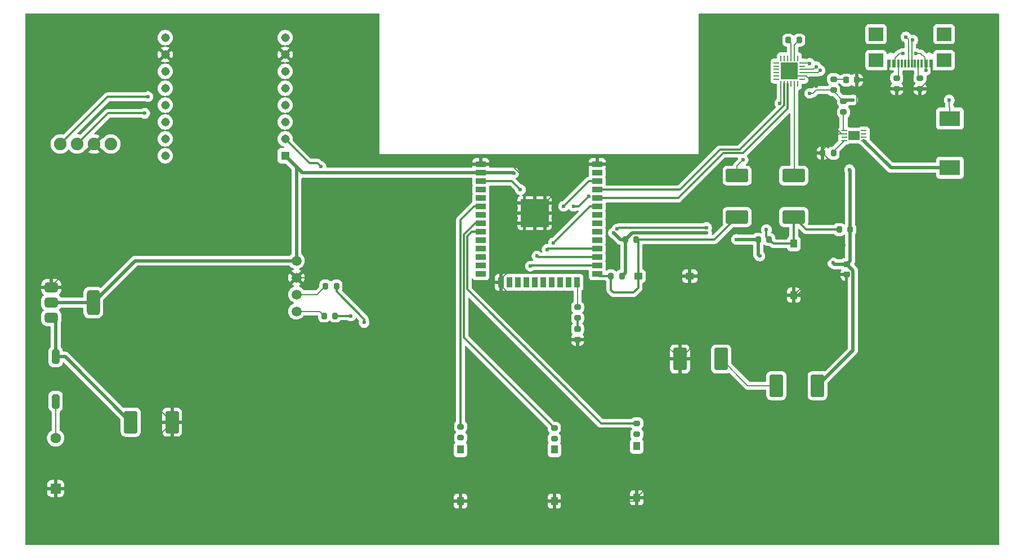
<source format=gbr>
%TF.GenerationSoftware,KiCad,Pcbnew,9.0.1*%
%TF.CreationDate,2025-10-26T11:51:32+05:30*%
%TF.ProjectId,SoundTab,536f756e-6454-4616-922e-6b696361645f,rev?*%
%TF.SameCoordinates,Original*%
%TF.FileFunction,Copper,L1,Top*%
%TF.FilePolarity,Positive*%
%FSLAX46Y46*%
G04 Gerber Fmt 4.6, Leading zero omitted, Abs format (unit mm)*
G04 Created by KiCad (PCBNEW 9.0.1) date 2025-10-26 11:51:32*
%MOMM*%
%LPD*%
G01*
G04 APERTURE LIST*
G04 Aperture macros list*
%AMRoundRect*
0 Rectangle with rounded corners*
0 $1 Rounding radius*
0 $2 $3 $4 $5 $6 $7 $8 $9 X,Y pos of 4 corners*
0 Add a 4 corners polygon primitive as box body*
4,1,4,$2,$3,$4,$5,$6,$7,$8,$9,$2,$3,0*
0 Add four circle primitives for the rounded corners*
1,1,$1+$1,$2,$3*
1,1,$1+$1,$4,$5*
1,1,$1+$1,$6,$7*
1,1,$1+$1,$8,$9*
0 Add four rect primitives between the rounded corners*
20,1,$1+$1,$2,$3,$4,$5,0*
20,1,$1+$1,$4,$5,$6,$7,0*
20,1,$1+$1,$6,$7,$8,$9,0*
20,1,$1+$1,$8,$9,$2,$3,0*%
G04 Aperture macros list end*
%TA.AperFunction,SMDPad,CuDef*%
%ADD10RoundRect,0.200000X0.275000X-0.200000X0.275000X0.200000X-0.275000X0.200000X-0.275000X-0.200000X0*%
%TD*%
%TA.AperFunction,SMDPad,CuDef*%
%ADD11R,0.600000X1.150000*%
%TD*%
%TA.AperFunction,SMDPad,CuDef*%
%ADD12R,0.300000X1.150000*%
%TD*%
%TA.AperFunction,SMDPad,CuDef*%
%ADD13R,2.180000X2.000000*%
%TD*%
%TA.AperFunction,SMDPad,CuDef*%
%ADD14R,1.000000X1.250000*%
%TD*%
%TA.AperFunction,SMDPad,CuDef*%
%ADD15RoundRect,0.200000X-0.200000X-0.275000X0.200000X-0.275000X0.200000X0.275000X-0.200000X0.275000X0*%
%TD*%
%TA.AperFunction,ComponentPad*%
%ADD16C,1.500000*%
%TD*%
%TA.AperFunction,SMDPad,CuDef*%
%ADD17RoundRect,0.249999X-0.757501X-1.440001X0.757501X-1.440001X0.757501X1.440001X-0.757501X1.440001X0*%
%TD*%
%TA.AperFunction,SMDPad,CuDef*%
%ADD18RoundRect,0.200000X-0.275000X0.200000X-0.275000X-0.200000X0.275000X-0.200000X0.275000X0.200000X0*%
%TD*%
%TA.AperFunction,ComponentPad*%
%ADD19C,1.600000*%
%TD*%
%TA.AperFunction,ComponentPad*%
%ADD20RoundRect,0.250000X-0.550000X0.550000X-0.550000X-0.550000X0.550000X-0.550000X0.550000X0.550000X0*%
%TD*%
%TA.AperFunction,SMDPad,CuDef*%
%ADD21R,1.250000X1.000000*%
%TD*%
%TA.AperFunction,SMDPad,CuDef*%
%ADD22RoundRect,0.062500X0.337500X0.062500X-0.337500X0.062500X-0.337500X-0.062500X0.337500X-0.062500X0*%
%TD*%
%TA.AperFunction,HeatsinkPad*%
%ADD23R,1.700000X1.400000*%
%TD*%
%TA.AperFunction,SMDPad,CuDef*%
%ADD24RoundRect,0.062500X0.350000X0.062500X-0.350000X0.062500X-0.350000X-0.062500X0.350000X-0.062500X0*%
%TD*%
%TA.AperFunction,SMDPad,CuDef*%
%ADD25RoundRect,0.062500X0.062500X0.350000X-0.062500X0.350000X-0.062500X-0.350000X0.062500X-0.350000X0*%
%TD*%
%TA.AperFunction,HeatsinkPad*%
%ADD26R,2.600000X2.600000*%
%TD*%
%TA.AperFunction,SMDPad,CuDef*%
%ADD27RoundRect,0.218750X0.218750X0.256250X-0.218750X0.256250X-0.218750X-0.256250X0.218750X-0.256250X0*%
%TD*%
%TA.AperFunction,SMDPad,CuDef*%
%ADD28RoundRect,0.218750X0.256250X-0.218750X0.256250X0.218750X-0.256250X0.218750X-0.256250X-0.218750X0*%
%TD*%
%TA.AperFunction,ComponentPad*%
%ADD29R,1.308000X1.308000*%
%TD*%
%TA.AperFunction,ComponentPad*%
%ADD30C,1.308000*%
%TD*%
%TA.AperFunction,SMDPad,CuDef*%
%ADD31RoundRect,0.249999X-1.440001X0.757501X-1.440001X-0.757501X1.440001X-0.757501X1.440001X0.757501X0*%
%TD*%
%TA.AperFunction,SMDPad,CuDef*%
%ADD32RoundRect,0.250000X0.310000X-0.830000X0.310000X0.830000X-0.310000X0.830000X-0.310000X-0.830000X0*%
%TD*%
%TA.AperFunction,SMDPad,CuDef*%
%ADD33RoundRect,0.200000X0.200000X0.275000X-0.200000X0.275000X-0.200000X-0.275000X0.200000X-0.275000X0*%
%TD*%
%TA.AperFunction,ComponentPad*%
%ADD34C,1.905000*%
%TD*%
%TA.AperFunction,SMDPad,CuDef*%
%ADD35RoundRect,0.375000X-0.625000X-0.375000X0.625000X-0.375000X0.625000X0.375000X-0.625000X0.375000X0*%
%TD*%
%TA.AperFunction,SMDPad,CuDef*%
%ADD36RoundRect,0.500000X-0.500000X-1.400000X0.500000X-1.400000X0.500000X1.400000X-0.500000X1.400000X0*%
%TD*%
%TA.AperFunction,SMDPad,CuDef*%
%ADD37R,1.500000X0.900000*%
%TD*%
%TA.AperFunction,SMDPad,CuDef*%
%ADD38R,0.900000X1.500000*%
%TD*%
%TA.AperFunction,SMDPad,CuDef*%
%ADD39R,1.050000X1.050000*%
%TD*%
%TA.AperFunction,HeatsinkPad*%
%ADD40C,0.600000*%
%TD*%
%TA.AperFunction,HeatsinkPad*%
%ADD41R,4.200000X4.200000*%
%TD*%
%TA.AperFunction,SMDPad,CuDef*%
%ADD42R,3.100000X2.300000*%
%TD*%
%TA.AperFunction,ViaPad*%
%ADD43C,0.600000*%
%TD*%
%TA.AperFunction,Conductor*%
%ADD44C,0.200000*%
%TD*%
%TA.AperFunction,Conductor*%
%ADD45C,0.500000*%
%TD*%
%TA.AperFunction,Conductor*%
%ADD46C,0.300000*%
%TD*%
G04 APERTURE END LIST*
D10*
%TO.P,R18,1*%
%TO.N,Net-(R18-Pad1)*%
X152102500Y-124000000D03*
%TO.P,R18,2*%
%TO.N,/BTN_PLAY*%
X152102500Y-122350000D03*
%TD*%
D11*
%TO.P,USB1,A1/B12,GND*%
%TO.N,GND*%
X208802500Y-67494250D03*
%TO.P,USB1,A4/B9,VBUS*%
%TO.N,Net-(F1-Pad1)*%
X208002500Y-67494250D03*
D12*
%TO.P,USB1,A5,CC1*%
%TO.N,Net-(USB1-CC1)*%
X206852500Y-67494250D03*
%TO.P,USB1,A6,D+*%
%TO.N,/D+*%
X205852500Y-67494250D03*
%TO.P,USB1,A7,D-*%
%TO.N,/D-*%
X205352500Y-67494250D03*
%TO.P,USB1,A8*%
%TO.N,N/C*%
X204352500Y-67494250D03*
D11*
%TO.P,USB1,B1/A12,GND*%
%TO.N,GND*%
X202402500Y-67494250D03*
%TO.P,USB1,B4/A9,VBUS*%
%TO.N,Net-(F1-Pad1)*%
X203202500Y-67494250D03*
D12*
%TO.P,USB1,B5,CC2*%
%TO.N,Net-(USB1-CC2)*%
X203852500Y-67494250D03*
%TO.P,USB1,B6,D+*%
%TO.N,/D+*%
X204852500Y-67494250D03*
%TO.P,USB1,B7,D-*%
%TO.N,/D-*%
X206352500Y-67494250D03*
%TO.P,USB1,B8*%
%TO.N,N/C*%
X207352500Y-67494250D03*
D13*
%TO.P,USB1,P$1,SHLD*%
%TO.N,unconnected-(USB1-SHLD-PadP$1)_3*%
X210712500Y-66994250D03*
%TO.P,USB1,P$2,SHLD*%
%TO.N,unconnected-(USB1-SHLD-PadP$1)*%
X200492500Y-66994250D03*
%TO.P,USB1,P$3,SHLD*%
%TO.N,unconnected-(USB1-SHLD-PadP$1)_1*%
X210712500Y-63074250D03*
%TO.P,USB1,P$4,SHLD*%
%TO.N,unconnected-(USB1-SHLD-PadP$1)_2*%
X200492500Y-63074250D03*
%TD*%
D10*
%TO.P,R10,1*%
%TO.N,Net-(U7-STAT)*%
X195602500Y-74825000D03*
%TO.P,R10,2*%
%TO.N,/VCC_3v3*%
X195602500Y-73175000D03*
%TD*%
D14*
%TO.P,SW2,1,1*%
%TO.N,Net-(R16-Pad2)*%
X164500000Y-125125000D03*
%TO.P,SW2,2,2*%
%TO.N,GND*%
X164500000Y-132875000D03*
%TD*%
D15*
%TO.P,R6,1*%
%TO.N,Net-(U8-SDA)*%
X117500000Y-105500000D03*
%TO.P,R6,2*%
%TO.N,/I2C_SDA*%
X119150000Y-105500000D03*
%TD*%
%TO.P,R9,1*%
%TO.N,GND*%
X192452500Y-81000000D03*
%TO.P,R9,2*%
%TO.N,Net-(U7-PROG)*%
X194102500Y-81000000D03*
%TD*%
D16*
%TO.P,U8,1,VCC*%
%TO.N,/VCC_3v3*%
X113320000Y-97190000D03*
%TO.P,U8,2,GND*%
%TO.N,GND*%
X113320000Y-99730000D03*
%TO.P,U8,3,SCL*%
%TO.N,Net-(U8-SCL)*%
X113320000Y-102270000D03*
%TO.P,U8,4,SDA*%
%TO.N,Net-(U8-SDA)*%
X113320000Y-104810000D03*
%TD*%
D17*
%TO.P,C2,1*%
%TO.N,Net-(C2-Pad1)*%
X185500000Y-116000000D03*
%TO.P,C2,2*%
%TO.N,/VCC_3v3*%
X191705000Y-116000000D03*
%TD*%
D18*
%TO.P,R3,1*%
%TO.N,Net-(U2-IO2)*%
X155602500Y-104175000D03*
%TO.P,R3,2*%
%TO.N,/LED_STATUS*%
X155602500Y-105825000D03*
%TD*%
D15*
%TO.P,R5,1*%
%TO.N,Net-(U8-SCL)*%
X117675000Y-101000000D03*
%TO.P,R5,2*%
%TO.N,/I2C_SCL*%
X119325000Y-101000000D03*
%TD*%
D19*
%TO.P,U3,1,Positive*%
%TO.N,Net-(SW6-A)*%
X77102500Y-123880000D03*
D20*
%TO.P,U3,2,Negative*%
%TO.N,GND*%
X77102500Y-131500000D03*
%TD*%
D17*
%TO.P,C5,1*%
%TO.N,GND*%
X171000000Y-112000000D03*
%TO.P,C5,2*%
%TO.N,Net-(C2-Pad1)*%
X177205000Y-112000000D03*
%TD*%
D15*
%TO.P,R11,1*%
%TO.N,Net-(U5-~{RST})*%
X187277500Y-64000000D03*
%TO.P,R11,2*%
%TO.N,/VBUS*%
X188927500Y-64000000D03*
%TD*%
D21*
%TO.P,SW5,1,1*%
%TO.N,/AUTO_IO0*%
X164727500Y-99500000D03*
%TO.P,SW5,2,2*%
%TO.N,GND*%
X172477500Y-99500000D03*
%TD*%
D22*
%TO.P,U7,1,V_{DD}*%
%TO.N,/VUSB*%
X198627500Y-79100000D03*
%TO.P,U7,2,V_{DD}*%
X198627500Y-78600000D03*
%TO.P,U7,3,V_{BAT}*%
%TO.N,/VBAT*%
X198627500Y-78100000D03*
%TO.P,U7,4,V_{BAT}*%
X198627500Y-77600000D03*
%TO.P,U7,5,STAT*%
%TO.N,Net-(U7-STAT)*%
X195727500Y-77600000D03*
%TO.P,U7,6,V_{SS}*%
%TO.N,GND*%
X195727500Y-78100000D03*
%TO.P,U7,7,NC*%
%TO.N,unconnected-(U7-NC-Pad7)*%
X195727500Y-78600000D03*
%TO.P,U7,8,PROG*%
%TO.N,Net-(U7-PROG)*%
X195727500Y-79100000D03*
D23*
%TO.P,U7,9*%
%TO.N,N/C*%
X197177500Y-78350000D03*
%TD*%
D24*
%TO.P,U5,1,~{RI}/CLK*%
%TO.N,unconnected-(U5-~{RI}{slash}CLK-Pad1)*%
X189390000Y-69900000D03*
%TO.P,U5,2,GND*%
%TO.N,GND*%
X189390000Y-69400000D03*
%TO.P,U5,3,D+*%
%TO.N,/D+*%
X189390000Y-68900000D03*
%TO.P,U5,4,D-*%
%TO.N,/D-*%
X189390000Y-68400000D03*
%TO.P,U5,5,VIO*%
%TO.N,unconnected-(U5-VIO-Pad5)*%
X189390000Y-67900000D03*
%TO.P,U5,6,VDD*%
%TO.N,/VCC_3v3*%
X189390000Y-67400000D03*
D25*
%TO.P,U5,7,VREGIN*%
%TO.N,unconnected-(U5-VREGIN-Pad7)*%
X188702500Y-66712500D03*
%TO.P,U5,8,VBUS*%
%TO.N,/VBUS*%
X188202500Y-66712500D03*
%TO.P,U5,9,~{RST}*%
%TO.N,Net-(U5-~{RST})*%
X187702500Y-66712500D03*
%TO.P,U5,10,NC*%
%TO.N,unconnected-(U5-NC-Pad10)*%
X187202500Y-66712500D03*
%TO.P,U5,11,~{WAKEUP}/GPIO.3*%
%TO.N,unconnected-(U5-~{WAKEUP}{slash}GPIO.3-Pad11)*%
X186702500Y-66712500D03*
%TO.P,U5,12,RS485/GPIO.2*%
%TO.N,unconnected-(U5-RS485{slash}GPIO.2-Pad12)*%
X186202500Y-66712500D03*
D24*
%TO.P,U5,13,~{RXT}/GPIO.1*%
%TO.N,unconnected-(U5-~{RXT}{slash}GPIO.1-Pad13)*%
X185515000Y-67400000D03*
%TO.P,U5,14,~{TXT}/GPIO.0*%
%TO.N,unconnected-(U5-~{TXT}{slash}GPIO.0-Pad14)*%
X185515000Y-67900000D03*
%TO.P,U5,15,~{SUSPEND}*%
%TO.N,unconnected-(U5-~{SUSPEND}-Pad15)*%
X185515000Y-68400000D03*
%TO.P,U5,16,NC*%
%TO.N,unconnected-(U5-NC-Pad16)*%
X185515000Y-68900000D03*
%TO.P,U5,17,SUSPEND*%
%TO.N,unconnected-(U5-SUSPEND-Pad17)*%
X185515000Y-69400000D03*
%TO.P,U5,18,~{CTS}*%
%TO.N,unconnected-(U5-~{CTS}-Pad18)*%
X185515000Y-69900000D03*
D25*
%TO.P,U5,19,~{RTS}*%
%TO.N,Net-(U5-~{RTS})*%
X186202500Y-70587500D03*
%TO.P,U5,20,RXD*%
%TO.N,/ESP_TX0*%
X186702500Y-70587500D03*
%TO.P,U5,21,TXD*%
%TO.N,/ESP_RX0*%
X187202500Y-70587500D03*
%TO.P,U5,22,~{DSR}*%
%TO.N,unconnected-(U5-~{DSR}-Pad22)*%
X187702500Y-70587500D03*
%TO.P,U5,23,~{DTR}*%
%TO.N,Net-(U5-~{DTR})*%
X188202500Y-70587500D03*
%TO.P,U5,24,~{DCD}*%
%TO.N,unconnected-(U5-~{DCD}-Pad24)*%
X188702500Y-70587500D03*
D26*
%TO.P,U5,25,GND*%
%TO.N,GND*%
X187452500Y-68650000D03*
%TD*%
D27*
%TO.P,D3,1,K*%
%TO.N,GND*%
X197602500Y-70000000D03*
%TO.P,D3,2,A*%
%TO.N,/LED_PWR*%
X196027500Y-70000000D03*
%TD*%
D28*
%TO.P,D2,1,K*%
%TO.N,GND*%
X155602500Y-109075000D03*
%TO.P,D2,2,A*%
%TO.N,/LED_STATUS*%
X155602500Y-107500000D03*
%TD*%
D18*
%TO.P,R7,1*%
%TO.N,Net-(USB1-CC2)*%
X203602500Y-69675000D03*
%TO.P,R7,2*%
%TO.N,GND*%
X203602500Y-71325000D03*
%TD*%
D14*
%TO.P,SW4,1,1*%
%TO.N,/AUTO_EN*%
X188102500Y-94625000D03*
%TO.P,SW4,2,2*%
%TO.N,GND*%
X188102500Y-102375000D03*
%TD*%
D29*
%TO.P,U1,1,VCC*%
%TO.N,/VCC_3v3*%
X111619500Y-81390000D03*
D30*
%TO.P,U1,2,RX*%
%TO.N,/DF_RX*%
X111619500Y-78850000D03*
%TO.P,U1,3,TX*%
%TO.N,/DF_TX*%
X111619500Y-76310000D03*
%TO.P,U1,4,DAC_R*%
%TO.N,/DAC_R*%
X111619500Y-73770000D03*
%TO.P,U1,5,DAC_L*%
%TO.N,/DAC_L*%
X111619500Y-71230000D03*
%TO.P,U1,6,SPK1*%
%TO.N,unconnected-(U1-SPK1-Pad6)*%
X111619500Y-68690000D03*
%TO.P,U1,7,GND*%
%TO.N,GND*%
X111619500Y-66150000D03*
%TO.P,U1,8,SPK2*%
%TO.N,unconnected-(U1-SPK2-Pad8)*%
X111619500Y-63610000D03*
%TO.P,U1,9,IO1*%
%TO.N,unconnected-(U1-IO1-Pad9)*%
X93585500Y-63610000D03*
%TO.P,U1,10,GND*%
%TO.N,GND*%
X93585500Y-66150000D03*
%TO.P,U1,11,IO2*%
%TO.N,unconnected-(U1-IO2-Pad11)*%
X93585500Y-68690000D03*
%TO.P,U1,12,ADKEY1*%
%TO.N,unconnected-(U1-ADKEY1-Pad12)*%
X93585500Y-71230000D03*
%TO.P,U1,13,ADKEY2*%
%TO.N,unconnected-(U1-ADKEY2-Pad13)*%
X93585500Y-73770000D03*
%TO.P,U1,14,USB+*%
%TO.N,unconnected-(U1-USB+-Pad14)*%
X93585500Y-76310000D03*
%TO.P,U1,15,USB-*%
%TO.N,unconnected-(U1-USB--Pad15)*%
X93585500Y-78850000D03*
%TO.P,U1,16,BUSY*%
%TO.N,/BUSY*%
X93585500Y-81390000D03*
%TD*%
D18*
%TO.P,R4,1*%
%TO.N,/LED_PWR*%
X194102500Y-69850000D03*
%TO.P,R4,2*%
%TO.N,/VCC_3v3*%
X194102500Y-71500000D03*
%TD*%
D31*
%TO.P,C4,1*%
%TO.N,Net-(U5-~{RTS})*%
X179602500Y-84397500D03*
%TO.P,C4,2*%
%TO.N,/AUTO_IO0*%
X179602500Y-90602500D03*
%TD*%
D18*
%TO.P,R16,1*%
%TO.N,/BTN_NEXT*%
X164500000Y-121675000D03*
%TO.P,R16,2*%
%TO.N,Net-(R16-Pad2)*%
X164500000Y-123325000D03*
%TD*%
%TO.P,R8,1*%
%TO.N,Net-(USB1-CC1)*%
X207102500Y-69675000D03*
%TO.P,R8,2*%
%TO.N,GND*%
X207102500Y-71325000D03*
%TD*%
D31*
%TO.P,C3,1*%
%TO.N,Net-(U5-~{DTR})*%
X188102500Y-84397500D03*
%TO.P,C3,2*%
%TO.N,/AUTO_EN*%
X188102500Y-90602500D03*
%TD*%
D17*
%TO.P,C1,1*%
%TO.N,/PWR_IN*%
X88397500Y-121500000D03*
%TO.P,C1,2*%
%TO.N,GND*%
X94602500Y-121500000D03*
%TD*%
D32*
%TO.P,SW6,1,A*%
%TO.N,Net-(SW6-A)*%
X77102500Y-118365000D03*
%TO.P,SW6,2,B*%
%TO.N,/PWR_IN*%
X77102500Y-111635000D03*
%TD*%
D33*
%TO.P,R2,1*%
%TO.N,/VCC_3v3*%
X162252500Y-99500000D03*
%TO.P,R2,2*%
%TO.N,/AUTO_IO0*%
X160602500Y-99500000D03*
%TD*%
D28*
%TO.P,D1,1,K*%
%TO.N,GND*%
X196102500Y-99287500D03*
%TO.P,D1,2,A*%
%TO.N,/VCC_3v3*%
X196102500Y-97712500D03*
%TD*%
D14*
%TO.P,SW3,1,1*%
%TO.N,Net-(R17-Pad2)*%
X138000000Y-125625000D03*
%TO.P,SW3,2,2*%
%TO.N,GND*%
X138000000Y-133375000D03*
%TD*%
D34*
%TO.P,U4,1,Sleeve*%
%TO.N,/MIC*%
X85412500Y-79620000D03*
%TO.P,U4,2,Ring_2*%
%TO.N,GND*%
X82872500Y-79620000D03*
%TO.P,U4,3,Ring_1*%
%TO.N,/DAC_R*%
X80332500Y-79620000D03*
%TO.P,U4,4,Tip*%
%TO.N,/DAC_L*%
X77792500Y-79620000D03*
%TD*%
D35*
%TO.P,U6,1,ADJ*%
%TO.N,GND*%
X76452500Y-101200000D03*
%TO.P,U6,2,VO*%
%TO.N,/VCC_3v3*%
X76452500Y-103500000D03*
D36*
X82752500Y-103500000D03*
D35*
%TO.P,U6,3,VI*%
%TO.N,/PWR_IN*%
X76452500Y-105800000D03*
%TD*%
D37*
%TO.P,U2,1,GND*%
%TO.N,GND*%
X141057500Y-82685000D03*
%TO.P,U2,2,VDD*%
%TO.N,/VCC_3v3*%
X141057500Y-83955000D03*
%TO.P,U2,3,EN*%
%TO.N,/AUTO_EN*%
X141057500Y-85225000D03*
%TO.P,U2,4,SENSOR_VP*%
%TO.N,unconnected-(U2-SENSOR_VP-Pad4)*%
X141057500Y-86495000D03*
%TO.P,U2,5,SENSOR_VN*%
%TO.N,unconnected-(U2-SENSOR_VN-Pad5)*%
X141057500Y-87765000D03*
%TO.P,U2,6,IO34*%
%TO.N,/BTN_PREV*%
X141057500Y-89035000D03*
%TO.P,U2,7,IO35*%
%TO.N,unconnected-(U2-IO35-Pad7)*%
X141057500Y-90305000D03*
%TO.P,U2,8,IO32*%
%TO.N,/BTN_PLAY*%
X141057500Y-91575000D03*
%TO.P,U2,9,IO33*%
%TO.N,/BTN_NEXT*%
X141057500Y-92845000D03*
%TO.P,U2,10,IO25*%
%TO.N,unconnected-(U2-IO25-Pad10)*%
X141057500Y-94115000D03*
%TO.P,U2,11,IO26*%
%TO.N,unconnected-(U2-IO26-Pad11)*%
X141057500Y-95385000D03*
%TO.P,U2,12,IO27*%
%TO.N,unconnected-(U2-IO27-Pad12)*%
X141057500Y-96655000D03*
%TO.P,U2,13,IO14*%
%TO.N,unconnected-(U2-IO14-Pad13)*%
X141057500Y-97925000D03*
%TO.P,U2,14,IO12*%
%TO.N,unconnected-(U2-IO12-Pad14)*%
X141057500Y-99195000D03*
D38*
%TO.P,U2,15,GND*%
%TO.N,GND*%
X144097500Y-100445000D03*
%TO.P,U2,16,IO13*%
%TO.N,unconnected-(U2-IO13-Pad16)*%
X145367500Y-100445000D03*
%TO.P,U2,17,SHD/SD2*%
%TO.N,unconnected-(U2-SHD{slash}SD2-Pad17)*%
X146637500Y-100445000D03*
%TO.P,U2,18,SWP/SD3*%
%TO.N,unconnected-(U2-SWP{slash}SD3-Pad18)*%
X147907500Y-100445000D03*
%TO.P,U2,19,SCS/CMD*%
%TO.N,unconnected-(U2-SCS{slash}CMD-Pad19)*%
X149177500Y-100445000D03*
%TO.P,U2,20,SCK/CLK*%
%TO.N,unconnected-(U2-SCK{slash}CLK-Pad20)*%
X150447500Y-100445000D03*
%TO.P,U2,21,SDO/SD0*%
%TO.N,unconnected-(U2-SDO{slash}SD0-Pad21)*%
X151717500Y-100445000D03*
%TO.P,U2,22,SDI/SD1*%
%TO.N,unconnected-(U2-SDI{slash}SD1-Pad22)*%
X152987500Y-100445000D03*
%TO.P,U2,23,IO15*%
%TO.N,unconnected-(U2-IO15-Pad23)*%
X154257500Y-100445000D03*
%TO.P,U2,24,IO2*%
%TO.N,Net-(U2-IO2)*%
X155527500Y-100445000D03*
D37*
%TO.P,U2,25,IO0*%
%TO.N,/AUTO_IO0*%
X158557500Y-99195000D03*
%TO.P,U2,26,IO4*%
%TO.N,/BUSY*%
X158557500Y-97925000D03*
%TO.P,U2,27,IO16*%
%TO.N,/DF_TX*%
X158557500Y-96655000D03*
%TO.P,U2,28,IO17*%
%TO.N,/DF_RX*%
X158557500Y-95385000D03*
%TO.P,U2,29,IO5*%
%TO.N,unconnected-(U2-IO5-Pad29)*%
X158557500Y-94115000D03*
%TO.P,U2,30,IO18*%
%TO.N,unconnected-(U2-IO18-Pad30)*%
X158557500Y-92845000D03*
%TO.P,U2,31,IO19*%
%TO.N,unconnected-(U2-IO19-Pad31)*%
X158557500Y-91575000D03*
%TO.P,U2,32,NC*%
%TO.N,unconnected-(U2-NC-Pad32)*%
X158557500Y-90305000D03*
%TO.P,U2,33,IO21*%
%TO.N,/I2C_SDA*%
X158557500Y-89035000D03*
%TO.P,U2,34,RXD0/IO3*%
%TO.N,/ESP_RX0*%
X158557500Y-87765000D03*
%TO.P,U2,35,TXD0/IO1*%
%TO.N,/ESP_TX0*%
X158557500Y-86495000D03*
%TO.P,U2,36,IO22*%
%TO.N,/I2C_SCL*%
X158557500Y-85225000D03*
%TO.P,U2,37,IO23*%
%TO.N,unconnected-(U2-IO23-Pad37)*%
X158557500Y-83955000D03*
%TO.P,U2,38,GND*%
%TO.N,GND*%
X158557500Y-82685000D03*
D39*
%TO.P,U2,39,GND*%
X147602500Y-88500000D03*
D40*
X147602500Y-89262500D03*
D39*
X147602500Y-90025000D03*
D40*
X147602500Y-90787500D03*
D39*
X147602500Y-91550000D03*
D40*
X148365000Y-88500000D03*
X148365000Y-90025000D03*
X148365000Y-91550000D03*
D39*
X149127500Y-88500000D03*
D40*
X149127500Y-89262500D03*
D39*
X149127500Y-90025000D03*
D41*
X149127500Y-90025000D03*
D40*
X149127500Y-90787500D03*
D39*
X149127500Y-91550000D03*
D40*
X149890000Y-88500000D03*
X149890000Y-90025000D03*
X149890000Y-91550000D03*
D39*
X150652500Y-88500000D03*
D40*
X150652500Y-89262500D03*
D39*
X150652500Y-90025000D03*
D40*
X150652500Y-90787500D03*
D39*
X150652500Y-91550000D03*
%TD*%
D18*
%TO.P,R17,1*%
%TO.N,/BTN_PREV*%
X138000000Y-122175000D03*
%TO.P,R17,2*%
%TO.N,Net-(R17-Pad2)*%
X138000000Y-123825000D03*
%TD*%
D15*
%TO.P,R1,1*%
%TO.N,/VCC_3v3*%
X182777500Y-94000000D03*
%TO.P,R1,2*%
%TO.N,/AUTO_EN*%
X184427500Y-94000000D03*
%TD*%
D42*
%TO.P,F1,1*%
%TO.N,Net-(F1-Pad1)*%
X211602500Y-75800000D03*
%TO.P,F1,2*%
%TO.N,/VUSB*%
X211602500Y-83200000D03*
%TD*%
D15*
%TO.P,R12,1*%
%TO.N,/AUTO_EN*%
X194952500Y-92500000D03*
%TO.P,R12,2*%
%TO.N,/VCC_3v3*%
X196602500Y-92500000D03*
%TD*%
D14*
%TO.P,SW1,1,1*%
%TO.N,Net-(R18-Pad1)*%
X152102500Y-125625000D03*
%TO.P,SW1,2,2*%
%TO.N,GND*%
X152102500Y-133375000D03*
%TD*%
D15*
%TO.P,R13,1*%
%TO.N,/VCC_3v3*%
X162777500Y-94000000D03*
%TO.P,R13,2*%
%TO.N,/AUTO_IO0*%
X164427500Y-94000000D03*
%TD*%
D43*
%TO.N,GND*%
X195500000Y-90000000D03*
X136000000Y-100000000D03*
X80000000Y-97500000D03*
X194000000Y-74000000D03*
X86000000Y-116500000D03*
X191500000Y-70900000D03*
X142000000Y-100500000D03*
X195653500Y-94824000D03*
X197500000Y-74000000D03*
%TO.N,/VCC_3v3*%
X161000000Y-93000000D03*
X175000000Y-93000000D03*
X190500000Y-72000000D03*
X197002500Y-73000000D03*
X194000000Y-97500000D03*
X196500000Y-83500000D03*
X179500000Y-94000000D03*
X190500000Y-67500000D03*
X183000000Y-96500000D03*
X146000000Y-84000000D03*
%TO.N,/AUTO_EN*%
X175000000Y-92199997D03*
X155000000Y-89000000D03*
X147000000Y-86500000D03*
X161565687Y-92434313D03*
X157307498Y-87500000D03*
X184000000Y-92500000D03*
%TO.N,Net-(U5-~{RTS})*%
X180500000Y-82000000D03*
X186000000Y-73500000D03*
%TO.N,Net-(F1-Pad1)*%
X211500000Y-73000000D03*
X208000000Y-68500000D03*
X206500000Y-66000000D03*
X204500000Y-66000000D03*
%TO.N,/I2C_SCL*%
X123500000Y-106500000D03*
X153500000Y-89000000D03*
%TO.N,/I2C_SDA*%
X152000000Y-94500000D03*
X121500000Y-105500000D03*
%TO.N,/BUSY*%
X148500000Y-98000000D03*
%TO.N,/DAC_R*%
X90500000Y-75000000D03*
%TO.N,/DF_TX*%
X149500000Y-96500000D03*
%TO.N,/DF_RX*%
X117000000Y-83000000D03*
X151000000Y-95500000D03*
%TO.N,/DAC_L*%
X91000000Y-72500000D03*
%TO.N,/D+*%
X192065687Y-68565687D03*
X206000000Y-64000000D03*
%TO.N,/D-*%
X191500000Y-68000000D03*
X205000000Y-63500000D03*
%TD*%
D44*
%TO.N,GND*%
X192452500Y-81000000D02*
X192452500Y-80525000D01*
X145534943Y-82685000D02*
X149127500Y-86277557D01*
X201996750Y-71325000D02*
X200671750Y-70000000D01*
X172477500Y-99500000D02*
X172477500Y-110522500D01*
X156467500Y-82685000D02*
X149127500Y-90025000D01*
X89602500Y-116500000D02*
X94602500Y-121500000D01*
X197602500Y-70000000D02*
X200671750Y-70000000D01*
X94602500Y-118447500D02*
X94602500Y-121500000D01*
X208802500Y-69625000D02*
X208802500Y-67494250D01*
X189390000Y-69400000D02*
X188202500Y-69400000D01*
X144097500Y-99902500D02*
X149127500Y-94872500D01*
X76452500Y-101200000D02*
X76452500Y-86040000D01*
X158557500Y-82685000D02*
X156467500Y-82685000D01*
X149127500Y-86277557D02*
X149127500Y-89262500D01*
X76452500Y-101047500D02*
X80000000Y-97500000D01*
X149127500Y-94872500D02*
X149127500Y-90025000D01*
X194877500Y-78100000D02*
X195727500Y-78100000D01*
X174500000Y-99500000D02*
X177375000Y-102375000D01*
X76452500Y-86040000D02*
X82872500Y-79620000D01*
X195311702Y-78100000D02*
X195727500Y-78100000D01*
X202402500Y-68269250D02*
X202402500Y-67494250D01*
X76452500Y-101200000D02*
X76452500Y-101047500D01*
X172477500Y-99500000D02*
X174500000Y-99500000D01*
X86000000Y-116500000D02*
X89602500Y-116500000D01*
X188202500Y-69400000D02*
X187452500Y-68650000D01*
X192452500Y-81000000D02*
X195653500Y-84201000D01*
X144097500Y-100445000D02*
X144097500Y-99902500D01*
X168075000Y-109075000D02*
X171000000Y-112000000D01*
X200671750Y-70000000D02*
X202402500Y-68269250D01*
X194000000Y-74000000D02*
X194000000Y-76788298D01*
X195653500Y-94824000D02*
X188102500Y-102375000D01*
X171000000Y-126375000D02*
X164500000Y-132875000D01*
X203602500Y-71325000D02*
X207102500Y-71325000D01*
X142000000Y-100500000D02*
X142055000Y-100445000D01*
X203602500Y-71325000D02*
X201996750Y-71325000D01*
X144097500Y-100977000D02*
X152195500Y-109075000D01*
X113320000Y-99730000D02*
X94602500Y-118447500D01*
X188625000Y-102375000D02*
X191712500Y-99287500D01*
X155602500Y-109075000D02*
X168075000Y-109075000D01*
X77102500Y-131500000D02*
X84602500Y-131500000D01*
X142055000Y-100445000D02*
X144097500Y-100445000D01*
X152195500Y-109075000D02*
X155602500Y-109075000D01*
X144097500Y-100445000D02*
X144097500Y-100977000D01*
X197602500Y-73897500D02*
X197500000Y-74000000D01*
X195653500Y-89846500D02*
X195500000Y-90000000D01*
X207102500Y-71325000D02*
X208802500Y-69625000D01*
X171000000Y-112000000D02*
X171000000Y-126375000D01*
X113320000Y-99730000D02*
X135730000Y-99730000D01*
X197602500Y-70000000D02*
X197602500Y-73897500D01*
X192452500Y-80525000D02*
X194877500Y-78100000D01*
X135730000Y-99730000D02*
X136000000Y-100000000D01*
X190000000Y-69400000D02*
X191500000Y-70900000D01*
X191712500Y-99287500D02*
X196102500Y-99287500D01*
X177375000Y-102375000D02*
X188102500Y-102375000D01*
X141057500Y-82685000D02*
X145534943Y-82685000D01*
X194000000Y-76788298D02*
X195311702Y-78100000D01*
X188102500Y-102375000D02*
X188625000Y-102375000D01*
X138102500Y-133375000D02*
X164102500Y-133375000D01*
X172477500Y-110522500D02*
X171000000Y-112000000D01*
X84602500Y-131500000D02*
X94602500Y-121500000D01*
X189390000Y-69400000D02*
X190000000Y-69400000D01*
X195653500Y-84201000D02*
X195653500Y-89846500D01*
D45*
%TO.N,/PWR_IN*%
X77102500Y-111635000D02*
X77102500Y-106450000D01*
X88397500Y-121500000D02*
X78532500Y-111635000D01*
X78532500Y-111635000D02*
X77102500Y-111635000D01*
X77102500Y-106450000D02*
X76452500Y-105800000D01*
%TO.N,/VCC_3v3*%
X196602500Y-97212500D02*
X196102500Y-97712500D01*
X194212500Y-97712500D02*
X194000000Y-97500000D01*
D44*
X190500000Y-72000000D02*
X191000000Y-72000000D01*
D45*
X182777500Y-94000000D02*
X182777500Y-96277500D01*
X196602500Y-83602500D02*
X196500000Y-83500000D01*
X196102500Y-97712500D02*
X194212500Y-97712500D01*
X162777500Y-94000000D02*
X162000000Y-94000000D01*
D44*
X194102500Y-71500000D02*
X194102500Y-71675000D01*
D45*
X162777500Y-94000000D02*
X162777500Y-98975000D01*
X196602500Y-92500000D02*
X196602500Y-97212500D01*
X162777500Y-94000000D02*
X163777500Y-93000000D01*
D44*
X191500000Y-71500000D02*
X194102500Y-71500000D01*
D45*
X89062500Y-97190000D02*
X113320000Y-97190000D01*
X113320000Y-83090500D02*
X111619500Y-81390000D01*
X111619500Y-81390000D02*
X114184500Y-83955000D01*
X196602500Y-92500000D02*
X196602500Y-83602500D01*
X197002500Y-73000000D02*
X195777500Y-73000000D01*
X145955000Y-83955000D02*
X146000000Y-84000000D01*
X114184500Y-83955000D02*
X141057500Y-83955000D01*
D44*
X190400000Y-67400000D02*
X190500000Y-67500000D01*
D45*
X113320000Y-97190000D02*
X113320000Y-83090500D01*
X141057500Y-83955000D02*
X145955000Y-83955000D01*
X162000000Y-94000000D02*
X161000000Y-93000000D01*
X182777500Y-94000000D02*
X179500000Y-94000000D01*
X191705000Y-116000000D02*
X197028500Y-110676500D01*
D44*
X191000000Y-72000000D02*
X191500000Y-71500000D01*
D45*
X162777500Y-98975000D02*
X162252500Y-99500000D01*
D44*
X194102500Y-71675000D02*
X195602500Y-73175000D01*
D45*
X182777500Y-96277500D02*
X183000000Y-96500000D01*
X163777500Y-93000000D02*
X175000000Y-93000000D01*
X195777500Y-73000000D02*
X195602500Y-73175000D01*
X82752500Y-103500000D02*
X89062500Y-97190000D01*
X197028500Y-98638500D02*
X196102500Y-97712500D01*
D44*
X189390000Y-67400000D02*
X190400000Y-67400000D01*
D45*
X197028500Y-110676500D02*
X197028500Y-98638500D01*
X76452500Y-103500000D02*
X82752500Y-103500000D01*
D44*
%TO.N,Net-(C2-Pad1)*%
X181205000Y-116000000D02*
X177205000Y-112000000D01*
X185500000Y-116000000D02*
X181205000Y-116000000D01*
D46*
%TO.N,/AUTO_EN*%
X161800003Y-92199997D02*
X175000000Y-92199997D01*
X188102500Y-94625000D02*
X185052500Y-94625000D01*
X194952500Y-92500000D02*
X190000000Y-92500000D01*
X155000000Y-89000000D02*
X155807498Y-89000000D01*
X161565687Y-92434313D02*
X161800003Y-92199997D01*
X145725000Y-85225000D02*
X147000000Y-86500000D01*
X184000000Y-93572500D02*
X184427500Y-94000000D01*
X185052500Y-94625000D02*
X184427500Y-94000000D01*
X188102500Y-94625000D02*
X188102500Y-90602500D01*
X190000000Y-92500000D02*
X188102500Y-90602500D01*
X141057500Y-85225000D02*
X145725000Y-85225000D01*
X184000000Y-92500000D02*
X184000000Y-93572500D01*
X155807498Y-89000000D02*
X157307498Y-87500000D01*
D44*
%TO.N,Net-(U5-~{DTR})*%
X188202500Y-84297500D02*
X188202500Y-70587500D01*
X188102500Y-84397500D02*
X188202500Y-84297500D01*
%TO.N,Net-(U5-~{RTS})*%
X179602500Y-84397500D02*
X179602500Y-82897500D01*
X186202500Y-73297500D02*
X186000000Y-73500000D01*
X179602500Y-82897500D02*
X180500000Y-82000000D01*
X186202500Y-70587500D02*
X186202500Y-73297500D01*
D46*
%TO.N,/AUTO_IO0*%
X160602500Y-101602500D02*
X161000000Y-102000000D01*
X164727500Y-99500000D02*
X164727500Y-94300000D01*
X164427500Y-94000000D02*
X176205000Y-94000000D01*
X160602500Y-99500000D02*
X158862500Y-99500000D01*
X158862500Y-99500000D02*
X158557500Y-99195000D01*
X176205000Y-94000000D02*
X179602500Y-90602500D01*
X160602500Y-99500000D02*
X160602500Y-101602500D01*
X164727500Y-101272500D02*
X164000000Y-102000000D01*
X164727500Y-99500000D02*
X164727500Y-101272500D01*
X161000000Y-102000000D02*
X164000000Y-102000000D01*
X164727500Y-94300000D02*
X164427500Y-94000000D01*
%TO.N,/LED_STATUS*%
X155602500Y-105825000D02*
X155602500Y-107500000D01*
D44*
%TO.N,/LED_PWR*%
X195877500Y-69850000D02*
X196027500Y-70000000D01*
X194102500Y-69850000D02*
X195877500Y-69850000D01*
D45*
%TO.N,/VUSB*%
X202727500Y-83200000D02*
X198627500Y-79100000D01*
X211602500Y-83200000D02*
X202727500Y-83200000D01*
D44*
%TO.N,Net-(F1-Pad1)*%
X207803500Y-66618250D02*
X207803500Y-67295250D01*
X211602500Y-74102500D02*
X211602500Y-75800000D01*
X203388500Y-66631250D02*
X204019750Y-66000000D01*
X211500000Y-74000000D02*
X211602500Y-74102500D01*
X206500000Y-66000000D02*
X207185250Y-66000000D01*
X211500000Y-73000000D02*
X211500000Y-74000000D01*
X207185250Y-66000000D02*
X207803500Y-66618250D01*
X204019750Y-66000000D02*
X204500000Y-66000000D01*
X203388500Y-67308250D02*
X203388500Y-66631250D01*
X207803500Y-67295250D02*
X208002500Y-67494250D01*
X208002500Y-68497500D02*
X208000000Y-68500000D01*
X203202500Y-67494250D02*
X203388500Y-67308250D01*
X208002500Y-67494250D02*
X208002500Y-68497500D01*
%TO.N,Net-(U2-IO2)*%
X155602500Y-104175000D02*
X155602500Y-100520000D01*
X155602500Y-100520000D02*
X155527500Y-100445000D01*
%TO.N,Net-(U8-SCL)*%
X113320000Y-102270000D02*
X116405000Y-102270000D01*
X116405000Y-102270000D02*
X117675000Y-101000000D01*
D46*
%TO.N,/I2C_SCL*%
X123500000Y-106000000D02*
X119325000Y-101825000D01*
X123500000Y-106500000D02*
X123500000Y-106000000D01*
X157275000Y-85225000D02*
X153500000Y-89000000D01*
X119325000Y-101825000D02*
X119325000Y-101000000D01*
X158557500Y-85225000D02*
X157275000Y-85225000D01*
D44*
%TO.N,Net-(U8-SDA)*%
X116810000Y-104810000D02*
X117500000Y-105500000D01*
X113320000Y-104810000D02*
X116810000Y-104810000D01*
D46*
%TO.N,/I2C_SDA*%
X157465000Y-89035000D02*
X152000000Y-94500000D01*
X119150000Y-105500000D02*
X121500000Y-105500000D01*
X158557500Y-89035000D02*
X157465000Y-89035000D01*
D44*
%TO.N,Net-(USB1-CC2)*%
X203852500Y-69425000D02*
X203602500Y-69675000D01*
X203852500Y-67494250D02*
X203852500Y-69425000D01*
%TO.N,Net-(USB1-CC1)*%
X206852500Y-67494250D02*
X206852500Y-69425000D01*
X206852500Y-69425000D02*
X207102500Y-69675000D01*
%TO.N,Net-(U7-PROG)*%
X194102500Y-80725000D02*
X195727500Y-79100000D01*
X194102500Y-81000000D02*
X194102500Y-80725000D01*
%TO.N,Net-(U7-STAT)*%
X195602501Y-77475001D02*
X195727500Y-77600000D01*
X195602500Y-74825000D02*
X195602501Y-77475001D01*
%TO.N,Net-(U5-~{RST})*%
X187277500Y-64000000D02*
X187702500Y-64425000D01*
X187702500Y-64425000D02*
X187702500Y-66712500D01*
%TO.N,/VBUS*%
X188202500Y-64725000D02*
X188202500Y-66712500D01*
X188927500Y-64000000D02*
X188202500Y-64725000D01*
D46*
%TO.N,/BTN_NEXT*%
X139655000Y-92845000D02*
X141057500Y-92845000D01*
X164500000Y-121675000D02*
X159175000Y-121675000D01*
X139000000Y-101500000D02*
X139000000Y-93500000D01*
X139000000Y-93500000D02*
X139655000Y-92845000D01*
X159175000Y-121675000D02*
X139000000Y-101500000D01*
%TO.N,/BTN_PREV*%
X137998000Y-122173000D02*
X137998000Y-91044500D01*
X140007500Y-89035000D02*
X141057500Y-89035000D01*
X137998000Y-91044500D02*
X140007500Y-89035000D01*
X138000000Y-122175000D02*
X137998000Y-122173000D01*
%TO.N,/BTN_PLAY*%
X138499000Y-93292479D02*
X140216479Y-91575000D01*
X152102500Y-122350000D02*
X138499000Y-108746500D01*
X140216479Y-91575000D02*
X141057500Y-91575000D01*
X138499000Y-108746500D02*
X138499000Y-93292479D01*
D44*
%TO.N,Net-(SW6-A)*%
X77102500Y-123880000D02*
X77102500Y-118365000D01*
D46*
%TO.N,/BUSY*%
X148575000Y-97925000D02*
X148500000Y-98000000D01*
X158557500Y-97925000D02*
X148575000Y-97925000D01*
%TO.N,/DAC_R*%
X80332500Y-79620000D02*
X84952500Y-75000000D01*
X84952500Y-75000000D02*
X90500000Y-75000000D01*
%TO.N,/DF_TX*%
X158557500Y-96655000D02*
X149655000Y-96655000D01*
X149655000Y-96655000D02*
X149500000Y-96500000D01*
%TO.N,/DF_RX*%
X117000000Y-83000000D02*
X116500000Y-82500000D01*
X115269500Y-82500000D02*
X111619500Y-78850000D01*
X151115000Y-95385000D02*
X151000000Y-95500000D01*
X116500000Y-82500000D02*
X115269500Y-82500000D01*
X158557500Y-95385000D02*
X151115000Y-95385000D01*
%TO.N,/DAC_L*%
X77792500Y-79620000D02*
X84912500Y-72500000D01*
X84912500Y-72500000D02*
X91000000Y-72500000D01*
%TO.N,/ESP_RX0*%
X170735000Y-87765000D02*
X158557500Y-87765000D01*
X187202500Y-70587500D02*
X187202500Y-74297500D01*
X180500000Y-81000000D02*
X177500000Y-81000000D01*
X187202500Y-74297500D02*
X180500000Y-81000000D01*
X177500000Y-81000000D02*
X170735000Y-87765000D01*
%TO.N,/ESP_TX0*%
X177000000Y-80500000D02*
X171005000Y-86495000D01*
X186702500Y-73797500D02*
X180000000Y-80500000D01*
X186702500Y-70587500D02*
X186702500Y-73797500D01*
X180000000Y-80500000D02*
X177000000Y-80500000D01*
X171005000Y-86495000D02*
X158557500Y-86495000D01*
D44*
%TO.N,/D+*%
X189390000Y-68900000D02*
X191731374Y-68900000D01*
X191731374Y-68900000D02*
X192065687Y-68565687D01*
X206000000Y-64000000D02*
X205852500Y-64147500D01*
X205852500Y-64147500D02*
X205852500Y-67494250D01*
%TO.N,/D-*%
X205352500Y-63852500D02*
X205352500Y-67494250D01*
X205000000Y-63500000D02*
X205352500Y-63852500D01*
X191100000Y-68400000D02*
X191500000Y-68000000D01*
X189390000Y-68400000D02*
X191100000Y-68400000D01*
%TD*%
%TA.AperFunction,Conductor*%
%TO.N,GND*%
G36*
X187985014Y-67609501D02*
G01*
X187985174Y-67608905D01*
X187993024Y-67611008D01*
X187993026Y-67611008D01*
X187993028Y-67611009D01*
X188103099Y-67625500D01*
X188301900Y-67625499D01*
X188343330Y-67620045D01*
X188412366Y-67630811D01*
X188464621Y-67677191D01*
X188483506Y-67744460D01*
X188482454Y-67759169D01*
X188477000Y-67800597D01*
X188477000Y-67999403D01*
X188491489Y-68109468D01*
X188493594Y-68117322D01*
X188490314Y-68118200D01*
X188496081Y-68172073D01*
X188493017Y-68182522D01*
X188493595Y-68182677D01*
X188491490Y-68190529D01*
X188477000Y-68300598D01*
X188477000Y-68499403D01*
X188491489Y-68609468D01*
X188493594Y-68617322D01*
X188490314Y-68618200D01*
X188496081Y-68672073D01*
X188493017Y-68682522D01*
X188493595Y-68682677D01*
X188491490Y-68690529D01*
X188477000Y-68800598D01*
X188477000Y-68999403D01*
X188491489Y-69109468D01*
X188493594Y-69117322D01*
X188490510Y-69118148D01*
X188496349Y-69172737D01*
X188493514Y-69182653D01*
X188494082Y-69182806D01*
X188491978Y-69190658D01*
X188480873Y-69275000D01*
X188508994Y-69275000D01*
X188512664Y-69276077D01*
X188516393Y-69275221D01*
X188545925Y-69285844D01*
X188576033Y-69294685D01*
X188579582Y-69297951D01*
X188582139Y-69298871D01*
X188607385Y-69323534D01*
X188608152Y-69324534D01*
X188633333Y-69389708D01*
X188619281Y-69458150D01*
X188608152Y-69475466D01*
X188607385Y-69476466D01*
X188586444Y-69491763D01*
X188570456Y-69508130D01*
X188561095Y-69510281D01*
X188550966Y-69517681D01*
X188508994Y-69525000D01*
X188480873Y-69525000D01*
X188482966Y-69540897D01*
X188472200Y-69609933D01*
X188425820Y-69662188D01*
X188358551Y-69681073D01*
X188343843Y-69680021D01*
X188301903Y-69674500D01*
X188103096Y-69674500D01*
X187993031Y-69688989D01*
X187985178Y-69691094D01*
X187984302Y-69687824D01*
X187930353Y-69693567D01*
X187919977Y-69690518D01*
X187919823Y-69691095D01*
X187911970Y-69688990D01*
X187801901Y-69674500D01*
X187603096Y-69674500D01*
X187493031Y-69688989D01*
X187485178Y-69691094D01*
X187484302Y-69687824D01*
X187430353Y-69693567D01*
X187419977Y-69690518D01*
X187419823Y-69691095D01*
X187411970Y-69688990D01*
X187301901Y-69674500D01*
X187103096Y-69674500D01*
X186993031Y-69688989D01*
X186985178Y-69691094D01*
X186984302Y-69687824D01*
X186930353Y-69693567D01*
X186919977Y-69690518D01*
X186919823Y-69691095D01*
X186911970Y-69688990D01*
X186801901Y-69674500D01*
X186603103Y-69674500D01*
X186561666Y-69679955D01*
X186492631Y-69669187D01*
X186440376Y-69622805D01*
X186421493Y-69555536D01*
X186422543Y-69540847D01*
X186428000Y-69499401D01*
X186427999Y-69300600D01*
X186427771Y-69298871D01*
X186420217Y-69241485D01*
X186413509Y-69190528D01*
X186413508Y-69190525D01*
X186411405Y-69182674D01*
X186414707Y-69181789D01*
X186408892Y-69128075D01*
X186412001Y-69117485D01*
X186411405Y-69117326D01*
X186413508Y-69109475D01*
X186413508Y-69109474D01*
X186413509Y-69109472D01*
X186428000Y-68999401D01*
X186427999Y-68800600D01*
X186425400Y-68780860D01*
X186413509Y-68690529D01*
X186413509Y-68690528D01*
X186413508Y-68690525D01*
X186411405Y-68682674D01*
X186414707Y-68681789D01*
X186408892Y-68628075D01*
X186412001Y-68617485D01*
X186411405Y-68617326D01*
X186413508Y-68609475D01*
X186413508Y-68609474D01*
X186413509Y-68609472D01*
X186428000Y-68499401D01*
X186427999Y-68300600D01*
X186413509Y-68190528D01*
X186413508Y-68190525D01*
X186411405Y-68182674D01*
X186414707Y-68181789D01*
X186408892Y-68128075D01*
X186412001Y-68117485D01*
X186411405Y-68117326D01*
X186413508Y-68109475D01*
X186413508Y-68109474D01*
X186413509Y-68109472D01*
X186428000Y-67999401D01*
X186427999Y-67800600D01*
X186423510Y-67766503D01*
X186422545Y-67759168D01*
X186433311Y-67690133D01*
X186479692Y-67637878D01*
X186546961Y-67618993D01*
X186561655Y-67620043D01*
X186603099Y-67625500D01*
X186801900Y-67625499D01*
X186801901Y-67625499D01*
X186818587Y-67623302D01*
X186911972Y-67611009D01*
X186911975Y-67611007D01*
X186919826Y-67608905D01*
X186920710Y-67612207D01*
X186974425Y-67606392D01*
X186985014Y-67609501D01*
X186985174Y-67608905D01*
X186993024Y-67611008D01*
X186993026Y-67611008D01*
X186993028Y-67611009D01*
X187103099Y-67625500D01*
X187301900Y-67625499D01*
X187301901Y-67625499D01*
X187318587Y-67623302D01*
X187411972Y-67611009D01*
X187411975Y-67611007D01*
X187419826Y-67608905D01*
X187420710Y-67612207D01*
X187474425Y-67606392D01*
X187485014Y-67609501D01*
X187485174Y-67608905D01*
X187493024Y-67611008D01*
X187493026Y-67611008D01*
X187493028Y-67611009D01*
X187603099Y-67625500D01*
X187801900Y-67625499D01*
X187801901Y-67625499D01*
X187818587Y-67623302D01*
X187911972Y-67611009D01*
X187911975Y-67611007D01*
X187919826Y-67608905D01*
X187920710Y-67612207D01*
X187974425Y-67606392D01*
X187985014Y-67609501D01*
G37*
%TD.AperFunction*%
%TA.AperFunction,Conductor*%
G36*
X125769677Y-60020185D02*
G01*
X125815432Y-60072989D01*
X125825376Y-60142147D01*
X125807500Y-60181290D01*
X125807500Y-60195000D01*
X125807500Y-81135000D01*
X173807500Y-81135000D01*
X173807500Y-62026385D01*
X198902000Y-62026385D01*
X198902000Y-64122120D01*
X198902001Y-64122126D01*
X198908408Y-64181733D01*
X198958702Y-64316578D01*
X198958706Y-64316585D01*
X199044952Y-64431794D01*
X199044955Y-64431797D01*
X199160164Y-64518043D01*
X199160171Y-64518047D01*
X199295017Y-64568341D01*
X199295016Y-64568341D01*
X199301944Y-64569085D01*
X199354627Y-64574750D01*
X201630372Y-64574749D01*
X201689983Y-64568341D01*
X201824831Y-64518046D01*
X201940046Y-64431796D01*
X202026296Y-64316581D01*
X202076591Y-64181733D01*
X202083000Y-64122123D01*
X202082999Y-62026385D01*
X209122000Y-62026385D01*
X209122000Y-64122120D01*
X209122001Y-64122126D01*
X209128408Y-64181733D01*
X209178702Y-64316578D01*
X209178706Y-64316585D01*
X209264952Y-64431794D01*
X209264955Y-64431797D01*
X209380164Y-64518043D01*
X209380171Y-64518047D01*
X209515017Y-64568341D01*
X209515016Y-64568341D01*
X209521944Y-64569085D01*
X209574627Y-64574750D01*
X211850372Y-64574749D01*
X211909983Y-64568341D01*
X212044831Y-64518046D01*
X212160046Y-64431796D01*
X212246296Y-64316581D01*
X212296591Y-64181733D01*
X212303000Y-64122123D01*
X212302999Y-62026378D01*
X212296591Y-61966767D01*
X212246296Y-61831919D01*
X212246295Y-61831918D01*
X212246293Y-61831914D01*
X212160047Y-61716705D01*
X212160044Y-61716702D01*
X212044835Y-61630456D01*
X212044828Y-61630452D01*
X211909982Y-61580158D01*
X211909983Y-61580158D01*
X211850383Y-61573751D01*
X211850381Y-61573750D01*
X211850373Y-61573750D01*
X211850364Y-61573750D01*
X209574629Y-61573750D01*
X209574623Y-61573751D01*
X209515016Y-61580158D01*
X209380171Y-61630452D01*
X209380164Y-61630456D01*
X209264955Y-61716702D01*
X209264952Y-61716705D01*
X209178706Y-61831914D01*
X209178702Y-61831921D01*
X209128408Y-61966767D01*
X209122001Y-62026366D01*
X209122001Y-62026373D01*
X209122000Y-62026385D01*
X202082999Y-62026385D01*
X202082999Y-62026378D01*
X202076591Y-61966767D01*
X202026296Y-61831919D01*
X202026295Y-61831918D01*
X202026293Y-61831914D01*
X201940047Y-61716705D01*
X201940044Y-61716702D01*
X201824835Y-61630456D01*
X201824828Y-61630452D01*
X201689982Y-61580158D01*
X201689983Y-61580158D01*
X201630383Y-61573751D01*
X201630381Y-61573750D01*
X201630373Y-61573750D01*
X201630364Y-61573750D01*
X199354629Y-61573750D01*
X199354623Y-61573751D01*
X199295016Y-61580158D01*
X199160171Y-61630452D01*
X199160164Y-61630456D01*
X199044955Y-61716702D01*
X199044952Y-61716705D01*
X198958706Y-61831914D01*
X198958702Y-61831921D01*
X198908408Y-61966767D01*
X198902001Y-62026366D01*
X198902001Y-62026373D01*
X198902000Y-62026385D01*
X173807500Y-62026385D01*
X173807500Y-60180716D01*
X173791196Y-60150858D01*
X173796180Y-60081166D01*
X173838052Y-60025233D01*
X173903516Y-60000816D01*
X173912362Y-60000500D01*
X218875500Y-60000500D01*
X218942539Y-60020185D01*
X218988294Y-60072989D01*
X218999500Y-60124500D01*
X218999500Y-139875500D01*
X218979815Y-139942539D01*
X218927011Y-139988294D01*
X218875500Y-139999500D01*
X72624500Y-139999500D01*
X72557461Y-139979815D01*
X72511706Y-139927011D01*
X72500500Y-139875500D01*
X72500500Y-134047844D01*
X137000000Y-134047844D01*
X137006401Y-134107372D01*
X137006403Y-134107379D01*
X137056645Y-134242086D01*
X137056649Y-134242093D01*
X137142809Y-134357187D01*
X137142812Y-134357190D01*
X137257906Y-134443350D01*
X137257913Y-134443354D01*
X137392620Y-134493596D01*
X137392627Y-134493598D01*
X137452155Y-134499999D01*
X137452172Y-134500000D01*
X137750000Y-134500000D01*
X138250000Y-134500000D01*
X138547828Y-134500000D01*
X138547844Y-134499999D01*
X138607372Y-134493598D01*
X138607379Y-134493596D01*
X138742086Y-134443354D01*
X138742093Y-134443350D01*
X138857187Y-134357190D01*
X138857190Y-134357187D01*
X138943350Y-134242093D01*
X138943354Y-134242086D01*
X138993596Y-134107379D01*
X138993598Y-134107372D01*
X138999999Y-134047844D01*
X151102500Y-134047844D01*
X151108901Y-134107372D01*
X151108903Y-134107379D01*
X151159145Y-134242086D01*
X151159149Y-134242093D01*
X151245309Y-134357187D01*
X151245312Y-134357190D01*
X151360406Y-134443350D01*
X151360413Y-134443354D01*
X151495120Y-134493596D01*
X151495127Y-134493598D01*
X151554655Y-134499999D01*
X151554672Y-134500000D01*
X151852500Y-134500000D01*
X152352500Y-134500000D01*
X152650328Y-134500000D01*
X152650344Y-134499999D01*
X152709872Y-134493598D01*
X152709879Y-134493596D01*
X152844586Y-134443354D01*
X152844593Y-134443350D01*
X152959687Y-134357190D01*
X152959690Y-134357187D01*
X153045850Y-134242093D01*
X153045854Y-134242086D01*
X153096096Y-134107379D01*
X153096098Y-134107372D01*
X153102499Y-134047844D01*
X153102500Y-134047827D01*
X153102500Y-133625000D01*
X152352500Y-133625000D01*
X152352500Y-134500000D01*
X151852500Y-134500000D01*
X151852500Y-133625000D01*
X151102500Y-133625000D01*
X151102500Y-134047844D01*
X138999999Y-134047844D01*
X139000000Y-134047827D01*
X139000000Y-133625000D01*
X138250000Y-133625000D01*
X138250000Y-134500000D01*
X137750000Y-134500000D01*
X137750000Y-133625000D01*
X137000000Y-133625000D01*
X137000000Y-134047844D01*
X72500500Y-134047844D01*
X72500500Y-133547844D01*
X163500000Y-133547844D01*
X163506401Y-133607372D01*
X163506403Y-133607379D01*
X163556645Y-133742086D01*
X163556649Y-133742093D01*
X163642809Y-133857187D01*
X163642812Y-133857190D01*
X163757906Y-133943350D01*
X163757913Y-133943354D01*
X163892620Y-133993596D01*
X163892627Y-133993598D01*
X163952155Y-133999999D01*
X163952172Y-134000000D01*
X164250000Y-134000000D01*
X164750000Y-134000000D01*
X165047828Y-134000000D01*
X165047844Y-133999999D01*
X165107372Y-133993598D01*
X165107379Y-133993596D01*
X165242086Y-133943354D01*
X165242093Y-133943350D01*
X165357187Y-133857190D01*
X165357190Y-133857187D01*
X165443350Y-133742093D01*
X165443354Y-133742086D01*
X165493596Y-133607379D01*
X165493598Y-133607372D01*
X165499999Y-133547844D01*
X165500000Y-133547827D01*
X165500000Y-133125000D01*
X164750000Y-133125000D01*
X164750000Y-134000000D01*
X164250000Y-134000000D01*
X164250000Y-133125000D01*
X163500000Y-133125000D01*
X163500000Y-133547844D01*
X72500500Y-133547844D01*
X72500500Y-130900013D01*
X75802500Y-130900013D01*
X75802500Y-131250000D01*
X76786814Y-131250000D01*
X76782420Y-131254394D01*
X76729759Y-131345606D01*
X76702500Y-131447339D01*
X76702500Y-131552661D01*
X76729759Y-131654394D01*
X76782420Y-131745606D01*
X76786814Y-131750000D01*
X75802501Y-131750000D01*
X75802501Y-132099986D01*
X75812994Y-132202697D01*
X75868141Y-132369119D01*
X75868143Y-132369124D01*
X75960184Y-132518345D01*
X76084154Y-132642315D01*
X76233375Y-132734356D01*
X76233380Y-132734358D01*
X76399802Y-132789505D01*
X76399809Y-132789506D01*
X76502519Y-132799999D01*
X76852499Y-132799999D01*
X76852500Y-132799998D01*
X76852500Y-131815686D01*
X76856894Y-131820080D01*
X76948106Y-131872741D01*
X77049839Y-131900000D01*
X77155161Y-131900000D01*
X77256894Y-131872741D01*
X77348106Y-131820080D01*
X77352500Y-131815686D01*
X77352500Y-132799999D01*
X77702472Y-132799999D01*
X77702486Y-132799998D01*
X77805197Y-132789505D01*
X77971619Y-132734358D01*
X77971624Y-132734356D01*
X78023830Y-132702155D01*
X137000000Y-132702155D01*
X137000000Y-133125000D01*
X137750000Y-133125000D01*
X138250000Y-133125000D01*
X139000000Y-133125000D01*
X139000000Y-132702172D01*
X138999999Y-132702155D01*
X151102500Y-132702155D01*
X151102500Y-133125000D01*
X151852500Y-133125000D01*
X152352500Y-133125000D01*
X153102500Y-133125000D01*
X153102500Y-132702172D01*
X153102499Y-132702155D01*
X153096098Y-132642627D01*
X153096096Y-132642620D01*
X153045854Y-132507913D01*
X153045850Y-132507906D01*
X152959690Y-132392812D01*
X152959687Y-132392809D01*
X152844591Y-132306648D01*
X152844588Y-132306646D01*
X152709879Y-132256403D01*
X152709872Y-132256401D01*
X152650344Y-132250000D01*
X152352500Y-132250000D01*
X152352500Y-133125000D01*
X151852500Y-133125000D01*
X151852500Y-132250000D01*
X151554655Y-132250000D01*
X151495127Y-132256401D01*
X151495120Y-132256403D01*
X151360413Y-132306645D01*
X151360406Y-132306649D01*
X151245312Y-132392809D01*
X151245309Y-132392812D01*
X151159149Y-132507906D01*
X151159145Y-132507913D01*
X151108903Y-132642620D01*
X151108901Y-132642627D01*
X151102500Y-132702155D01*
X138999999Y-132702155D01*
X138993598Y-132642627D01*
X138993596Y-132642620D01*
X138943354Y-132507913D01*
X138943350Y-132507906D01*
X138857190Y-132392812D01*
X138857187Y-132392809D01*
X138742093Y-132306649D01*
X138742086Y-132306645D01*
X138607379Y-132256403D01*
X138607372Y-132256401D01*
X138547844Y-132250000D01*
X138250000Y-132250000D01*
X138250000Y-133125000D01*
X137750000Y-133125000D01*
X137750000Y-132250000D01*
X137452155Y-132250000D01*
X137392627Y-132256401D01*
X137392620Y-132256403D01*
X137257913Y-132306645D01*
X137257906Y-132306649D01*
X137142812Y-132392809D01*
X137142809Y-132392812D01*
X137056649Y-132507906D01*
X137056645Y-132507913D01*
X137006403Y-132642620D01*
X137006401Y-132642627D01*
X137000000Y-132702155D01*
X78023830Y-132702155D01*
X78120845Y-132642315D01*
X78151991Y-132611170D01*
X78244815Y-132518345D01*
X78336856Y-132369124D01*
X78336858Y-132369119D01*
X78392005Y-132202697D01*
X78392006Y-132202690D01*
X78392061Y-132202155D01*
X163500000Y-132202155D01*
X163500000Y-132625000D01*
X164250000Y-132625000D01*
X164750000Y-132625000D01*
X165500000Y-132625000D01*
X165500000Y-132202172D01*
X165499999Y-132202155D01*
X165493598Y-132142627D01*
X165493596Y-132142620D01*
X165443354Y-132007913D01*
X165443350Y-132007906D01*
X165357190Y-131892812D01*
X165357187Y-131892809D01*
X165242093Y-131806649D01*
X165242086Y-131806645D01*
X165107379Y-131756403D01*
X165107372Y-131756401D01*
X165047844Y-131750000D01*
X164750000Y-131750000D01*
X164750000Y-132625000D01*
X164250000Y-132625000D01*
X164250000Y-131750000D01*
X163952155Y-131750000D01*
X163892627Y-131756401D01*
X163892620Y-131756403D01*
X163757913Y-131806645D01*
X163757906Y-131806649D01*
X163642812Y-131892809D01*
X163642809Y-131892812D01*
X163556649Y-132007906D01*
X163556645Y-132007913D01*
X163506403Y-132142620D01*
X163506401Y-132142627D01*
X163500000Y-132202155D01*
X78392061Y-132202155D01*
X78402499Y-132099986D01*
X78402500Y-132099973D01*
X78402500Y-131750000D01*
X77418186Y-131750000D01*
X77422580Y-131745606D01*
X77475241Y-131654394D01*
X77502500Y-131552661D01*
X77502500Y-131447339D01*
X77475241Y-131345606D01*
X77422580Y-131254394D01*
X77418186Y-131250000D01*
X78402499Y-131250000D01*
X78402499Y-130900028D01*
X78402498Y-130900013D01*
X78392005Y-130797302D01*
X78336858Y-130630880D01*
X78336856Y-130630875D01*
X78244815Y-130481654D01*
X78120845Y-130357684D01*
X77971624Y-130265643D01*
X77971619Y-130265641D01*
X77805197Y-130210494D01*
X77805190Y-130210493D01*
X77702486Y-130200000D01*
X77352500Y-130200000D01*
X77352500Y-131184314D01*
X77348106Y-131179920D01*
X77256894Y-131127259D01*
X77155161Y-131100000D01*
X77049839Y-131100000D01*
X76948106Y-131127259D01*
X76856894Y-131179920D01*
X76852500Y-131184314D01*
X76852500Y-130200000D01*
X76502528Y-130200000D01*
X76502512Y-130200001D01*
X76399802Y-130210494D01*
X76233380Y-130265641D01*
X76233375Y-130265643D01*
X76084154Y-130357684D01*
X75960184Y-130481654D01*
X75868143Y-130630875D01*
X75868141Y-130630880D01*
X75812994Y-130797302D01*
X75812993Y-130797309D01*
X75802500Y-130900013D01*
X72500500Y-130900013D01*
X72500500Y-123777648D01*
X75802000Y-123777648D01*
X75802000Y-123982351D01*
X75834022Y-124184534D01*
X75897281Y-124379223D01*
X75953525Y-124489606D01*
X75972802Y-124527440D01*
X75990215Y-124561613D01*
X76110528Y-124727213D01*
X76255286Y-124871971D01*
X76365625Y-124952135D01*
X76420890Y-124992287D01*
X76537107Y-125051503D01*
X76603276Y-125085218D01*
X76603278Y-125085218D01*
X76603281Y-125085220D01*
X76707637Y-125119127D01*
X76797965Y-125148477D01*
X76899057Y-125164488D01*
X77000148Y-125180500D01*
X77000149Y-125180500D01*
X77204851Y-125180500D01*
X77204852Y-125180500D01*
X77407034Y-125148477D01*
X77601719Y-125085220D01*
X77784110Y-124992287D01*
X77921433Y-124892517D01*
X77949713Y-124871971D01*
X77949715Y-124871968D01*
X77949719Y-124871966D01*
X78094466Y-124727219D01*
X78094468Y-124727215D01*
X78094471Y-124727213D01*
X78189785Y-124596022D01*
X78214787Y-124561610D01*
X78307720Y-124379219D01*
X78370977Y-124184534D01*
X78403000Y-123982352D01*
X78403000Y-123777648D01*
X78387534Y-123679998D01*
X78370977Y-123575465D01*
X78316777Y-123408656D01*
X78307720Y-123380781D01*
X78307718Y-123380778D01*
X78307718Y-123380776D01*
X78245840Y-123259335D01*
X78214787Y-123198390D01*
X78197793Y-123175000D01*
X78094471Y-123032786D01*
X77949713Y-122888028D01*
X77784110Y-122767712D01*
X77770700Y-122760879D01*
X77719906Y-122712903D01*
X77703000Y-122650397D01*
X77703000Y-119966805D01*
X77722685Y-119899766D01*
X77761901Y-119861268D01*
X77881156Y-119787712D01*
X78005212Y-119663656D01*
X78097314Y-119514334D01*
X78152499Y-119347797D01*
X78163000Y-119245009D01*
X78162999Y-117484992D01*
X78152499Y-117382203D01*
X78097314Y-117215666D01*
X78005212Y-117066344D01*
X77881156Y-116942288D01*
X77731834Y-116850186D01*
X77565297Y-116795001D01*
X77565295Y-116795000D01*
X77462510Y-116784500D01*
X76742498Y-116784500D01*
X76742480Y-116784501D01*
X76639703Y-116795000D01*
X76639700Y-116795001D01*
X76473168Y-116850185D01*
X76473163Y-116850187D01*
X76323842Y-116942289D01*
X76199789Y-117066342D01*
X76107687Y-117215663D01*
X76107686Y-117215666D01*
X76052501Y-117382203D01*
X76052501Y-117382204D01*
X76052500Y-117382204D01*
X76042000Y-117484983D01*
X76042000Y-119245001D01*
X76042001Y-119245018D01*
X76052501Y-119347795D01*
X76052501Y-119347799D01*
X76092096Y-119467288D01*
X76107686Y-119514334D01*
X76199788Y-119663656D01*
X76323844Y-119787712D01*
X76443097Y-119861267D01*
X76489821Y-119913213D01*
X76502000Y-119966805D01*
X76502000Y-122650397D01*
X76482315Y-122717436D01*
X76434300Y-122760879D01*
X76420889Y-122767712D01*
X76255286Y-122888028D01*
X76110528Y-123032786D01*
X75990215Y-123198386D01*
X75897281Y-123380776D01*
X75834022Y-123575465D01*
X75802000Y-123777648D01*
X72500500Y-123777648D01*
X72500500Y-103048879D01*
X74952000Y-103048879D01*
X74952000Y-103951122D01*
X74952001Y-103951125D01*
X74954899Y-103993886D01*
X74954899Y-103993887D01*
X75000860Y-104178696D01*
X75085467Y-104349292D01*
X75085469Y-104349295D01*
X75204777Y-104497721D01*
X75204778Y-104497722D01*
X75273986Y-104553353D01*
X75313905Y-104610696D01*
X75316485Y-104680518D01*
X75280906Y-104740651D01*
X75273986Y-104746647D01*
X75204778Y-104802277D01*
X75204777Y-104802278D01*
X75085469Y-104950704D01*
X75085467Y-104950707D01*
X75000860Y-105121302D01*
X74954900Y-105306107D01*
X74952000Y-105348879D01*
X74952000Y-106251122D01*
X74952001Y-106251125D01*
X74954899Y-106293886D01*
X74954899Y-106293887D01*
X74985433Y-106416666D01*
X74996256Y-106460186D01*
X75000860Y-106478696D01*
X75085467Y-106649292D01*
X75085469Y-106649295D01*
X75204777Y-106797721D01*
X75204778Y-106797722D01*
X75353204Y-106917030D01*
X75353207Y-106917032D01*
X75523802Y-107001639D01*
X75523803Y-107001639D01*
X75523807Y-107001641D01*
X75708611Y-107047600D01*
X75751377Y-107050500D01*
X76228000Y-107050499D01*
X76295039Y-107070183D01*
X76340794Y-107122987D01*
X76352000Y-107174499D01*
X76352000Y-110132770D01*
X76332315Y-110199809D01*
X76315681Y-110220451D01*
X76199789Y-110336342D01*
X76107687Y-110485663D01*
X76107686Y-110485666D01*
X76052501Y-110652203D01*
X76052501Y-110652204D01*
X76052500Y-110652204D01*
X76042000Y-110754983D01*
X76042000Y-112515001D01*
X76042001Y-112515018D01*
X76052500Y-112617796D01*
X76052501Y-112617799D01*
X76066076Y-112658765D01*
X76107686Y-112784334D01*
X76199788Y-112933656D01*
X76323844Y-113057712D01*
X76473166Y-113149814D01*
X76639703Y-113204999D01*
X76742491Y-113215500D01*
X77462508Y-113215499D01*
X77462516Y-113215498D01*
X77462519Y-113215498D01*
X77518802Y-113209748D01*
X77565297Y-113204999D01*
X77731834Y-113149814D01*
X77881156Y-113057712D01*
X78005212Y-112933656D01*
X78097314Y-112784334D01*
X78152499Y-112617797D01*
X78153918Y-112603905D01*
X78180313Y-112539214D01*
X78237493Y-112499061D01*
X78307304Y-112496197D01*
X78364957Y-112528825D01*
X86853181Y-121017049D01*
X86886666Y-121078372D01*
X86889500Y-121104730D01*
X86889500Y-122990017D01*
X86900000Y-123092796D01*
X86918506Y-123148642D01*
X86955186Y-123259335D01*
X87047288Y-123408656D01*
X87171344Y-123532712D01*
X87320665Y-123624814D01*
X87487202Y-123679999D01*
X87589990Y-123690500D01*
X87589995Y-123690500D01*
X89205005Y-123690500D01*
X89205010Y-123690500D01*
X89307798Y-123679999D01*
X89474335Y-123624814D01*
X89623656Y-123532712D01*
X89747712Y-123408656D01*
X89839814Y-123259335D01*
X89894999Y-123092798D01*
X89905500Y-122990010D01*
X89905500Y-122989986D01*
X93095001Y-122989986D01*
X93105494Y-123092696D01*
X93105494Y-123092698D01*
X93160640Y-123259119D01*
X93160645Y-123259130D01*
X93252680Y-123408340D01*
X93252683Y-123408344D01*
X93376655Y-123532316D01*
X93376659Y-123532319D01*
X93525869Y-123624354D01*
X93525880Y-123624359D01*
X93692302Y-123679505D01*
X93795019Y-123689999D01*
X94352499Y-123689999D01*
X94852500Y-123689999D01*
X95409972Y-123689999D01*
X95409986Y-123689998D01*
X95512696Y-123679505D01*
X95512698Y-123679505D01*
X95679119Y-123624359D01*
X95679130Y-123624354D01*
X95828340Y-123532319D01*
X95828344Y-123532316D01*
X95952316Y-123408344D01*
X95952319Y-123408340D01*
X96044354Y-123259130D01*
X96044359Y-123259119D01*
X96099505Y-123092697D01*
X96109999Y-122989986D01*
X96110000Y-122989973D01*
X96110000Y-121750000D01*
X94852500Y-121750000D01*
X94852500Y-123689999D01*
X94352499Y-123689999D01*
X94352500Y-123689998D01*
X94352500Y-121750000D01*
X93095001Y-121750000D01*
X93095001Y-122989986D01*
X89905500Y-122989986D01*
X89905500Y-120010013D01*
X93095000Y-120010013D01*
X93095000Y-121250000D01*
X94352500Y-121250000D01*
X94852500Y-121250000D01*
X96109999Y-121250000D01*
X96109999Y-120010028D01*
X96109998Y-120010013D01*
X96099505Y-119907303D01*
X96099505Y-119907301D01*
X96044359Y-119740880D01*
X96044354Y-119740869D01*
X95952319Y-119591659D01*
X95952316Y-119591655D01*
X95828344Y-119467683D01*
X95828340Y-119467680D01*
X95679130Y-119375645D01*
X95679119Y-119375640D01*
X95512697Y-119320494D01*
X95409986Y-119310000D01*
X94852500Y-119310000D01*
X94852500Y-121250000D01*
X94352500Y-121250000D01*
X94352500Y-119310000D01*
X93795028Y-119310000D01*
X93795012Y-119310001D01*
X93692303Y-119320494D01*
X93692301Y-119320494D01*
X93525880Y-119375640D01*
X93525869Y-119375645D01*
X93376659Y-119467680D01*
X93376655Y-119467683D01*
X93252683Y-119591655D01*
X93252680Y-119591659D01*
X93160645Y-119740869D01*
X93160640Y-119740880D01*
X93105494Y-119907302D01*
X93095000Y-120010013D01*
X89905500Y-120010013D01*
X89905500Y-120009990D01*
X89894999Y-119907202D01*
X89839814Y-119740665D01*
X89747712Y-119591344D01*
X89623656Y-119467288D01*
X89530890Y-119410070D01*
X89474337Y-119375187D01*
X89474332Y-119375185D01*
X89464277Y-119371853D01*
X89307798Y-119320001D01*
X89307796Y-119320000D01*
X89205017Y-119309500D01*
X89205010Y-119309500D01*
X87589990Y-119309500D01*
X87589982Y-119309500D01*
X87487198Y-119320001D01*
X87403322Y-119347795D01*
X87333494Y-119350197D01*
X87276638Y-119317770D01*
X79010921Y-111052052D01*
X79010914Y-111052046D01*
X78937229Y-111002812D01*
X78937229Y-111002813D01*
X78887991Y-110969913D01*
X78751417Y-110913343D01*
X78751407Y-110913340D01*
X78606420Y-110884500D01*
X78606418Y-110884500D01*
X78286999Y-110884500D01*
X78219960Y-110864815D01*
X78174205Y-110812011D01*
X78162999Y-110760500D01*
X78162999Y-110754998D01*
X78162998Y-110754981D01*
X78152499Y-110652203D01*
X78152498Y-110652200D01*
X78097314Y-110485666D01*
X78005212Y-110336344D01*
X77889319Y-110220451D01*
X77855834Y-110159128D01*
X77853000Y-110132770D01*
X77853000Y-106610869D01*
X77865912Y-106555774D01*
X77904141Y-106478693D01*
X77950100Y-106293889D01*
X77953000Y-106251123D01*
X77952999Y-105348878D01*
X77950100Y-105306111D01*
X77904141Y-105121307D01*
X77857051Y-105026358D01*
X77819532Y-104950707D01*
X77819530Y-104950704D01*
X77700222Y-104802278D01*
X77700221Y-104802277D01*
X77631014Y-104746647D01*
X77591095Y-104689304D01*
X77588515Y-104619482D01*
X77624094Y-104559349D01*
X77631014Y-104553353D01*
X77658930Y-104530913D01*
X77700222Y-104497722D01*
X77819530Y-104349296D01*
X77834354Y-104319406D01*
X77881775Y-104268093D01*
X77945442Y-104250500D01*
X81128001Y-104250500D01*
X81195040Y-104270185D01*
X81240795Y-104322989D01*
X81252001Y-104374500D01*
X81252001Y-104958034D01*
X81262613Y-105077415D01*
X81318589Y-105273045D01*
X81318590Y-105273048D01*
X81318591Y-105273049D01*
X81412802Y-105453407D01*
X81412804Y-105453409D01*
X81541390Y-105611109D01*
X81635303Y-105687684D01*
X81699093Y-105739698D01*
X81879451Y-105833909D01*
X82075082Y-105889886D01*
X82194463Y-105900500D01*
X83310536Y-105900499D01*
X83429918Y-105889886D01*
X83625549Y-105833909D01*
X83805907Y-105739698D01*
X83963609Y-105611109D01*
X84092198Y-105453407D01*
X84186409Y-105273049D01*
X84242386Y-105077418D01*
X84253000Y-104958037D01*
X84252999Y-103112228D01*
X84272684Y-103045190D01*
X84289313Y-103024553D01*
X89337048Y-97976819D01*
X89398371Y-97943334D01*
X89424729Y-97940500D01*
X112256386Y-97940500D01*
X112323425Y-97960185D01*
X112356702Y-97991612D01*
X112366172Y-98004646D01*
X112505354Y-98143828D01*
X112595599Y-98209395D01*
X112664596Y-98259525D01*
X112841763Y-98349795D01*
X112892560Y-98397769D01*
X112909355Y-98465590D01*
X112886818Y-98531725D01*
X112841764Y-98570765D01*
X112664859Y-98660902D01*
X112629873Y-98686320D01*
X112629872Y-98686320D01*
X113190590Y-99247037D01*
X113127007Y-99264075D01*
X113012993Y-99329901D01*
X112919901Y-99422993D01*
X112854075Y-99537007D01*
X112837037Y-99600590D01*
X112276320Y-99039872D01*
X112276320Y-99039873D01*
X112250902Y-99074859D01*
X112250899Y-99074863D01*
X112161582Y-99250161D01*
X112100778Y-99437294D01*
X112070000Y-99631617D01*
X112070000Y-99828382D01*
X112100778Y-100022705D01*
X112161581Y-100209835D01*
X112250905Y-100385145D01*
X112276319Y-100420125D01*
X112276320Y-100420125D01*
X112837037Y-99859408D01*
X112854075Y-99922993D01*
X112919901Y-100037007D01*
X113012993Y-100130099D01*
X113127007Y-100195925D01*
X113190590Y-100212962D01*
X112629873Y-100773677D01*
X112629873Y-100773678D01*
X112664858Y-100799096D01*
X112841764Y-100889234D01*
X112892560Y-100937209D01*
X112909355Y-101005030D01*
X112886818Y-101071164D01*
X112841764Y-101110204D01*
X112664594Y-101200476D01*
X112582252Y-101260302D01*
X112505354Y-101316172D01*
X112505352Y-101316174D01*
X112505351Y-101316174D01*
X112366174Y-101455351D01*
X112366174Y-101455352D01*
X112366172Y-101455354D01*
X112316485Y-101523741D01*
X112250476Y-101614594D01*
X112161117Y-101789970D01*
X112100290Y-101977173D01*
X112069500Y-102171577D01*
X112069500Y-102368422D01*
X112100290Y-102562826D01*
X112161117Y-102750029D01*
X112248544Y-102921614D01*
X112250476Y-102925405D01*
X112366172Y-103084646D01*
X112505354Y-103223828D01*
X112664595Y-103339524D01*
X112699267Y-103357190D01*
X112841213Y-103429515D01*
X112892009Y-103477489D01*
X112908804Y-103545310D01*
X112886267Y-103611445D01*
X112841213Y-103650485D01*
X112664594Y-103740476D01*
X112573741Y-103806485D01*
X112505354Y-103856172D01*
X112505352Y-103856174D01*
X112505351Y-103856174D01*
X112366174Y-103995351D01*
X112366174Y-103995352D01*
X112366172Y-103995354D01*
X112316485Y-104063741D01*
X112250476Y-104154594D01*
X112161117Y-104329970D01*
X112100290Y-104517173D01*
X112069500Y-104711577D01*
X112069500Y-104908422D01*
X112100290Y-105102826D01*
X112161117Y-105290029D01*
X112241982Y-105448735D01*
X112250476Y-105465405D01*
X112366172Y-105624646D01*
X112505354Y-105763828D01*
X112664595Y-105879524D01*
X112705763Y-105900500D01*
X112839970Y-105968882D01*
X112839972Y-105968882D01*
X112839975Y-105968884D01*
X112927356Y-105997276D01*
X113027173Y-106029709D01*
X113221578Y-106060500D01*
X113221583Y-106060500D01*
X113418422Y-106060500D01*
X113612826Y-106029709D01*
X113800025Y-105968884D01*
X113975405Y-105879524D01*
X114134646Y-105763828D01*
X114273828Y-105624646D01*
X114389524Y-105465405D01*
X114389524Y-105465403D01*
X114392278Y-105461614D01*
X114447608Y-105418949D01*
X114492596Y-105410500D01*
X116475500Y-105410500D01*
X116542539Y-105430185D01*
X116588294Y-105482989D01*
X116599500Y-105534500D01*
X116599500Y-105831616D01*
X116601423Y-105852778D01*
X116605913Y-105902192D01*
X116605913Y-105902194D01*
X116605914Y-105902196D01*
X116656522Y-106064606D01*
X116744047Y-106209390D01*
X116744530Y-106210188D01*
X116864811Y-106330469D01*
X116864813Y-106330470D01*
X116864815Y-106330472D01*
X117010394Y-106418478D01*
X117172804Y-106469086D01*
X117243384Y-106475500D01*
X117243387Y-106475500D01*
X117756613Y-106475500D01*
X117756616Y-106475500D01*
X117827196Y-106469086D01*
X117989606Y-106418478D01*
X118135185Y-106330472D01*
X118171771Y-106293886D01*
X118237319Y-106228339D01*
X118298642Y-106194854D01*
X118368334Y-106199838D01*
X118412681Y-106228339D01*
X118514811Y-106330469D01*
X118514813Y-106330470D01*
X118514815Y-106330472D01*
X118660394Y-106418478D01*
X118822804Y-106469086D01*
X118893384Y-106475500D01*
X118893387Y-106475500D01*
X119406613Y-106475500D01*
X119406616Y-106475500D01*
X119477196Y-106469086D01*
X119639606Y-106418478D01*
X119785185Y-106330472D01*
X119905472Y-106210185D01*
X119905474Y-106210180D01*
X119910094Y-106204285D01*
X119911117Y-106205087D01*
X119956904Y-106163160D01*
X120011489Y-106150500D01*
X120995065Y-106150500D01*
X121062104Y-106170185D01*
X121063909Y-106171366D01*
X121120821Y-106209394D01*
X121120823Y-106209395D01*
X121120827Y-106209397D01*
X121244951Y-106260810D01*
X121266503Y-106269737D01*
X121387938Y-106293892D01*
X121421153Y-106300499D01*
X121421156Y-106300500D01*
X121421158Y-106300500D01*
X121578844Y-106300500D01*
X121578845Y-106300499D01*
X121733497Y-106269737D01*
X121877262Y-106210188D01*
X121879172Y-106209397D01*
X121879172Y-106209396D01*
X121879179Y-106209394D01*
X122010289Y-106121789D01*
X122121789Y-106010289D01*
X122209394Y-105879179D01*
X122211550Y-105873971D01*
X122255388Y-105819569D01*
X122321681Y-105797500D01*
X122389381Y-105814776D01*
X122413794Y-105833740D01*
X122705737Y-106125683D01*
X122739222Y-106187006D01*
X122734238Y-106256698D01*
X122732620Y-106260810D01*
X122730264Y-106266498D01*
X122730261Y-106266505D01*
X122699500Y-106421153D01*
X122699500Y-106578846D01*
X122730261Y-106733489D01*
X122730264Y-106733501D01*
X122790602Y-106879172D01*
X122790609Y-106879185D01*
X122878210Y-107010288D01*
X122878213Y-107010292D01*
X122989707Y-107121786D01*
X122989711Y-107121789D01*
X123120814Y-107209390D01*
X123120827Y-107209397D01*
X123178598Y-107233326D01*
X123266503Y-107269737D01*
X123421153Y-107300499D01*
X123421156Y-107300500D01*
X123421158Y-107300500D01*
X123578844Y-107300500D01*
X123578845Y-107300499D01*
X123733497Y-107269737D01*
X123879179Y-107209394D01*
X124010289Y-107121789D01*
X124121789Y-107010289D01*
X124209394Y-106879179D01*
X124269737Y-106733497D01*
X124300500Y-106578842D01*
X124300500Y-106421158D01*
X124300500Y-106421155D01*
X124300499Y-106421153D01*
X124282461Y-106330472D01*
X124269737Y-106266503D01*
X124263367Y-106251125D01*
X124209397Y-106120828D01*
X124209396Y-106120827D01*
X124209394Y-106120821D01*
X124171396Y-106063953D01*
X124150520Y-105997276D01*
X124150500Y-105995064D01*
X124150500Y-105935928D01*
X124125502Y-105810261D01*
X124125501Y-105810260D01*
X124125501Y-105810256D01*
X124096275Y-105739698D01*
X124076466Y-105691874D01*
X124031546Y-105624646D01*
X124005278Y-105585332D01*
X124005272Y-105585325D01*
X120167875Y-101747929D01*
X120134390Y-101686606D01*
X120139374Y-101616914D01*
X120149437Y-101596102D01*
X120168478Y-101564606D01*
X120219086Y-101402196D01*
X120225500Y-101331616D01*
X120225500Y-100668384D01*
X120219086Y-100597804D01*
X120168478Y-100435394D01*
X120080472Y-100289815D01*
X120080470Y-100289813D01*
X120080469Y-100289811D01*
X119960188Y-100169530D01*
X119947882Y-100162091D01*
X119814606Y-100081522D01*
X119652196Y-100030914D01*
X119652194Y-100030913D01*
X119652192Y-100030913D01*
X119602778Y-100026423D01*
X119581616Y-100024500D01*
X119068384Y-100024500D01*
X119049145Y-100026248D01*
X118997807Y-100030913D01*
X118835393Y-100081522D01*
X118689811Y-100169530D01*
X118689810Y-100169531D01*
X118587681Y-100271661D01*
X118526358Y-100305146D01*
X118456666Y-100300162D01*
X118412319Y-100271661D01*
X118310188Y-100169530D01*
X118297882Y-100162091D01*
X118164606Y-100081522D01*
X118002196Y-100030914D01*
X118002194Y-100030913D01*
X118002192Y-100030913D01*
X117952778Y-100026423D01*
X117931616Y-100024500D01*
X117418384Y-100024500D01*
X117399145Y-100026248D01*
X117347807Y-100030913D01*
X117185393Y-100081522D01*
X117039811Y-100169530D01*
X116919530Y-100289811D01*
X116831522Y-100435393D01*
X116780913Y-100597807D01*
X116774500Y-100668386D01*
X116774500Y-100999903D01*
X116754815Y-101066942D01*
X116738181Y-101087584D01*
X116192584Y-101633181D01*
X116131261Y-101666666D01*
X116104903Y-101669500D01*
X114492596Y-101669500D01*
X114425557Y-101649815D01*
X114392278Y-101618386D01*
X114389523Y-101614594D01*
X114273828Y-101455354D01*
X114134646Y-101316172D01*
X113975405Y-101200476D01*
X113800025Y-101111116D01*
X113800024Y-101111115D01*
X113798235Y-101110204D01*
X113747439Y-101062230D01*
X113730644Y-100994409D01*
X113753181Y-100928274D01*
X113798236Y-100889234D01*
X113975141Y-100799097D01*
X114010125Y-100773678D01*
X114010126Y-100773678D01*
X113449410Y-100212962D01*
X113512993Y-100195925D01*
X113627007Y-100130099D01*
X113720099Y-100037007D01*
X113785925Y-99922993D01*
X113802962Y-99859410D01*
X114363678Y-100420126D01*
X114363678Y-100420125D01*
X114389095Y-100385143D01*
X114478418Y-100209835D01*
X114539221Y-100022705D01*
X114570000Y-99828382D01*
X114570000Y-99631617D01*
X114539221Y-99437294D01*
X114478418Y-99250164D01*
X114389096Y-99074858D01*
X114363678Y-99039873D01*
X114363677Y-99039873D01*
X113802962Y-99600589D01*
X113785925Y-99537007D01*
X113720099Y-99422993D01*
X113627007Y-99329901D01*
X113512993Y-99264075D01*
X113449409Y-99247037D01*
X114010125Y-98686320D01*
X114010125Y-98686319D01*
X113975145Y-98660905D01*
X113798235Y-98570765D01*
X113747439Y-98522790D01*
X113730644Y-98454969D01*
X113753182Y-98388834D01*
X113798236Y-98349795D01*
X113800022Y-98348884D01*
X113800025Y-98348884D01*
X113975405Y-98259524D01*
X114134646Y-98143828D01*
X114273828Y-98004646D01*
X114389524Y-97845405D01*
X114478884Y-97670025D01*
X114539709Y-97482826D01*
X114547853Y-97431407D01*
X114570500Y-97288422D01*
X114570500Y-97091577D01*
X114539709Y-96897173D01*
X114505081Y-96790602D01*
X114478884Y-96709975D01*
X114478882Y-96709972D01*
X114478882Y-96709970D01*
X114389523Y-96534594D01*
X114273828Y-96375354D01*
X114134646Y-96236172D01*
X114134645Y-96236171D01*
X114134643Y-96236169D01*
X114121612Y-96226701D01*
X114078948Y-96171370D01*
X114070500Y-96126385D01*
X114070500Y-84829500D01*
X114090185Y-84762461D01*
X114142989Y-84716706D01*
X114194500Y-84705500D01*
X114258418Y-84705500D01*
X139683000Y-84705500D01*
X139750039Y-84725185D01*
X139795794Y-84777989D01*
X139807000Y-84829500D01*
X139807000Y-85722870D01*
X139807001Y-85722876D01*
X139813408Y-85782481D01*
X139826159Y-85816669D01*
X139831142Y-85886361D01*
X139826159Y-85903331D01*
X139813408Y-85937518D01*
X139807001Y-85997116D01*
X139807000Y-85997135D01*
X139807000Y-86992870D01*
X139807001Y-86992876D01*
X139813408Y-87052481D01*
X139826159Y-87086669D01*
X139831142Y-87156361D01*
X139826159Y-87173331D01*
X139813408Y-87207518D01*
X139810299Y-87236439D01*
X139807001Y-87267123D01*
X139807000Y-87267135D01*
X139807000Y-88262870D01*
X139807001Y-88262876D01*
X139812628Y-88315221D01*
X139800221Y-88383980D01*
X139752610Y-88435117D01*
X139736792Y-88443034D01*
X139699381Y-88458530D01*
X139699366Y-88458538D01*
X139592831Y-88529723D01*
X139592827Y-88529726D01*
X137492727Y-90629825D01*
X137492726Y-90629826D01*
X137421534Y-90736374D01*
X137372499Y-90854755D01*
X137372497Y-90854761D01*
X137347500Y-90980428D01*
X137347500Y-121314720D01*
X137327815Y-121381759D01*
X137294864Y-121413820D01*
X137295715Y-121414906D01*
X137289810Y-121419531D01*
X137169530Y-121539811D01*
X137081522Y-121685393D01*
X137030913Y-121847807D01*
X137024500Y-121918386D01*
X137024500Y-122431613D01*
X137030913Y-122502192D01*
X137081522Y-122664606D01*
X137169530Y-122810188D01*
X137271661Y-122912319D01*
X137305146Y-122973642D01*
X137300162Y-123043334D01*
X137271661Y-123087681D01*
X137169531Y-123189810D01*
X137169530Y-123189811D01*
X137081522Y-123335393D01*
X137030913Y-123497807D01*
X137024500Y-123568386D01*
X137024500Y-124081613D01*
X137030913Y-124152192D01*
X137081522Y-124314606D01*
X137169529Y-124460187D01*
X137171362Y-124462526D01*
X137172168Y-124464552D01*
X137173409Y-124466604D01*
X137173067Y-124466810D01*
X137197207Y-124527440D01*
X137183854Y-124596022D01*
X137148058Y-124638259D01*
X137142452Y-124642455D01*
X137056206Y-124757664D01*
X137056202Y-124757671D01*
X137005908Y-124892517D01*
X136999501Y-124952116D01*
X136999501Y-124952123D01*
X136999500Y-124952135D01*
X136999500Y-126297870D01*
X136999501Y-126297876D01*
X137005908Y-126357483D01*
X137056202Y-126492328D01*
X137056206Y-126492335D01*
X137142452Y-126607544D01*
X137142455Y-126607547D01*
X137257664Y-126693793D01*
X137257671Y-126693797D01*
X137392517Y-126744091D01*
X137392516Y-126744091D01*
X137399444Y-126744835D01*
X137452127Y-126750500D01*
X138547872Y-126750499D01*
X138607483Y-126744091D01*
X138742331Y-126693796D01*
X138857546Y-126607546D01*
X138943796Y-126492331D01*
X138994091Y-126357483D01*
X139000500Y-126297873D01*
X139000499Y-124952128D01*
X138994091Y-124892517D01*
X138943796Y-124757669D01*
X138943795Y-124757668D01*
X138943793Y-124757664D01*
X138857547Y-124642455D01*
X138857546Y-124642454D01*
X138851942Y-124638259D01*
X138810072Y-124582329D01*
X138805086Y-124512637D01*
X138826693Y-124466666D01*
X138826591Y-124466604D01*
X138827183Y-124465623D01*
X138828643Y-124462519D01*
X138830462Y-124460194D01*
X138830472Y-124460185D01*
X138918478Y-124314606D01*
X138969086Y-124152196D01*
X138975500Y-124081616D01*
X138975500Y-123568384D01*
X138969086Y-123497804D01*
X138918478Y-123335394D01*
X138830472Y-123189815D01*
X138830470Y-123189813D01*
X138830469Y-123189811D01*
X138728339Y-123087681D01*
X138694854Y-123026358D01*
X138699838Y-122956666D01*
X138728339Y-122912319D01*
X138830468Y-122810189D01*
X138830469Y-122810188D01*
X138830472Y-122810185D01*
X138918478Y-122664606D01*
X138969086Y-122502196D01*
X138975500Y-122431616D01*
X138975500Y-121918384D01*
X138969086Y-121847804D01*
X138918478Y-121685394D01*
X138830472Y-121539815D01*
X138830470Y-121539813D01*
X138830469Y-121539811D01*
X138710188Y-121419530D01*
X138710181Y-121419524D01*
X138708344Y-121418414D01*
X138707279Y-121417251D01*
X138704282Y-121414903D01*
X138704672Y-121414404D01*
X138661159Y-121366883D01*
X138648500Y-121312301D01*
X138648500Y-110115307D01*
X138668185Y-110048268D01*
X138720989Y-110002513D01*
X138790147Y-109992569D01*
X138853703Y-110021594D01*
X138860181Y-110027626D01*
X151090681Y-122258126D01*
X151124166Y-122319449D01*
X151127000Y-122345807D01*
X151127000Y-122606613D01*
X151133413Y-122677192D01*
X151133413Y-122677194D01*
X151133414Y-122677196D01*
X151182709Y-122835393D01*
X151184022Y-122839606D01*
X151272030Y-122985188D01*
X151374161Y-123087319D01*
X151407646Y-123148642D01*
X151402662Y-123218334D01*
X151374161Y-123262681D01*
X151272031Y-123364810D01*
X151272030Y-123364811D01*
X151184022Y-123510393D01*
X151133413Y-123672807D01*
X151127000Y-123743386D01*
X151127000Y-124256613D01*
X151133413Y-124327192D01*
X151133413Y-124327194D01*
X151133414Y-124327196D01*
X151172340Y-124452116D01*
X151184022Y-124489606D01*
X151219116Y-124547658D01*
X151236952Y-124615213D01*
X151215434Y-124681687D01*
X151212266Y-124686119D01*
X151158704Y-124757668D01*
X151158702Y-124757671D01*
X151108408Y-124892517D01*
X151102001Y-124952116D01*
X151102001Y-124952123D01*
X151102000Y-124952135D01*
X151102000Y-126297870D01*
X151102001Y-126297876D01*
X151108408Y-126357483D01*
X151158702Y-126492328D01*
X151158706Y-126492335D01*
X151244952Y-126607544D01*
X151244955Y-126607547D01*
X151360164Y-126693793D01*
X151360171Y-126693797D01*
X151495017Y-126744091D01*
X151495016Y-126744091D01*
X151501944Y-126744835D01*
X151554627Y-126750500D01*
X152650372Y-126750499D01*
X152709983Y-126744091D01*
X152844831Y-126693796D01*
X152960046Y-126607546D01*
X153046296Y-126492331D01*
X153096591Y-126357483D01*
X153103000Y-126297873D01*
X153102999Y-124952128D01*
X153096591Y-124892517D01*
X153046296Y-124757669D01*
X152992733Y-124686118D01*
X152968316Y-124620654D01*
X152983168Y-124552381D01*
X152985852Y-124547708D01*
X153020978Y-124489606D01*
X153071586Y-124327196D01*
X153078000Y-124256616D01*
X153078000Y-123743384D01*
X153071586Y-123672804D01*
X153020978Y-123510394D01*
X152932972Y-123364815D01*
X152932970Y-123364813D01*
X152932969Y-123364811D01*
X152830839Y-123262681D01*
X152797354Y-123201358D01*
X152802338Y-123131666D01*
X152830839Y-123087319D01*
X152932968Y-122985189D01*
X152932969Y-122985188D01*
X152932972Y-122985185D01*
X153020978Y-122839606D01*
X153071586Y-122677196D01*
X153078000Y-122606616D01*
X153078000Y-122093384D01*
X153071586Y-122022804D01*
X153020978Y-121860394D01*
X152932972Y-121714815D01*
X152932970Y-121714813D01*
X152932969Y-121714811D01*
X152812688Y-121594530D01*
X152667106Y-121506522D01*
X152504696Y-121455914D01*
X152504694Y-121455913D01*
X152504692Y-121455913D01*
X152455278Y-121451423D01*
X152434116Y-121449500D01*
X152434113Y-121449500D01*
X152173307Y-121449500D01*
X152106268Y-121429815D01*
X152085626Y-121413181D01*
X139185819Y-108513373D01*
X139152334Y-108452050D01*
X139149500Y-108425692D01*
X139149500Y-102868808D01*
X139169185Y-102801769D01*
X139221989Y-102756014D01*
X139291147Y-102746070D01*
X139354703Y-102775095D01*
X139361181Y-102781127D01*
X158760325Y-122180272D01*
X158760331Y-122180277D01*
X158866874Y-122251466D01*
X158936221Y-122280189D01*
X158985256Y-122300501D01*
X158985259Y-122300501D01*
X158985260Y-122300502D01*
X159110928Y-122325500D01*
X159110931Y-122325500D01*
X159239069Y-122325500D01*
X163633481Y-122325500D01*
X163662921Y-122334144D01*
X163692908Y-122340668D01*
X163697923Y-122344422D01*
X163700520Y-122345185D01*
X163721162Y-122361819D01*
X163771661Y-122412318D01*
X163805146Y-122473641D01*
X163800162Y-122543333D01*
X163771662Y-122587680D01*
X163669529Y-122689813D01*
X163581522Y-122835393D01*
X163530913Y-122997807D01*
X163524500Y-123068386D01*
X163524500Y-123581613D01*
X163530913Y-123652192D01*
X163530913Y-123652194D01*
X163530914Y-123652196D01*
X163542850Y-123690500D01*
X163581522Y-123814606D01*
X163669529Y-123960187D01*
X163671362Y-123962526D01*
X163672168Y-123964552D01*
X163673409Y-123966604D01*
X163673067Y-123966810D01*
X163697207Y-124027440D01*
X163683854Y-124096022D01*
X163648058Y-124138259D01*
X163642452Y-124142455D01*
X163556206Y-124257664D01*
X163556202Y-124257671D01*
X163505908Y-124392517D01*
X163499501Y-124452116D01*
X163499501Y-124452123D01*
X163499500Y-124452135D01*
X163499500Y-125797870D01*
X163499501Y-125797876D01*
X163505908Y-125857483D01*
X163556202Y-125992328D01*
X163556206Y-125992335D01*
X163642452Y-126107544D01*
X163642455Y-126107547D01*
X163757664Y-126193793D01*
X163757671Y-126193797D01*
X163892517Y-126244091D01*
X163892516Y-126244091D01*
X163899444Y-126244835D01*
X163952127Y-126250500D01*
X165047872Y-126250499D01*
X165107483Y-126244091D01*
X165242331Y-126193796D01*
X165357546Y-126107546D01*
X165443796Y-125992331D01*
X165494091Y-125857483D01*
X165500500Y-125797873D01*
X165500499Y-124452128D01*
X165494091Y-124392517D01*
X165489131Y-124379219D01*
X165443797Y-124257671D01*
X165443793Y-124257664D01*
X165357547Y-124142455D01*
X165357546Y-124142454D01*
X165351942Y-124138259D01*
X165310072Y-124082329D01*
X165305086Y-124012637D01*
X165326693Y-123966666D01*
X165326591Y-123966604D01*
X165327183Y-123965623D01*
X165328643Y-123962519D01*
X165330462Y-123960194D01*
X165330472Y-123960185D01*
X165418478Y-123814606D01*
X165469086Y-123652196D01*
X165475500Y-123581616D01*
X165475500Y-123068384D01*
X165469086Y-122997804D01*
X165418478Y-122835394D01*
X165330472Y-122689815D01*
X165330470Y-122689813D01*
X165330469Y-122689811D01*
X165228339Y-122587681D01*
X165194854Y-122526358D01*
X165199838Y-122456666D01*
X165228339Y-122412319D01*
X165330468Y-122310189D01*
X165330469Y-122310188D01*
X165330472Y-122310185D01*
X165418478Y-122164606D01*
X165469086Y-122002196D01*
X165475500Y-121931616D01*
X165475500Y-121418384D01*
X165469086Y-121347804D01*
X165418478Y-121185394D01*
X165330472Y-121039815D01*
X165330470Y-121039813D01*
X165330469Y-121039811D01*
X165210188Y-120919530D01*
X165064606Y-120831522D01*
X164902196Y-120780914D01*
X164902194Y-120780913D01*
X164902192Y-120780913D01*
X164852778Y-120776423D01*
X164831616Y-120774500D01*
X164168384Y-120774500D01*
X164149145Y-120776248D01*
X164097807Y-120780913D01*
X163935393Y-120831522D01*
X163789813Y-120919529D01*
X163755488Y-120953855D01*
X163721160Y-120988182D01*
X163659840Y-121021666D01*
X163633481Y-121024500D01*
X159495808Y-121024500D01*
X159428769Y-121004815D01*
X159408127Y-120988181D01*
X151909932Y-113489986D01*
X169492501Y-113489986D01*
X169502994Y-113592696D01*
X169502994Y-113592698D01*
X169558140Y-113759119D01*
X169558145Y-113759130D01*
X169650180Y-113908340D01*
X169650183Y-113908344D01*
X169774155Y-114032316D01*
X169774159Y-114032319D01*
X169923369Y-114124354D01*
X169923380Y-114124359D01*
X170089802Y-114179505D01*
X170192519Y-114189999D01*
X170749999Y-114189999D01*
X171250000Y-114189999D01*
X171807472Y-114189999D01*
X171807486Y-114189998D01*
X171910196Y-114179505D01*
X171910198Y-114179505D01*
X172076619Y-114124359D01*
X172076630Y-114124354D01*
X172225840Y-114032319D01*
X172225844Y-114032316D01*
X172349816Y-113908344D01*
X172349819Y-113908340D01*
X172441854Y-113759130D01*
X172441859Y-113759119D01*
X172497005Y-113592697D01*
X172507499Y-113489986D01*
X172507500Y-113489973D01*
X172507500Y-112250000D01*
X171250000Y-112250000D01*
X171250000Y-114189999D01*
X170749999Y-114189999D01*
X170750000Y-114189998D01*
X170750000Y-112250000D01*
X169492501Y-112250000D01*
X169492501Y-113489986D01*
X151909932Y-113489986D01*
X148929959Y-110510013D01*
X169492500Y-110510013D01*
X169492500Y-111750000D01*
X170750000Y-111750000D01*
X171250000Y-111750000D01*
X172507499Y-111750000D01*
X172507499Y-110510025D01*
X172507498Y-110510016D01*
X172507495Y-110509982D01*
X175697000Y-110509982D01*
X175697000Y-113490017D01*
X175707500Y-113592796D01*
X175707501Y-113592798D01*
X175762686Y-113759335D01*
X175854788Y-113908656D01*
X175978844Y-114032712D01*
X176128165Y-114124814D01*
X176294702Y-114179999D01*
X176397490Y-114190500D01*
X176397495Y-114190500D01*
X178012505Y-114190500D01*
X178012510Y-114190500D01*
X178115298Y-114179999D01*
X178281835Y-114124814D01*
X178282581Y-114124354D01*
X178321309Y-114100466D01*
X178388701Y-114082025D01*
X178455365Y-114102947D01*
X178474088Y-114118323D01*
X180720139Y-116364374D01*
X180720149Y-116364385D01*
X180724479Y-116368715D01*
X180724480Y-116368716D01*
X180836284Y-116480520D01*
X180923095Y-116530639D01*
X180923097Y-116530641D01*
X180973213Y-116559576D01*
X180973215Y-116559577D01*
X181125942Y-116600500D01*
X181125943Y-116600500D01*
X183868000Y-116600500D01*
X183935039Y-116620185D01*
X183980794Y-116672989D01*
X183992000Y-116724500D01*
X183992000Y-117490017D01*
X184002500Y-117592796D01*
X184002501Y-117592798D01*
X184057686Y-117759335D01*
X184149788Y-117908656D01*
X184273844Y-118032712D01*
X184423165Y-118124814D01*
X184589702Y-118179999D01*
X184692490Y-118190500D01*
X184692495Y-118190500D01*
X186307505Y-118190500D01*
X186307510Y-118190500D01*
X186410298Y-118179999D01*
X186576835Y-118124814D01*
X186726156Y-118032712D01*
X186850212Y-117908656D01*
X186942314Y-117759335D01*
X186997499Y-117592798D01*
X187008000Y-117490010D01*
X187008000Y-114509990D01*
X186997499Y-114407202D01*
X186942314Y-114240665D01*
X186850212Y-114091344D01*
X186726156Y-113967288D01*
X186576835Y-113875186D01*
X186410298Y-113820001D01*
X186410296Y-113820000D01*
X186307517Y-113809500D01*
X186307510Y-113809500D01*
X184692490Y-113809500D01*
X184692482Y-113809500D01*
X184589703Y-113820000D01*
X184589702Y-113820001D01*
X184507169Y-113847349D01*
X184423167Y-113875185D01*
X184423162Y-113875187D01*
X184273842Y-113967289D01*
X184149789Y-114091342D01*
X184057687Y-114240662D01*
X184057686Y-114240665D01*
X184002501Y-114407202D01*
X184002501Y-114407203D01*
X184002500Y-114407203D01*
X183992000Y-114509982D01*
X183992000Y-115275500D01*
X183972315Y-115342539D01*
X183919511Y-115388294D01*
X183868000Y-115399500D01*
X181505097Y-115399500D01*
X181438058Y-115379815D01*
X181417416Y-115363181D01*
X178749319Y-112695084D01*
X178715834Y-112633761D01*
X178713000Y-112607403D01*
X178713000Y-110509995D01*
X178712999Y-110509982D01*
X178702499Y-110407203D01*
X178702499Y-110407202D01*
X178647314Y-110240665D01*
X178555212Y-110091344D01*
X178431156Y-109967288D01*
X178338390Y-109910070D01*
X178281837Y-109875187D01*
X178281832Y-109875185D01*
X178240186Y-109861385D01*
X178115298Y-109820001D01*
X178115296Y-109820000D01*
X178012517Y-109809500D01*
X178012510Y-109809500D01*
X176397490Y-109809500D01*
X176397482Y-109809500D01*
X176294703Y-109820000D01*
X176294702Y-109820001D01*
X176212169Y-109847349D01*
X176128167Y-109875185D01*
X176128162Y-109875187D01*
X175978842Y-109967289D01*
X175854789Y-110091342D01*
X175762687Y-110240662D01*
X175762685Y-110240667D01*
X175738296Y-110314269D01*
X175707501Y-110407202D01*
X175707501Y-110407203D01*
X175707500Y-110407203D01*
X175697000Y-110509982D01*
X172507495Y-110509982D01*
X172497005Y-110407303D01*
X172497005Y-110407301D01*
X172441859Y-110240880D01*
X172441854Y-110240869D01*
X172349819Y-110091659D01*
X172349816Y-110091655D01*
X172225844Y-109967683D01*
X172225840Y-109967680D01*
X172076630Y-109875645D01*
X172076619Y-109875640D01*
X171910197Y-109820494D01*
X171807486Y-109810000D01*
X171250000Y-109810000D01*
X171250000Y-111750000D01*
X170750000Y-111750000D01*
X170750000Y-109810000D01*
X170192528Y-109810000D01*
X170192512Y-109810001D01*
X170089803Y-109820494D01*
X170089801Y-109820494D01*
X169923380Y-109875640D01*
X169923369Y-109875645D01*
X169774159Y-109967680D01*
X169774155Y-109967683D01*
X169650183Y-110091655D01*
X169650180Y-110091659D01*
X169558145Y-110240869D01*
X169558140Y-110240880D01*
X169502994Y-110407302D01*
X169492500Y-110510013D01*
X148929959Y-110510013D01*
X147761598Y-109341652D01*
X154627501Y-109341652D01*
X154637556Y-109440083D01*
X154690406Y-109599572D01*
X154690408Y-109599577D01*
X154778614Y-109742580D01*
X154897419Y-109861385D01*
X155040422Y-109949591D01*
X155040427Y-109949593D01*
X155199916Y-110002442D01*
X155298355Y-110012499D01*
X155852500Y-110012499D01*
X155906636Y-110012499D01*
X155906652Y-110012498D01*
X156005083Y-110002443D01*
X156164572Y-109949593D01*
X156164577Y-109949591D01*
X156307580Y-109861385D01*
X156426385Y-109742580D01*
X156514591Y-109599577D01*
X156514593Y-109599572D01*
X156567442Y-109440083D01*
X156577499Y-109341650D01*
X156577500Y-109341637D01*
X156577500Y-109325000D01*
X155852500Y-109325000D01*
X155852500Y-110012499D01*
X155298355Y-110012499D01*
X155352499Y-110012498D01*
X155352500Y-110012498D01*
X155352500Y-109325000D01*
X154627501Y-109325000D01*
X154627501Y-109341652D01*
X147761598Y-109341652D01*
X139686819Y-101266873D01*
X139673698Y-101242844D01*
X143147500Y-101242844D01*
X143153901Y-101302372D01*
X143153903Y-101302379D01*
X143204145Y-101437086D01*
X143204149Y-101437093D01*
X143290309Y-101552187D01*
X143290312Y-101552190D01*
X143405406Y-101638350D01*
X143405413Y-101638354D01*
X143540120Y-101688596D01*
X143540127Y-101688598D01*
X143599655Y-101694999D01*
X143599672Y-101695000D01*
X143847500Y-101695000D01*
X143847500Y-100695000D01*
X143147500Y-100695000D01*
X143147500Y-101242844D01*
X139673698Y-101242844D01*
X139653334Y-101205550D01*
X139650500Y-101179192D01*
X139650500Y-99975084D01*
X139670185Y-99908045D01*
X139722989Y-99862290D01*
X139792147Y-99852346D01*
X139855703Y-99881371D01*
X139873766Y-99900773D01*
X139949952Y-100002544D01*
X139949955Y-100002547D01*
X140065164Y-100088793D01*
X140065171Y-100088797D01*
X140200017Y-100139091D01*
X140200016Y-100139091D01*
X140206944Y-100139835D01*
X140259627Y-100145500D01*
X141855372Y-100145499D01*
X141914983Y-100139091D01*
X142049831Y-100088796D01*
X142165046Y-100002546D01*
X142251296Y-99887331D01*
X142301591Y-99752483D01*
X142308000Y-99692873D01*
X142308000Y-99647155D01*
X143147500Y-99647155D01*
X143147500Y-100195000D01*
X143847500Y-100195000D01*
X143847500Y-99195000D01*
X144347500Y-99195000D01*
X144347500Y-101695000D01*
X144595328Y-101695000D01*
X144595344Y-101694999D01*
X144654872Y-101688598D01*
X144654875Y-101688597D01*
X144688449Y-101676075D01*
X144758140Y-101671089D01*
X144775119Y-101676075D01*
X144810011Y-101689089D01*
X144810012Y-101689089D01*
X144810017Y-101689091D01*
X144869627Y-101695500D01*
X145865372Y-101695499D01*
X145924983Y-101689091D01*
X145959167Y-101676340D01*
X146028858Y-101671357D01*
X146045827Y-101676338D01*
X146080017Y-101689091D01*
X146139627Y-101695500D01*
X147135372Y-101695499D01*
X147194983Y-101689091D01*
X147229167Y-101676340D01*
X147298858Y-101671357D01*
X147315827Y-101676338D01*
X147350017Y-101689091D01*
X147409627Y-101695500D01*
X148405372Y-101695499D01*
X148464983Y-101689091D01*
X148499167Y-101676340D01*
X148568858Y-101671357D01*
X148585827Y-101676338D01*
X148620017Y-101689091D01*
X148679627Y-101695500D01*
X149675372Y-101695499D01*
X149734983Y-101689091D01*
X149769167Y-101676340D01*
X149838858Y-101671357D01*
X149855827Y-101676338D01*
X149890017Y-101689091D01*
X149949627Y-101695500D01*
X150945372Y-101695499D01*
X151004983Y-101689091D01*
X151039167Y-101676340D01*
X151108858Y-101671357D01*
X151125827Y-101676338D01*
X151160017Y-101689091D01*
X151219627Y-101695500D01*
X152215372Y-101695499D01*
X152274983Y-101689091D01*
X152309167Y-101676340D01*
X152378858Y-101671357D01*
X152395827Y-101676338D01*
X152430017Y-101689091D01*
X152489627Y-101695500D01*
X153485372Y-101695499D01*
X153544983Y-101689091D01*
X153579167Y-101676340D01*
X153648858Y-101671357D01*
X153665827Y-101676338D01*
X153700017Y-101689091D01*
X153759627Y-101695500D01*
X154755372Y-101695499D01*
X154814983Y-101689091D01*
X154834665Y-101681749D01*
X154904356Y-101676764D01*
X154965680Y-101710249D01*
X154999166Y-101771571D01*
X155002000Y-101797931D01*
X155002000Y-103283284D01*
X154982315Y-103350323D01*
X154942152Y-103389400D01*
X154892311Y-103419530D01*
X154772030Y-103539811D01*
X154684022Y-103685393D01*
X154633413Y-103847807D01*
X154627000Y-103918386D01*
X154627000Y-104431613D01*
X154633413Y-104502192D01*
X154633413Y-104502194D01*
X154633414Y-104502196D01*
X154684022Y-104664606D01*
X154767247Y-104802277D01*
X154772030Y-104810188D01*
X154874161Y-104912319D01*
X154907646Y-104973642D01*
X154902662Y-105043334D01*
X154874161Y-105087681D01*
X154772031Y-105189810D01*
X154772030Y-105189811D01*
X154684022Y-105335393D01*
X154633413Y-105497807D01*
X154627000Y-105568386D01*
X154627000Y-106081613D01*
X154633413Y-106152192D01*
X154633413Y-106152194D01*
X154633414Y-106152196D01*
X154684022Y-106314606D01*
X154748433Y-106421155D01*
X154772030Y-106460188D01*
X154873403Y-106561561D01*
X154906888Y-106622884D01*
X154901904Y-106692576D01*
X154873404Y-106736922D01*
X154778219Y-106832108D01*
X154778216Y-106832112D01*
X154689955Y-106975204D01*
X154689950Y-106975215D01*
X154678328Y-107010288D01*
X154637064Y-107134815D01*
X154637064Y-107134816D01*
X154637063Y-107134816D01*
X154627000Y-107233318D01*
X154627000Y-107766681D01*
X154637063Y-107865183D01*
X154689950Y-108024784D01*
X154689955Y-108024795D01*
X154778216Y-108167887D01*
X154778219Y-108167892D01*
X154810500Y-108200173D01*
X154843985Y-108261497D01*
X154838999Y-108331188D01*
X154810500Y-108375533D01*
X154778614Y-108407419D01*
X154690408Y-108550422D01*
X154690406Y-108550427D01*
X154637557Y-108709916D01*
X154627500Y-108808349D01*
X154627500Y-108825000D01*
X156577499Y-108825000D01*
X156577499Y-108808364D01*
X156577498Y-108808347D01*
X156567443Y-108709916D01*
X156514593Y-108550427D01*
X156514591Y-108550422D01*
X156426385Y-108407419D01*
X156394500Y-108375534D01*
X156361015Y-108314211D01*
X156365999Y-108244519D01*
X156394500Y-108200172D01*
X156426781Y-108167891D01*
X156515049Y-108024787D01*
X156567936Y-107865185D01*
X156578000Y-107766674D01*
X156578000Y-107233326D01*
X156567936Y-107134815D01*
X156515049Y-106975213D01*
X156515045Y-106975207D01*
X156515044Y-106975204D01*
X156426783Y-106832112D01*
X156426782Y-106832111D01*
X156426781Y-106832109D01*
X156331594Y-106736922D01*
X156298111Y-106675599D01*
X156303095Y-106605908D01*
X156331594Y-106561562D01*
X156432972Y-106460185D01*
X156520978Y-106314606D01*
X156571586Y-106152196D01*
X156578000Y-106081616D01*
X156578000Y-105568384D01*
X156571586Y-105497804D01*
X156520978Y-105335394D01*
X156432972Y-105189815D01*
X156432970Y-105189813D01*
X156432969Y-105189811D01*
X156330839Y-105087681D01*
X156297354Y-105026358D01*
X156302338Y-104956666D01*
X156330839Y-104912319D01*
X156432968Y-104810189D01*
X156432969Y-104810188D01*
X156432972Y-104810185D01*
X156520978Y-104664606D01*
X156571586Y-104502196D01*
X156578000Y-104431616D01*
X156578000Y-103918384D01*
X156571586Y-103847804D01*
X156520978Y-103685394D01*
X156432972Y-103539815D01*
X156432970Y-103539813D01*
X156432969Y-103539811D01*
X156312688Y-103419530D01*
X156262848Y-103389400D01*
X156215662Y-103337871D01*
X156203000Y-103283284D01*
X156203000Y-103047844D01*
X187102500Y-103047844D01*
X187108901Y-103107372D01*
X187108903Y-103107379D01*
X187159145Y-103242086D01*
X187159149Y-103242093D01*
X187245309Y-103357187D01*
X187245312Y-103357190D01*
X187360406Y-103443350D01*
X187360413Y-103443354D01*
X187495120Y-103493596D01*
X187495127Y-103493598D01*
X187554655Y-103499999D01*
X187554672Y-103500000D01*
X187852500Y-103500000D01*
X188352500Y-103500000D01*
X188650328Y-103500000D01*
X188650344Y-103499999D01*
X188709872Y-103493598D01*
X188709879Y-103493596D01*
X188844586Y-103443354D01*
X188844593Y-103443350D01*
X188959687Y-103357190D01*
X188959690Y-103357187D01*
X189045850Y-103242093D01*
X189045854Y-103242086D01*
X189096096Y-103107379D01*
X189096098Y-103107372D01*
X189102499Y-103047844D01*
X189102500Y-103047827D01*
X189102500Y-102625000D01*
X188352500Y-102625000D01*
X188352500Y-103500000D01*
X187852500Y-103500000D01*
X187852500Y-102625000D01*
X187102500Y-102625000D01*
X187102500Y-103047844D01*
X156203000Y-103047844D01*
X156203000Y-101713464D01*
X156222685Y-101646425D01*
X156252687Y-101614199D01*
X156335046Y-101552546D01*
X156421296Y-101437331D01*
X156471591Y-101302483D01*
X156478000Y-101242873D01*
X156477999Y-99647128D01*
X156471591Y-99587517D01*
X156453521Y-99539070D01*
X156421297Y-99452671D01*
X156421293Y-99452664D01*
X156335047Y-99337455D01*
X156335044Y-99337452D01*
X156219835Y-99251206D01*
X156219828Y-99251202D01*
X156084982Y-99200908D01*
X156084983Y-99200908D01*
X156025383Y-99194501D01*
X156025381Y-99194500D01*
X156025373Y-99194500D01*
X156025364Y-99194500D01*
X155029629Y-99194500D01*
X155029623Y-99194501D01*
X154970018Y-99200908D01*
X154935831Y-99213659D01*
X154866139Y-99218642D01*
X154849169Y-99213659D01*
X154831640Y-99207121D01*
X154814983Y-99200909D01*
X154814982Y-99200908D01*
X154755383Y-99194501D01*
X154755381Y-99194500D01*
X154755373Y-99194500D01*
X154755364Y-99194500D01*
X153759629Y-99194500D01*
X153759623Y-99194501D01*
X153700018Y-99200908D01*
X153665831Y-99213659D01*
X153596139Y-99218642D01*
X153579169Y-99213659D01*
X153561640Y-99207121D01*
X153544983Y-99200909D01*
X153544982Y-99200908D01*
X153485383Y-99194501D01*
X153485381Y-99194500D01*
X153485373Y-99194500D01*
X153485364Y-99194500D01*
X152489629Y-99194500D01*
X152489623Y-99194501D01*
X152430018Y-99200908D01*
X152395831Y-99213659D01*
X152326139Y-99218642D01*
X152309169Y-99213659D01*
X152291640Y-99207121D01*
X152274983Y-99200909D01*
X152274982Y-99200908D01*
X152215383Y-99194501D01*
X152215381Y-99194500D01*
X152215373Y-99194500D01*
X152215364Y-99194500D01*
X151219629Y-99194500D01*
X151219623Y-99194501D01*
X151160018Y-99200908D01*
X151125831Y-99213659D01*
X151056139Y-99218642D01*
X151039169Y-99213659D01*
X151021640Y-99207121D01*
X151004983Y-99200909D01*
X151004982Y-99200908D01*
X150945383Y-99194501D01*
X150945381Y-99194500D01*
X150945373Y-99194500D01*
X150945364Y-99194500D01*
X149949629Y-99194500D01*
X149949623Y-99194501D01*
X149890018Y-99200908D01*
X149855831Y-99213659D01*
X149786139Y-99218642D01*
X149769169Y-99213659D01*
X149751640Y-99207121D01*
X149734983Y-99200909D01*
X149734982Y-99200908D01*
X149675383Y-99194501D01*
X149675381Y-99194500D01*
X149675373Y-99194500D01*
X149675364Y-99194500D01*
X148679629Y-99194500D01*
X148679623Y-99194501D01*
X148620018Y-99200908D01*
X148585831Y-99213659D01*
X148516139Y-99218642D01*
X148499169Y-99213659D01*
X148481640Y-99207121D01*
X148464983Y-99200909D01*
X148464982Y-99200908D01*
X148405383Y-99194501D01*
X148405381Y-99194500D01*
X148405373Y-99194500D01*
X148405364Y-99194500D01*
X147409629Y-99194500D01*
X147409623Y-99194501D01*
X147350018Y-99200908D01*
X147315831Y-99213659D01*
X147246139Y-99218642D01*
X147229169Y-99213659D01*
X147211640Y-99207121D01*
X147194983Y-99200909D01*
X147194982Y-99200908D01*
X147135383Y-99194501D01*
X147135381Y-99194500D01*
X147135373Y-99194500D01*
X147135364Y-99194500D01*
X146139629Y-99194500D01*
X146139623Y-99194501D01*
X146080018Y-99200908D01*
X146045831Y-99213659D01*
X145976139Y-99218642D01*
X145959169Y-99213659D01*
X145941640Y-99207121D01*
X145924983Y-99200909D01*
X145924982Y-99200908D01*
X145865383Y-99194501D01*
X145865381Y-99194500D01*
X145865373Y-99194500D01*
X145865364Y-99194500D01*
X144869629Y-99194500D01*
X144869623Y-99194501D01*
X144810020Y-99200908D01*
X144810017Y-99200908D01*
X144810017Y-99200909D01*
X144775120Y-99213925D01*
X144775117Y-99213926D01*
X144705425Y-99218909D01*
X144688452Y-99213925D01*
X144654879Y-99201403D01*
X144654872Y-99201401D01*
X144595344Y-99195000D01*
X144347500Y-99195000D01*
X143847500Y-99195000D01*
X143599655Y-99195000D01*
X143540127Y-99201401D01*
X143540120Y-99201403D01*
X143405413Y-99251645D01*
X143405406Y-99251649D01*
X143290312Y-99337809D01*
X143290309Y-99337812D01*
X143204149Y-99452906D01*
X143204145Y-99452913D01*
X143153903Y-99587620D01*
X143153901Y-99587627D01*
X143147500Y-99647155D01*
X142308000Y-99647155D01*
X142307999Y-99195000D01*
X142307999Y-98697129D01*
X142307998Y-98697123D01*
X142306104Y-98679507D01*
X142301591Y-98637517D01*
X142288840Y-98603332D01*
X142283857Y-98533642D01*
X142288838Y-98516672D01*
X142301591Y-98482483D01*
X142308000Y-98422873D01*
X142307999Y-97921153D01*
X147699500Y-97921153D01*
X147699500Y-98078846D01*
X147730261Y-98233489D01*
X147730264Y-98233501D01*
X147790602Y-98379172D01*
X147790609Y-98379185D01*
X147878210Y-98510288D01*
X147878213Y-98510292D01*
X147989707Y-98621786D01*
X147989711Y-98621789D01*
X148120814Y-98709390D01*
X148120827Y-98709397D01*
X148237940Y-98757906D01*
X148266503Y-98769737D01*
X148419459Y-98800162D01*
X148421153Y-98800499D01*
X148421156Y-98800500D01*
X148421158Y-98800500D01*
X148578844Y-98800500D01*
X148578845Y-98800499D01*
X148733497Y-98769737D01*
X148879179Y-98709394D01*
X149010289Y-98621789D01*
X149010292Y-98621786D01*
X149020260Y-98611819D01*
X149081583Y-98578334D01*
X149107941Y-98575500D01*
X157183000Y-98575500D01*
X157250039Y-98595185D01*
X157295794Y-98647989D01*
X157307000Y-98699500D01*
X157307000Y-99692870D01*
X157307001Y-99692876D01*
X157313408Y-99752483D01*
X157363702Y-99887328D01*
X157363706Y-99887335D01*
X157449952Y-100002544D01*
X157449955Y-100002547D01*
X157565164Y-100088793D01*
X157565171Y-100088797D01*
X157700017Y-100139091D01*
X157700016Y-100139091D01*
X157706944Y-100139835D01*
X157759627Y-100145500D01*
X158761076Y-100145499D01*
X158785270Y-100147882D01*
X158798430Y-100150500D01*
X158798431Y-100150500D01*
X159741011Y-100150500D01*
X159808050Y-100170185D01*
X159831120Y-100189316D01*
X159840251Y-100198975D01*
X159847028Y-100210185D01*
X159916915Y-100280072D01*
X159918109Y-100281335D01*
X159933218Y-100310955D01*
X159949166Y-100340160D01*
X159949446Y-100342765D01*
X159949859Y-100343575D01*
X159949702Y-100345146D01*
X159952000Y-100366519D01*
X159952000Y-101666571D01*
X159964287Y-101728338D01*
X159974121Y-101777776D01*
X159975084Y-101782621D01*
X159976998Y-101792243D01*
X160012737Y-101878523D01*
X160026035Y-101910627D01*
X160095603Y-102014744D01*
X160097226Y-102017173D01*
X160585326Y-102505273D01*
X160585329Y-102505275D01*
X160585331Y-102505277D01*
X160691873Y-102576465D01*
X160810256Y-102625501D01*
X160810260Y-102625501D01*
X160810261Y-102625502D01*
X160935928Y-102650500D01*
X160935931Y-102650500D01*
X164064071Y-102650500D01*
X164174662Y-102628501D01*
X164189744Y-102625501D01*
X164308127Y-102576465D01*
X164414669Y-102505277D01*
X164417668Y-102502278D01*
X164433990Y-102485957D01*
X165217791Y-101702155D01*
X187102500Y-101702155D01*
X187102500Y-102125000D01*
X187852500Y-102125000D01*
X188352500Y-102125000D01*
X189102500Y-102125000D01*
X189102500Y-101702172D01*
X189102499Y-101702155D01*
X189096098Y-101642627D01*
X189096096Y-101642620D01*
X189045854Y-101507913D01*
X189045850Y-101507906D01*
X188959690Y-101392812D01*
X188959687Y-101392809D01*
X188844593Y-101306649D01*
X188844586Y-101306645D01*
X188709879Y-101256403D01*
X188709872Y-101256401D01*
X188650344Y-101250000D01*
X188352500Y-101250000D01*
X188352500Y-102125000D01*
X187852500Y-102125000D01*
X187852500Y-101250000D01*
X187554655Y-101250000D01*
X187495127Y-101256401D01*
X187495120Y-101256403D01*
X187360413Y-101306645D01*
X187360406Y-101306649D01*
X187245312Y-101392809D01*
X187245309Y-101392812D01*
X187159149Y-101507906D01*
X187159145Y-101507913D01*
X187108903Y-101642620D01*
X187108901Y-101642627D01*
X187102500Y-101702155D01*
X165217791Y-101702155D01*
X165232771Y-101687175D01*
X165232774Y-101687172D01*
X165232776Y-101687170D01*
X165293630Y-101596095D01*
X165303964Y-101580629D01*
X165310600Y-101564609D01*
X165353001Y-101462244D01*
X165364946Y-101402196D01*
X165378000Y-101336571D01*
X165378000Y-100610764D01*
X165397685Y-100543725D01*
X165450489Y-100497970D01*
X165458667Y-100494582D01*
X165594828Y-100443797D01*
X165594827Y-100443797D01*
X165594831Y-100443796D01*
X165710046Y-100357546D01*
X165796296Y-100242331D01*
X165846591Y-100107483D01*
X165853000Y-100047873D01*
X165853000Y-100047844D01*
X171352500Y-100047844D01*
X171358901Y-100107372D01*
X171358903Y-100107379D01*
X171409145Y-100242086D01*
X171409149Y-100242093D01*
X171495309Y-100357187D01*
X171495312Y-100357190D01*
X171610406Y-100443350D01*
X171610413Y-100443354D01*
X171745120Y-100493596D01*
X171745127Y-100493598D01*
X171804655Y-100499999D01*
X171804672Y-100500000D01*
X172227500Y-100500000D01*
X172727500Y-100500000D01*
X173150328Y-100500000D01*
X173150344Y-100499999D01*
X173209872Y-100493598D01*
X173209879Y-100493596D01*
X173344586Y-100443354D01*
X173344593Y-100443350D01*
X173459687Y-100357190D01*
X173459690Y-100357187D01*
X173545850Y-100242093D01*
X173545854Y-100242086D01*
X173596096Y-100107379D01*
X173596098Y-100107372D01*
X173602499Y-100047844D01*
X173602500Y-100047827D01*
X173602500Y-99750000D01*
X172727500Y-99750000D01*
X172727500Y-100500000D01*
X172227500Y-100500000D01*
X172227500Y-99750000D01*
X171352500Y-99750000D01*
X171352500Y-100047844D01*
X165853000Y-100047844D01*
X165853000Y-99554152D01*
X195127501Y-99554152D01*
X195137556Y-99652583D01*
X195190406Y-99812072D01*
X195190408Y-99812077D01*
X195278614Y-99955080D01*
X195397419Y-100073885D01*
X195540422Y-100162091D01*
X195540427Y-100162093D01*
X195699916Y-100214942D01*
X195798355Y-100224999D01*
X195852499Y-100224998D01*
X195852500Y-100224998D01*
X195852500Y-99537500D01*
X195127501Y-99537500D01*
X195127501Y-99554152D01*
X165853000Y-99554152D01*
X165853000Y-99500685D01*
X165853000Y-99486138D01*
X165852999Y-98952155D01*
X171352500Y-98952155D01*
X171352500Y-99250000D01*
X172227500Y-99250000D01*
X172727500Y-99250000D01*
X173602500Y-99250000D01*
X173602500Y-98952172D01*
X173602499Y-98952155D01*
X173596098Y-98892627D01*
X173596096Y-98892620D01*
X173545854Y-98757913D01*
X173545850Y-98757906D01*
X173459690Y-98642812D01*
X173459687Y-98642809D01*
X173344593Y-98556649D01*
X173344586Y-98556645D01*
X173209879Y-98506403D01*
X173209872Y-98506401D01*
X173150344Y-98500000D01*
X172727500Y-98500000D01*
X172727500Y-99250000D01*
X172227500Y-99250000D01*
X172227500Y-98500000D01*
X171804655Y-98500000D01*
X171745127Y-98506401D01*
X171745120Y-98506403D01*
X171610413Y-98556645D01*
X171610406Y-98556649D01*
X171495312Y-98642809D01*
X171495309Y-98642812D01*
X171409149Y-98757906D01*
X171409145Y-98757913D01*
X171358903Y-98892620D01*
X171358901Y-98892627D01*
X171352500Y-98952155D01*
X165852999Y-98952155D01*
X165852999Y-98952129D01*
X165852998Y-98952123D01*
X165846591Y-98892516D01*
X165796297Y-98757671D01*
X165796293Y-98757664D01*
X165710047Y-98642455D01*
X165710044Y-98642452D01*
X165594835Y-98556206D01*
X165594830Y-98556203D01*
X165458666Y-98505417D01*
X165402733Y-98463545D01*
X165378316Y-98398081D01*
X165378000Y-98389235D01*
X165378000Y-94774500D01*
X165397685Y-94707461D01*
X165450489Y-94661706D01*
X165502000Y-94650500D01*
X176269071Y-94650500D01*
X176374499Y-94629528D01*
X176394744Y-94625501D01*
X176513127Y-94576465D01*
X176619669Y-94505277D01*
X176891457Y-94233489D01*
X177203794Y-93921153D01*
X178699500Y-93921153D01*
X178699500Y-94078846D01*
X178730261Y-94233489D01*
X178730264Y-94233501D01*
X178790602Y-94379172D01*
X178790609Y-94379185D01*
X178878210Y-94510288D01*
X178878213Y-94510292D01*
X178989707Y-94621786D01*
X178989711Y-94621789D01*
X179120814Y-94709390D01*
X179120827Y-94709397D01*
X179254451Y-94764745D01*
X179266503Y-94769737D01*
X179411008Y-94798481D01*
X179421153Y-94800499D01*
X179421156Y-94800500D01*
X179421158Y-94800500D01*
X179578844Y-94800500D01*
X179578845Y-94800499D01*
X179692766Y-94777839D01*
X179733488Y-94769739D01*
X179733489Y-94769738D01*
X179733497Y-94769737D01*
X179757155Y-94759937D01*
X179804604Y-94750500D01*
X181903000Y-94750500D01*
X181970039Y-94770185D01*
X182015794Y-94822989D01*
X182027000Y-94874500D01*
X182027000Y-96351418D01*
X182027000Y-96351420D01*
X182026999Y-96351420D01*
X182055840Y-96496407D01*
X182055843Y-96496417D01*
X182112414Y-96632992D01*
X182112415Y-96632994D01*
X182112416Y-96632995D01*
X182145313Y-96682229D01*
X182194548Y-96755916D01*
X182258336Y-96819704D01*
X182262282Y-96824535D01*
X182266018Y-96833390D01*
X182280807Y-96855523D01*
X182290604Y-96879175D01*
X182290609Y-96879185D01*
X182378210Y-97010288D01*
X182378213Y-97010292D01*
X182489707Y-97121786D01*
X182489711Y-97121789D01*
X182620814Y-97209390D01*
X182620827Y-97209397D01*
X182710804Y-97246666D01*
X182766503Y-97269737D01*
X182921153Y-97300499D01*
X182921156Y-97300500D01*
X182921158Y-97300500D01*
X183078844Y-97300500D01*
X183078845Y-97300499D01*
X183233497Y-97269737D01*
X183346166Y-97223067D01*
X183379172Y-97209397D01*
X183379172Y-97209396D01*
X183379179Y-97209394D01*
X183510289Y-97121789D01*
X183621789Y-97010289D01*
X183709394Y-96879179D01*
X183769737Y-96733497D01*
X183800500Y-96578842D01*
X183800500Y-96421158D01*
X183800500Y-96421155D01*
X183800499Y-96421153D01*
X183769738Y-96266510D01*
X183769737Y-96266503D01*
X183757174Y-96236172D01*
X183709397Y-96120827D01*
X183709390Y-96120814D01*
X183621789Y-95989711D01*
X183621786Y-95989707D01*
X183564319Y-95932240D01*
X183530834Y-95870917D01*
X183528000Y-95844559D01*
X183528000Y-94865520D01*
X183547685Y-94798481D01*
X183600489Y-94752726D01*
X183669647Y-94742782D01*
X183733203Y-94771807D01*
X183739681Y-94777839D01*
X183792311Y-94830469D01*
X183792313Y-94830470D01*
X183792315Y-94830472D01*
X183937894Y-94918478D01*
X184100304Y-94969086D01*
X184170884Y-94975500D01*
X184431692Y-94975500D01*
X184498731Y-94995185D01*
X184519368Y-95011814D01*
X184628368Y-95120814D01*
X184637830Y-95130276D01*
X184637831Y-95130277D01*
X184744371Y-95201464D01*
X184744370Y-95201464D01*
X184779044Y-95215826D01*
X184862756Y-95250501D01*
X184862760Y-95250501D01*
X184862761Y-95250502D01*
X184988428Y-95275500D01*
X184988431Y-95275500D01*
X186991736Y-95275500D01*
X187058775Y-95295185D01*
X187104530Y-95347989D01*
X187107918Y-95356167D01*
X187158702Y-95492328D01*
X187158706Y-95492335D01*
X187244952Y-95607544D01*
X187244955Y-95607547D01*
X187360164Y-95693793D01*
X187360171Y-95693797D01*
X187495017Y-95744091D01*
X187495016Y-95744091D01*
X187501944Y-95744835D01*
X187554627Y-95750500D01*
X188650372Y-95750499D01*
X188709983Y-95744091D01*
X188844831Y-95693796D01*
X188960046Y-95607546D01*
X189046296Y-95492331D01*
X189096591Y-95357483D01*
X189103000Y-95297873D01*
X189102999Y-93952128D01*
X189097612Y-93902011D01*
X189096591Y-93892516D01*
X189046297Y-93757671D01*
X189046293Y-93757664D01*
X188960047Y-93642455D01*
X188960044Y-93642452D01*
X188844835Y-93556206D01*
X188844832Y-93556205D01*
X188844831Y-93556204D01*
X188833661Y-93552038D01*
X188777731Y-93510166D01*
X188753316Y-93444701D01*
X188753000Y-93435858D01*
X188753000Y-92472308D01*
X188772685Y-92405269D01*
X188825489Y-92359514D01*
X188894647Y-92349570D01*
X188958203Y-92378595D01*
X188964681Y-92384627D01*
X189585324Y-93005271D01*
X189585327Y-93005274D01*
X189666954Y-93059815D01*
X189691867Y-93076461D01*
X189691875Y-93076466D01*
X189718692Y-93087574D01*
X189810256Y-93125501D01*
X189810260Y-93125501D01*
X189810261Y-93125502D01*
X189935928Y-93150500D01*
X189935931Y-93150500D01*
X194091011Y-93150500D01*
X194158050Y-93170185D01*
X194191737Y-93204808D01*
X194192406Y-93204285D01*
X194197031Y-93210189D01*
X194317311Y-93330469D01*
X194317313Y-93330470D01*
X194317315Y-93330472D01*
X194462894Y-93418478D01*
X194625304Y-93469086D01*
X194695884Y-93475500D01*
X194695887Y-93475500D01*
X195209113Y-93475500D01*
X195209116Y-93475500D01*
X195279696Y-93469086D01*
X195442106Y-93418478D01*
X195587685Y-93330472D01*
X195593409Y-93324748D01*
X195640319Y-93277839D01*
X195701642Y-93244354D01*
X195771334Y-93249338D01*
X195827267Y-93291210D01*
X195851684Y-93356674D01*
X195852000Y-93365520D01*
X195852000Y-96657039D01*
X195832315Y-96724078D01*
X195779511Y-96769833D01*
X195740603Y-96780397D01*
X195699816Y-96784563D01*
X195699815Y-96784564D01*
X195620719Y-96810773D01*
X195540215Y-96837450D01*
X195540204Y-96837455D01*
X195397112Y-96925716D01*
X195391446Y-96930197D01*
X195390671Y-96929217D01*
X195335824Y-96959166D01*
X195309466Y-96962000D01*
X194645440Y-96962000D01*
X194578401Y-96942315D01*
X194557758Y-96925680D01*
X194510292Y-96878213D01*
X194510288Y-96878210D01*
X194379185Y-96790609D01*
X194379172Y-96790602D01*
X194233501Y-96730264D01*
X194233489Y-96730261D01*
X194078845Y-96699500D01*
X194078842Y-96699500D01*
X193921158Y-96699500D01*
X193921155Y-96699500D01*
X193766510Y-96730261D01*
X193766498Y-96730264D01*
X193620827Y-96790602D01*
X193620814Y-96790609D01*
X193489711Y-96878210D01*
X193489707Y-96878213D01*
X193378213Y-96989707D01*
X193378210Y-96989711D01*
X193290609Y-97120814D01*
X193290602Y-97120827D01*
X193230264Y-97266498D01*
X193230261Y-97266510D01*
X193199500Y-97421153D01*
X193199500Y-97578843D01*
X193230261Y-97733489D01*
X193230264Y-97733501D01*
X193290602Y-97879172D01*
X193290609Y-97879185D01*
X193378210Y-98010288D01*
X193378213Y-98010292D01*
X193489707Y-98121786D01*
X193489711Y-98121789D01*
X193620817Y-98209392D01*
X193620819Y-98209393D01*
X193620821Y-98209394D01*
X193644476Y-98219192D01*
X193684704Y-98246072D01*
X193734080Y-98295448D01*
X193734084Y-98295451D01*
X193856998Y-98377580D01*
X193857011Y-98377587D01*
X193993582Y-98434156D01*
X193993587Y-98434158D01*
X193993591Y-98434158D01*
X193993592Y-98434159D01*
X194138579Y-98463000D01*
X194138582Y-98463000D01*
X195153228Y-98463000D01*
X195220267Y-98482685D01*
X195266022Y-98535489D01*
X195275966Y-98604647D01*
X195258767Y-98652097D01*
X195190408Y-98762922D01*
X195190406Y-98762927D01*
X195137557Y-98922416D01*
X195127500Y-99020849D01*
X195127500Y-99037500D01*
X195978500Y-99037500D01*
X196045539Y-99057185D01*
X196091294Y-99109989D01*
X196102500Y-99161500D01*
X196102500Y-99287500D01*
X196154000Y-99287500D01*
X196221039Y-99307185D01*
X196266794Y-99359989D01*
X196278000Y-99411500D01*
X196278000Y-110314269D01*
X196258315Y-110381308D01*
X196241681Y-110401950D01*
X192825860Y-113817770D01*
X192764537Y-113851255D01*
X192699175Y-113847795D01*
X192615299Y-113820001D01*
X192512517Y-113809500D01*
X192512510Y-113809500D01*
X190897490Y-113809500D01*
X190897482Y-113809500D01*
X190794703Y-113820000D01*
X190794702Y-113820001D01*
X190712169Y-113847349D01*
X190628167Y-113875185D01*
X190628162Y-113875187D01*
X190478842Y-113967289D01*
X190354789Y-114091342D01*
X190262687Y-114240662D01*
X190262686Y-114240665D01*
X190207501Y-114407202D01*
X190207501Y-114407203D01*
X190207500Y-114407203D01*
X190197000Y-114509982D01*
X190197000Y-117490017D01*
X190207500Y-117592796D01*
X190207501Y-117592798D01*
X190262686Y-117759335D01*
X190354788Y-117908656D01*
X190478844Y-118032712D01*
X190628165Y-118124814D01*
X190794702Y-118179999D01*
X190897490Y-118190500D01*
X190897495Y-118190500D01*
X192512505Y-118190500D01*
X192512510Y-118190500D01*
X192615298Y-118179999D01*
X192781835Y-118124814D01*
X192931156Y-118032712D01*
X193055212Y-117908656D01*
X193147314Y-117759335D01*
X193202499Y-117592798D01*
X193213000Y-117490010D01*
X193213000Y-115604730D01*
X193232685Y-115537691D01*
X193249319Y-115517049D01*
X197611447Y-111154921D01*
X197611452Y-111154916D01*
X197680185Y-111052048D01*
X197693584Y-111031995D01*
X197750158Y-110895413D01*
X197778089Y-110754998D01*
X197779000Y-110750420D01*
X197779000Y-98564580D01*
X197772845Y-98533642D01*
X197767203Y-98505276D01*
X197750159Y-98419588D01*
X197701122Y-98301204D01*
X197693584Y-98283005D01*
X197644399Y-98209394D01*
X197627925Y-98184739D01*
X197611454Y-98160086D01*
X197240119Y-97788751D01*
X197224908Y-97760894D01*
X197208219Y-97733879D01*
X197208280Y-97730442D01*
X197206634Y-97727428D01*
X197208898Y-97695767D01*
X197209464Y-97664020D01*
X197211468Y-97659830D01*
X197211618Y-97657736D01*
X197224696Y-97632182D01*
X197224937Y-97631822D01*
X197232292Y-97620814D01*
X197260336Y-97578842D01*
X197267584Y-97567995D01*
X197324158Y-97431413D01*
X197350199Y-97300499D01*
X197353000Y-97286420D01*
X197353000Y-93252976D01*
X197370882Y-93188829D01*
X197445978Y-93064606D01*
X197496586Y-92902196D01*
X197503000Y-92831616D01*
X197503000Y-92168384D01*
X197496586Y-92097804D01*
X197445978Y-91935394D01*
X197370882Y-91811171D01*
X197353000Y-91747023D01*
X197353000Y-83528579D01*
X197324159Y-83383592D01*
X197324158Y-83383591D01*
X197324158Y-83383587D01*
X197267584Y-83247005D01*
X197258782Y-83233831D01*
X197247327Y-83212399D01*
X197209397Y-83120827D01*
X197209390Y-83120814D01*
X197121789Y-82989711D01*
X197121786Y-82989707D01*
X197010292Y-82878213D01*
X197010288Y-82878210D01*
X196879185Y-82790609D01*
X196879172Y-82790602D01*
X196733501Y-82730264D01*
X196733489Y-82730261D01*
X196578845Y-82699500D01*
X196578842Y-82699500D01*
X196421158Y-82699500D01*
X196421155Y-82699500D01*
X196266510Y-82730261D01*
X196266498Y-82730264D01*
X196120827Y-82790602D01*
X196120814Y-82790609D01*
X195989711Y-82878210D01*
X195989707Y-82878213D01*
X195878213Y-82989707D01*
X195878210Y-82989711D01*
X195790609Y-83120814D01*
X195790602Y-83120827D01*
X195730264Y-83266498D01*
X195730261Y-83266510D01*
X195699500Y-83421153D01*
X195699500Y-83578846D01*
X195730261Y-83733489D01*
X195730264Y-83733501D01*
X195790602Y-83879172D01*
X195790610Y-83879187D01*
X195831101Y-83939784D01*
X195851980Y-84006461D01*
X195852000Y-84008676D01*
X195852000Y-91634480D01*
X195832315Y-91701519D01*
X195779511Y-91747274D01*
X195710353Y-91757218D01*
X195646797Y-91728193D01*
X195640319Y-91722161D01*
X195587688Y-91669530D01*
X195541415Y-91641557D01*
X195442106Y-91581522D01*
X195279696Y-91530914D01*
X195279694Y-91530913D01*
X195279692Y-91530913D01*
X195230278Y-91526423D01*
X195209116Y-91524500D01*
X194695884Y-91524500D01*
X194676645Y-91526248D01*
X194625307Y-91530913D01*
X194462893Y-91581522D01*
X194317311Y-91669530D01*
X194197031Y-91789810D01*
X194192406Y-91795715D01*
X194191382Y-91794912D01*
X194145596Y-91836840D01*
X194091011Y-91849500D01*
X190342606Y-91849500D01*
X190275567Y-91829815D01*
X190229812Y-91777011D01*
X190219868Y-91707853D01*
X190226200Y-91686574D01*
X190225042Y-91686191D01*
X190230563Y-91669530D01*
X190282499Y-91512798D01*
X190293000Y-91410010D01*
X190293000Y-89794990D01*
X190282499Y-89692202D01*
X190227314Y-89525665D01*
X190135212Y-89376344D01*
X190011156Y-89252288D01*
X189861835Y-89160186D01*
X189695298Y-89105001D01*
X189695296Y-89105000D01*
X189592517Y-89094500D01*
X189592510Y-89094500D01*
X186612490Y-89094500D01*
X186612482Y-89094500D01*
X186509703Y-89105000D01*
X186509702Y-89105001D01*
X186427169Y-89132349D01*
X186343167Y-89160185D01*
X186343162Y-89160187D01*
X186193842Y-89252289D01*
X186069789Y-89376342D01*
X185977687Y-89525662D01*
X185977685Y-89525667D01*
X185975294Y-89532883D01*
X185922501Y-89692202D01*
X185922501Y-89692203D01*
X185922500Y-89692203D01*
X185912000Y-89794982D01*
X185912000Y-91410017D01*
X185922500Y-91512796D01*
X185977685Y-91679332D01*
X185977687Y-91679337D01*
X185984084Y-91689708D01*
X186069788Y-91828656D01*
X186193844Y-91952712D01*
X186343165Y-92044814D01*
X186509702Y-92099999D01*
X186612490Y-92110500D01*
X187328000Y-92110500D01*
X187395039Y-92130185D01*
X187440794Y-92182989D01*
X187452000Y-92234500D01*
X187452000Y-93435858D01*
X187432315Y-93502897D01*
X187379511Y-93548652D01*
X187371347Y-93552034D01*
X187360169Y-93556204D01*
X187360164Y-93556206D01*
X187244955Y-93642452D01*
X187244952Y-93642455D01*
X187158706Y-93757664D01*
X187158702Y-93757671D01*
X187107918Y-93893833D01*
X187066047Y-93949767D01*
X187000583Y-93974184D01*
X186991736Y-93974500D01*
X185452000Y-93974500D01*
X185384961Y-93954815D01*
X185339206Y-93902011D01*
X185328000Y-93850500D01*
X185328000Y-93668386D01*
X185328000Y-93668384D01*
X185321586Y-93597804D01*
X185270978Y-93435394D01*
X185182972Y-93289815D01*
X185182970Y-93289813D01*
X185182969Y-93289811D01*
X185062688Y-93169530D01*
X184917106Y-93081522D01*
X184900864Y-93076461D01*
X184788536Y-93041458D01*
X184730390Y-93002722D01*
X184702416Y-92938697D01*
X184710866Y-92875623D01*
X184769737Y-92733497D01*
X184800500Y-92578842D01*
X184800500Y-92421158D01*
X184800500Y-92421155D01*
X184800499Y-92421153D01*
X184785776Y-92347135D01*
X184769737Y-92266503D01*
X184728385Y-92166669D01*
X184709397Y-92120827D01*
X184709390Y-92120814D01*
X184621789Y-91989711D01*
X184621786Y-91989707D01*
X184510292Y-91878213D01*
X184510288Y-91878210D01*
X184379185Y-91790609D01*
X184379172Y-91790602D01*
X184233501Y-91730264D01*
X184233489Y-91730261D01*
X184078845Y-91699500D01*
X184078842Y-91699500D01*
X183921158Y-91699500D01*
X183921155Y-91699500D01*
X183766510Y-91730261D01*
X183766498Y-91730264D01*
X183620827Y-91790602D01*
X183620814Y-91790609D01*
X183489711Y-91878210D01*
X183489707Y-91878213D01*
X183378213Y-91989707D01*
X183378210Y-91989711D01*
X183290609Y-92120814D01*
X183290602Y-92120827D01*
X183230264Y-92266498D01*
X183230261Y-92266510D01*
X183199500Y-92421153D01*
X183199500Y-92578846D01*
X183230261Y-92733489D01*
X183230264Y-92733501D01*
X183289005Y-92875315D01*
X183296474Y-92944784D01*
X183265199Y-93007263D01*
X183205110Y-93042915D01*
X183137556Y-93041153D01*
X183104696Y-93030914D01*
X183104685Y-93030913D01*
X183034116Y-93024500D01*
X182520884Y-93024500D01*
X182501645Y-93026248D01*
X182450307Y-93030913D01*
X182287893Y-93081522D01*
X182142311Y-93169530D01*
X182142311Y-93169531D01*
X182098663Y-93213180D01*
X182037340Y-93246666D01*
X182010981Y-93249500D01*
X179804604Y-93249500D01*
X179757155Y-93240062D01*
X179733497Y-93230263D01*
X179733493Y-93230262D01*
X179733488Y-93230260D01*
X179578845Y-93199500D01*
X179578842Y-93199500D01*
X179421158Y-93199500D01*
X179421155Y-93199500D01*
X179266510Y-93230261D01*
X179266498Y-93230264D01*
X179120827Y-93290602D01*
X179120814Y-93290609D01*
X178989711Y-93378210D01*
X178989707Y-93378213D01*
X178878213Y-93489707D01*
X178878210Y-93489711D01*
X178790609Y-93620814D01*
X178790602Y-93620827D01*
X178730264Y-93766498D01*
X178730261Y-93766510D01*
X178699500Y-93921153D01*
X177203794Y-93921153D01*
X177297562Y-93827385D01*
X178978127Y-92146819D01*
X179039450Y-92113334D01*
X179065808Y-92110500D01*
X181092505Y-92110500D01*
X181092510Y-92110500D01*
X181195298Y-92099999D01*
X181361835Y-92044814D01*
X181511156Y-91952712D01*
X181635212Y-91828656D01*
X181727314Y-91679335D01*
X181782499Y-91512798D01*
X181793000Y-91410010D01*
X181793000Y-89794990D01*
X181782499Y-89692202D01*
X181727314Y-89525665D01*
X181635212Y-89376344D01*
X181511156Y-89252288D01*
X181361835Y-89160186D01*
X181195298Y-89105001D01*
X181195296Y-89105000D01*
X181092517Y-89094500D01*
X181092510Y-89094500D01*
X178112490Y-89094500D01*
X178112482Y-89094500D01*
X178009703Y-89105000D01*
X178009702Y-89105001D01*
X177927169Y-89132349D01*
X177843167Y-89160185D01*
X177843162Y-89160187D01*
X177693842Y-89252289D01*
X177569789Y-89376342D01*
X177477687Y-89525662D01*
X177477685Y-89525667D01*
X177475294Y-89532883D01*
X177422501Y-89692202D01*
X177422501Y-89692203D01*
X177422500Y-89692203D01*
X177412000Y-89794982D01*
X177412000Y-91410017D01*
X177422500Y-91512796D01*
X177477685Y-91679332D01*
X177480740Y-91685883D01*
X177478325Y-91687008D01*
X177493497Y-91742481D01*
X177472568Y-91809142D01*
X177457200Y-91827852D01*
X175988806Y-93296247D01*
X175927483Y-93329732D01*
X175857791Y-93324748D01*
X175801858Y-93282876D01*
X175777441Y-93217412D01*
X175779508Y-93184374D01*
X175782331Y-93170185D01*
X175799967Y-93081522D01*
X175800500Y-93078844D01*
X175800500Y-92921155D01*
X175800499Y-92921153D01*
X175791381Y-92875315D01*
X175769737Y-92766503D01*
X175720423Y-92647449D01*
X175712955Y-92577981D01*
X175720421Y-92552551D01*
X175769737Y-92433494D01*
X175800500Y-92278839D01*
X175800500Y-92121155D01*
X175800500Y-92121152D01*
X175800499Y-92121150D01*
X175787368Y-92055137D01*
X175769737Y-91966500D01*
X175756852Y-91935393D01*
X175709397Y-91820824D01*
X175709390Y-91820811D01*
X175621789Y-91689708D01*
X175621786Y-91689704D01*
X175510292Y-91578210D01*
X175510288Y-91578207D01*
X175379185Y-91490606D01*
X175379172Y-91490599D01*
X175233501Y-91430261D01*
X175233489Y-91430258D01*
X175078845Y-91399497D01*
X175078842Y-91399497D01*
X174921158Y-91399497D01*
X174921155Y-91399497D01*
X174766510Y-91430258D01*
X174766498Y-91430261D01*
X174620827Y-91490599D01*
X174620820Y-91490603D01*
X174591928Y-91509908D01*
X174563955Y-91528599D01*
X174497279Y-91549477D01*
X174495065Y-91549497D01*
X161735932Y-91549497D01*
X161610264Y-91574494D01*
X161610258Y-91574496D01*
X161491876Y-91623531D01*
X161486499Y-91626406D01*
X161486136Y-91625727D01*
X161447908Y-91641557D01*
X161332195Y-91664574D01*
X161332185Y-91664577D01*
X161186514Y-91724915D01*
X161186501Y-91724922D01*
X161055398Y-91812523D01*
X161055394Y-91812526D01*
X160943900Y-91924020D01*
X160943897Y-91924024D01*
X160856296Y-92055127D01*
X160856291Y-92055137D01*
X160806980Y-92174185D01*
X160763139Y-92228588D01*
X160739872Y-92241293D01*
X160620824Y-92290604D01*
X160620814Y-92290609D01*
X160489711Y-92378210D01*
X160489707Y-92378213D01*
X160378213Y-92489707D01*
X160378210Y-92489711D01*
X160290609Y-92620814D01*
X160290602Y-92620827D01*
X160230264Y-92766498D01*
X160230261Y-92766510D01*
X160199500Y-92921153D01*
X160199500Y-93078846D01*
X160230261Y-93233489D01*
X160230264Y-93233501D01*
X160290602Y-93379172D01*
X160290609Y-93379185D01*
X160378210Y-93510288D01*
X160378213Y-93510292D01*
X160489710Y-93621789D01*
X160620815Y-93709390D01*
X160620821Y-93709394D01*
X160644475Y-93719191D01*
X160684703Y-93746071D01*
X161417049Y-94478416D01*
X161521584Y-94582951D01*
X161521587Y-94582953D01*
X161521588Y-94582954D01*
X161644494Y-94665077D01*
X161644496Y-94665078D01*
X161644505Y-94665084D01*
X161662368Y-94672483D01*
X161781088Y-94721659D01*
X161897241Y-94744763D01*
X161926082Y-94750500D01*
X161926083Y-94750500D01*
X161927193Y-94750721D01*
X161927197Y-94750722D01*
X161954002Y-94764745D01*
X161989103Y-94783107D01*
X161989104Y-94783109D01*
X161989106Y-94783110D01*
X162002453Y-94806551D01*
X162023677Y-94843823D01*
X162023677Y-94843825D01*
X162023678Y-94843827D01*
X162023677Y-94843830D01*
X162027000Y-94872338D01*
X162027000Y-98408921D01*
X162007315Y-98475960D01*
X161954511Y-98521715D01*
X161927200Y-98530537D01*
X161925309Y-98530913D01*
X161925306Y-98530913D01*
X161925304Y-98530914D01*
X161844144Y-98556204D01*
X161762893Y-98581522D01*
X161617311Y-98669530D01*
X161617310Y-98669531D01*
X161515181Y-98771661D01*
X161453858Y-98805146D01*
X161384166Y-98800162D01*
X161339819Y-98771661D01*
X161237688Y-98669530D01*
X161208850Y-98652097D01*
X161092106Y-98581522D01*
X160929696Y-98530914D01*
X160929694Y-98530913D01*
X160929692Y-98530913D01*
X160880278Y-98526423D01*
X160859116Y-98524500D01*
X160345884Y-98524500D01*
X160326645Y-98526248D01*
X160275307Y-98530913D01*
X160112893Y-98581522D01*
X159969869Y-98667984D01*
X159950051Y-98673216D01*
X159932057Y-98683038D01*
X159916952Y-98681955D01*
X159902314Y-98685820D01*
X159882814Y-98679507D01*
X159862366Y-98678042D01*
X159850244Y-98668964D01*
X159835840Y-98664302D01*
X159822848Y-98648448D01*
X159806439Y-98636161D01*
X159793799Y-98613002D01*
X159791553Y-98610262D01*
X159789530Y-98605181D01*
X159788841Y-98603334D01*
X159788833Y-98603313D01*
X159783861Y-98533622D01*
X159788838Y-98516672D01*
X159801591Y-98482483D01*
X159808000Y-98422873D01*
X159807999Y-97427128D01*
X159801591Y-97367517D01*
X159788840Y-97333332D01*
X159783857Y-97263642D01*
X159788838Y-97246672D01*
X159801591Y-97212483D01*
X159808000Y-97152873D01*
X159807999Y-96157128D01*
X159801591Y-96097517D01*
X159788840Y-96063332D01*
X159783857Y-95993642D01*
X159788838Y-95976672D01*
X159801591Y-95942483D01*
X159808000Y-95882873D01*
X159807999Y-94887128D01*
X159801591Y-94827517D01*
X159788840Y-94793332D01*
X159783857Y-94723642D01*
X159788838Y-94706672D01*
X159801591Y-94672483D01*
X159801591Y-94672482D01*
X159801592Y-94672480D01*
X159807041Y-94621789D01*
X159808000Y-94612873D01*
X159807999Y-93617128D01*
X159801591Y-93557517D01*
X159788840Y-93523332D01*
X159783857Y-93453642D01*
X159788840Y-93436669D01*
X159801591Y-93402483D01*
X159808000Y-93342873D01*
X159807999Y-92347128D01*
X159801591Y-92287517D01*
X159788840Y-92253332D01*
X159783857Y-92183642D01*
X159788840Y-92166669D01*
X159801591Y-92132483D01*
X159808000Y-92072873D01*
X159807999Y-91077128D01*
X159801591Y-91017517D01*
X159788840Y-90983332D01*
X159783857Y-90913642D01*
X159788841Y-90896667D01*
X159801591Y-90862483D01*
X159808000Y-90802873D01*
X159807999Y-89807128D01*
X159801591Y-89747517D01*
X159788840Y-89713332D01*
X159783857Y-89643642D01*
X159788838Y-89626672D01*
X159801591Y-89592483D01*
X159808000Y-89532873D01*
X159807999Y-88539499D01*
X159827683Y-88472461D01*
X159880487Y-88426706D01*
X159931999Y-88415500D01*
X170799071Y-88415500D01*
X170894973Y-88396423D01*
X170924744Y-88390501D01*
X171043127Y-88341465D01*
X171104436Y-88300500D01*
X171149669Y-88270277D01*
X177733127Y-81686819D01*
X177794450Y-81653334D01*
X177820808Y-81650500D01*
X179602243Y-81650500D01*
X179622458Y-81656435D01*
X179643497Y-81657564D01*
X179655309Y-81666082D01*
X179669282Y-81670185D01*
X179683077Y-81686105D01*
X179700168Y-81698430D01*
X179705500Y-81711983D01*
X179715037Y-81722989D01*
X179718035Y-81743840D01*
X179725750Y-81763448D01*
X179724420Y-81788246D01*
X179724981Y-81792147D01*
X179723860Y-81798692D01*
X179699362Y-81921848D01*
X179666977Y-81983759D01*
X179665426Y-81985337D01*
X179233786Y-82416978D01*
X179121981Y-82528782D01*
X179121977Y-82528787D01*
X179094453Y-82576463D01*
X179094452Y-82576465D01*
X179091939Y-82580818D01*
X179042923Y-82665713D01*
X179033870Y-82699500D01*
X179009458Y-82790609D01*
X179007586Y-82797594D01*
X178971220Y-82857254D01*
X178908373Y-82887783D01*
X178887811Y-82889500D01*
X178112482Y-82889500D01*
X178009703Y-82900000D01*
X178009702Y-82900001D01*
X177945870Y-82921153D01*
X177843167Y-82955185D01*
X177843162Y-82955187D01*
X177693842Y-83047289D01*
X177569789Y-83171342D01*
X177477687Y-83320662D01*
X177477685Y-83320667D01*
X177458617Y-83378210D01*
X177422501Y-83487202D01*
X177422501Y-83487203D01*
X177422500Y-83487203D01*
X177412000Y-83589982D01*
X177412000Y-85205017D01*
X177422500Y-85307796D01*
X177422501Y-85307798D01*
X177477686Y-85474335D01*
X177569788Y-85623656D01*
X177693844Y-85747712D01*
X177843165Y-85839814D01*
X178009702Y-85894999D01*
X178112490Y-85905500D01*
X178112495Y-85905500D01*
X181092505Y-85905500D01*
X181092510Y-85905500D01*
X181195298Y-85894999D01*
X181361835Y-85839814D01*
X181511156Y-85747712D01*
X181635212Y-85623656D01*
X181727314Y-85474335D01*
X181782499Y-85307798D01*
X181793000Y-85205010D01*
X181793000Y-83589990D01*
X181782499Y-83487202D01*
X181727314Y-83320665D01*
X181635212Y-83171344D01*
X181511156Y-83047288D01*
X181361835Y-82955186D01*
X181195298Y-82900001D01*
X181195296Y-82900000D01*
X181092517Y-82889500D01*
X181092510Y-82889500D01*
X181018405Y-82889500D01*
X180951366Y-82869815D01*
X180905611Y-82817011D01*
X180895667Y-82747853D01*
X180924692Y-82684297D01*
X180949514Y-82662398D01*
X180972182Y-82647251D01*
X181010289Y-82621789D01*
X181121789Y-82510289D01*
X181209394Y-82379179D01*
X181269737Y-82233497D01*
X181300500Y-82078842D01*
X181300500Y-81921158D01*
X181300500Y-81921155D01*
X181300499Y-81921153D01*
X181282461Y-81830472D01*
X181269737Y-81766503D01*
X181259340Y-81741403D01*
X181209397Y-81620827D01*
X181209390Y-81620814D01*
X181121789Y-81489711D01*
X181121786Y-81489707D01*
X181113693Y-81481614D01*
X181080208Y-81420291D01*
X181085192Y-81350599D01*
X181113691Y-81306254D01*
X187390319Y-75029627D01*
X187451642Y-74996142D01*
X187521334Y-75001126D01*
X187577267Y-75042998D01*
X187601684Y-75108462D01*
X187602000Y-75117308D01*
X187602000Y-82765500D01*
X187582315Y-82832539D01*
X187529511Y-82878294D01*
X187478000Y-82889500D01*
X186612482Y-82889500D01*
X186509703Y-82900000D01*
X186509702Y-82900001D01*
X186445870Y-82921153D01*
X186343167Y-82955185D01*
X186343162Y-82955187D01*
X186193842Y-83047289D01*
X186069789Y-83171342D01*
X185977687Y-83320662D01*
X185977685Y-83320667D01*
X185958617Y-83378210D01*
X185922501Y-83487202D01*
X185922501Y-83487203D01*
X185922500Y-83487203D01*
X185912000Y-83589982D01*
X185912000Y-85205017D01*
X185922500Y-85307796D01*
X185922501Y-85307798D01*
X185977686Y-85474335D01*
X186069788Y-85623656D01*
X186193844Y-85747712D01*
X186343165Y-85839814D01*
X186509702Y-85894999D01*
X186612490Y-85905500D01*
X186612495Y-85905500D01*
X189592505Y-85905500D01*
X189592510Y-85905500D01*
X189695298Y-85894999D01*
X189861835Y-85839814D01*
X190011156Y-85747712D01*
X190135212Y-85623656D01*
X190227314Y-85474335D01*
X190282499Y-85307798D01*
X190293000Y-85205010D01*
X190293000Y-83589990D01*
X190282499Y-83487202D01*
X190227314Y-83320665D01*
X190135212Y-83171344D01*
X190011156Y-83047288D01*
X189861835Y-82955186D01*
X189695298Y-82900001D01*
X189695296Y-82900000D01*
X189592517Y-82889500D01*
X189592510Y-82889500D01*
X188927000Y-82889500D01*
X188859961Y-82869815D01*
X188814206Y-82817011D01*
X188803000Y-82765500D01*
X188803000Y-81331582D01*
X191552501Y-81331582D01*
X191558908Y-81402102D01*
X191558909Y-81402107D01*
X191609481Y-81564396D01*
X191697427Y-81709877D01*
X191817622Y-81830072D01*
X191963104Y-81918019D01*
X191963103Y-81918019D01*
X192125394Y-81968590D01*
X192125393Y-81968590D01*
X192195908Y-81974998D01*
X192195926Y-81974999D01*
X192202499Y-81974998D01*
X192202500Y-81974998D01*
X192202500Y-81250000D01*
X191552501Y-81250000D01*
X191552501Y-81331582D01*
X188803000Y-81331582D01*
X188803000Y-80668427D01*
X191552500Y-80668427D01*
X191552500Y-80750000D01*
X192202500Y-80750000D01*
X192202500Y-80025000D01*
X192202499Y-80024999D01*
X192195936Y-80025000D01*
X192195917Y-80025001D01*
X192125397Y-80031408D01*
X192125392Y-80031409D01*
X191963103Y-80081981D01*
X191817622Y-80169927D01*
X191697427Y-80290122D01*
X191609480Y-80435604D01*
X191558909Y-80597893D01*
X191552500Y-80668427D01*
X188803000Y-80668427D01*
X188803000Y-71921153D01*
X189699500Y-71921153D01*
X189699500Y-72078846D01*
X189730261Y-72233489D01*
X189730264Y-72233501D01*
X189790602Y-72379172D01*
X189790609Y-72379185D01*
X189878210Y-72510288D01*
X189878213Y-72510292D01*
X189989707Y-72621786D01*
X189989711Y-72621789D01*
X190120814Y-72709390D01*
X190120827Y-72709397D01*
X190187229Y-72736901D01*
X190266503Y-72769737D01*
X190421153Y-72800499D01*
X190421156Y-72800500D01*
X190421158Y-72800500D01*
X190578844Y-72800500D01*
X190578845Y-72800499D01*
X190733497Y-72769737D01*
X190879179Y-72709394D01*
X190977156Y-72643928D01*
X191010873Y-72621399D01*
X191071124Y-72602532D01*
X191070997Y-72601562D01*
X191076568Y-72600828D01*
X191077550Y-72600521D01*
X191079002Y-72600507D01*
X191079054Y-72600501D01*
X191079057Y-72600501D01*
X191231785Y-72559577D01*
X191281904Y-72530639D01*
X191368716Y-72480520D01*
X191480520Y-72368716D01*
X191480521Y-72368714D01*
X191712418Y-72136816D01*
X191773740Y-72103334D01*
X191800098Y-72100500D01*
X193185980Y-72100500D01*
X193253019Y-72120185D01*
X193273661Y-72136819D01*
X193392311Y-72255469D01*
X193392313Y-72255470D01*
X193392315Y-72255472D01*
X193537894Y-72343478D01*
X193700304Y-72394086D01*
X193770884Y-72400500D01*
X193927403Y-72400500D01*
X193994442Y-72420185D01*
X194015084Y-72436819D01*
X194590681Y-73012416D01*
X194624166Y-73073739D01*
X194627000Y-73100097D01*
X194627000Y-73431613D01*
X194633413Y-73502192D01*
X194633413Y-73502194D01*
X194633414Y-73502196D01*
X194684022Y-73664606D01*
X194772026Y-73810182D01*
X194772029Y-73810186D01*
X194772031Y-73810189D01*
X194874161Y-73912319D01*
X194907646Y-73973642D01*
X194902662Y-74043334D01*
X194874161Y-74087681D01*
X194772031Y-74189810D01*
X194772030Y-74189811D01*
X194684022Y-74335393D01*
X194633413Y-74497807D01*
X194627000Y-74568386D01*
X194627000Y-75081613D01*
X194633413Y-75152192D01*
X194633413Y-75152194D01*
X194633414Y-75152196D01*
X194658748Y-75233497D01*
X194684022Y-75314606D01*
X194772030Y-75460188D01*
X194892311Y-75580469D01*
X194892313Y-75580470D01*
X194892315Y-75580472D01*
X194942150Y-75610598D01*
X194989338Y-75662126D01*
X195002000Y-75716715D01*
X195002000Y-77076231D01*
X194982315Y-77143270D01*
X194976376Y-77151717D01*
X194898221Y-77253570D01*
X194898219Y-77253573D01*
X194841491Y-77390527D01*
X194841490Y-77390529D01*
X194827000Y-77500598D01*
X194827000Y-77699403D01*
X194841489Y-77809468D01*
X194843594Y-77817322D01*
X194840510Y-77818148D01*
X194846349Y-77872737D01*
X194843514Y-77882653D01*
X194844082Y-77882806D01*
X194841978Y-77890658D01*
X194830873Y-77975000D01*
X194858994Y-77975000D01*
X194862664Y-77976077D01*
X194866393Y-77975221D01*
X194895925Y-77985844D01*
X194926033Y-77994685D01*
X194929582Y-77997951D01*
X194932139Y-77998871D01*
X194957385Y-78023534D01*
X194958152Y-78024534D01*
X194983333Y-78089708D01*
X194969281Y-78158150D01*
X194958152Y-78175466D01*
X194957385Y-78176466D01*
X194936444Y-78191763D01*
X194920456Y-78208130D01*
X194911095Y-78210281D01*
X194900966Y-78217681D01*
X194858994Y-78225000D01*
X194830874Y-78225000D01*
X194841978Y-78309346D01*
X194844082Y-78317197D01*
X194840813Y-78318072D01*
X194846148Y-78372512D01*
X194843150Y-78382554D01*
X194843595Y-78382673D01*
X194841491Y-78390524D01*
X194827000Y-78500598D01*
X194827000Y-78699403D01*
X194841489Y-78809468D01*
X194843594Y-78817322D01*
X194840314Y-78818200D01*
X194846081Y-78872073D01*
X194843017Y-78882522D01*
X194843595Y-78882677D01*
X194841490Y-78890529D01*
X194827001Y-79000589D01*
X194827000Y-79000605D01*
X194827000Y-79099902D01*
X194807315Y-79166941D01*
X194790681Y-79187583D01*
X193990084Y-79988181D01*
X193928761Y-80021666D01*
X193902403Y-80024500D01*
X193845884Y-80024500D01*
X193826645Y-80026248D01*
X193775307Y-80030913D01*
X193612893Y-80081522D01*
X193467311Y-80169530D01*
X193467310Y-80169531D01*
X193364827Y-80272015D01*
X193303504Y-80305500D01*
X193233812Y-80300516D01*
X193189465Y-80272015D01*
X193087377Y-80169927D01*
X192941895Y-80081980D01*
X192941896Y-80081980D01*
X192779605Y-80031409D01*
X192779606Y-80031409D01*
X192709072Y-80025000D01*
X192702500Y-80025000D01*
X192702500Y-81974999D01*
X192709081Y-81974999D01*
X192779602Y-81968591D01*
X192779607Y-81968590D01*
X192941896Y-81918018D01*
X193087377Y-81830072D01*
X193087378Y-81830071D01*
X193189463Y-81727985D01*
X193250786Y-81694499D01*
X193320477Y-81699483D01*
X193364826Y-81727984D01*
X193467311Y-81830469D01*
X193467313Y-81830470D01*
X193467315Y-81830472D01*
X193612894Y-81918478D01*
X193775304Y-81969086D01*
X193845884Y-81975500D01*
X193845887Y-81975500D01*
X194359113Y-81975500D01*
X194359116Y-81975500D01*
X194429696Y-81969086D01*
X194592106Y-81918478D01*
X194737685Y-81830472D01*
X194857972Y-81710185D01*
X194945978Y-81564606D01*
X194996586Y-81402196D01*
X195003000Y-81331616D01*
X195003000Y-80725096D01*
X195022685Y-80658057D01*
X195039315Y-80637419D01*
X195914916Y-79761817D01*
X195976239Y-79728333D01*
X196002597Y-79725499D01*
X196101903Y-79725499D01*
X196211963Y-79711011D01*
X196211967Y-79711009D01*
X196211972Y-79711009D01*
X196348929Y-79654279D01*
X196450784Y-79576123D01*
X196515953Y-79550929D01*
X196526270Y-79550499D01*
X197828729Y-79550499D01*
X197895768Y-79570184D01*
X197904215Y-79576123D01*
X197938080Y-79602108D01*
X198006071Y-79654279D01*
X198143028Y-79711009D01*
X198143031Y-79711009D01*
X198150883Y-79713114D01*
X198150372Y-79715020D01*
X198204471Y-79738947D01*
X198212077Y-79745945D01*
X200189122Y-81722989D01*
X202144549Y-83678416D01*
X202249084Y-83782951D01*
X202249087Y-83782953D01*
X202249088Y-83782954D01*
X202371994Y-83865077D01*
X202371998Y-83865079D01*
X202372005Y-83865084D01*
X202410628Y-83881082D01*
X202508588Y-83921659D01*
X202624741Y-83944763D01*
X202648128Y-83949415D01*
X202653581Y-83950500D01*
X202653582Y-83950500D01*
X202653583Y-83950500D01*
X202801418Y-83950500D01*
X209428001Y-83950500D01*
X209495040Y-83970185D01*
X209540795Y-84022989D01*
X209552001Y-84074500D01*
X209552001Y-84397876D01*
X209558408Y-84457483D01*
X209608702Y-84592328D01*
X209608706Y-84592335D01*
X209694952Y-84707544D01*
X209694955Y-84707547D01*
X209810164Y-84793793D01*
X209810171Y-84793797D01*
X209945017Y-84844091D01*
X209945016Y-84844091D01*
X209951944Y-84844835D01*
X210004627Y-84850500D01*
X213200372Y-84850499D01*
X213259983Y-84844091D01*
X213394831Y-84793796D01*
X213510046Y-84707546D01*
X213596296Y-84592331D01*
X213646591Y-84457483D01*
X213653000Y-84397873D01*
X213652999Y-82002128D01*
X213646591Y-81942517D01*
X213639511Y-81923535D01*
X213596297Y-81807671D01*
X213596293Y-81807664D01*
X213510047Y-81692455D01*
X213510044Y-81692452D01*
X213394835Y-81606206D01*
X213394828Y-81606202D01*
X213259982Y-81555908D01*
X213259983Y-81555908D01*
X213200383Y-81549501D01*
X213200381Y-81549500D01*
X213200373Y-81549500D01*
X213200364Y-81549500D01*
X210004629Y-81549500D01*
X210004623Y-81549501D01*
X209945016Y-81555908D01*
X209810171Y-81606202D01*
X209810164Y-81606206D01*
X209694955Y-81692452D01*
X209694952Y-81692455D01*
X209608706Y-81807664D01*
X209608702Y-81807671D01*
X209558408Y-81942517D01*
X209552001Y-82002116D01*
X209552001Y-82002123D01*
X209552000Y-82002135D01*
X209552000Y-82325500D01*
X209532315Y-82392539D01*
X209479511Y-82438294D01*
X209428000Y-82449500D01*
X203089729Y-82449500D01*
X203022690Y-82429815D01*
X203002048Y-82413181D01*
X201277002Y-80688135D01*
X199548445Y-78959577D01*
X199540056Y-78944545D01*
X199528409Y-78933320D01*
X199520238Y-78909035D01*
X199515467Y-78900485D01*
X199514010Y-78894337D01*
X199513509Y-78890528D01*
X199512571Y-78888265D01*
X199510279Y-78878589D01*
X199511620Y-78853276D01*
X199508892Y-78828075D01*
X199512001Y-78817485D01*
X199511405Y-78817326D01*
X199513508Y-78809475D01*
X199513508Y-78809474D01*
X199513509Y-78809472D01*
X199528000Y-78699401D01*
X199527999Y-78500600D01*
X199513509Y-78390528D01*
X199513508Y-78390525D01*
X199511405Y-78382674D01*
X199514707Y-78381789D01*
X199508892Y-78328075D01*
X199512001Y-78317485D01*
X199511405Y-78317326D01*
X199513508Y-78309475D01*
X199513508Y-78309474D01*
X199513509Y-78309472D01*
X199528000Y-78199401D01*
X199527999Y-78000600D01*
X199527771Y-77998871D01*
X199513526Y-77890658D01*
X199513509Y-77890528D01*
X199513508Y-77890525D01*
X199511405Y-77882674D01*
X199514707Y-77881789D01*
X199508892Y-77828075D01*
X199512001Y-77817485D01*
X199511405Y-77817326D01*
X199513508Y-77809475D01*
X199513508Y-77809474D01*
X199513509Y-77809472D01*
X199528000Y-77699401D01*
X199527999Y-77500600D01*
X199527999Y-77500598D01*
X199527999Y-77500596D01*
X199513511Y-77390536D01*
X199513509Y-77390529D01*
X199513509Y-77390528D01*
X199456779Y-77253571D01*
X199366536Y-77135964D01*
X199248929Y-77045721D01*
X199248925Y-77045719D01*
X199111972Y-76988991D01*
X199111970Y-76988990D01*
X199001901Y-76974500D01*
X198253096Y-76974500D01*
X198143036Y-76988988D01*
X198143027Y-76988991D01*
X198006073Y-77045719D01*
X198006070Y-77045721D01*
X197904217Y-77123876D01*
X197839048Y-77149070D01*
X197828731Y-77149500D01*
X196526269Y-77149500D01*
X196509690Y-77144792D01*
X196493469Y-77145083D01*
X196470468Y-77133656D01*
X196461107Y-77130998D01*
X196455760Y-77127695D01*
X196348929Y-77045721D01*
X196270333Y-77013165D01*
X196261838Y-77007918D01*
X196244891Y-76989054D01*
X196225143Y-76973139D01*
X196221934Y-76963498D01*
X196215146Y-76955942D01*
X196211088Y-76930910D01*
X196203079Y-76906845D01*
X196203000Y-76902420D01*
X196203000Y-75716715D01*
X196222685Y-75649676D01*
X196262849Y-75610598D01*
X196312685Y-75580472D01*
X196432972Y-75460185D01*
X196520978Y-75314606D01*
X196571586Y-75152196D01*
X196578000Y-75081616D01*
X196578000Y-74602135D01*
X209552000Y-74602135D01*
X209552000Y-76997870D01*
X209552001Y-76997876D01*
X209558408Y-77057483D01*
X209608702Y-77192328D01*
X209608706Y-77192335D01*
X209694952Y-77307544D01*
X209694955Y-77307547D01*
X209810164Y-77393793D01*
X209810171Y-77393797D01*
X209945017Y-77444091D01*
X209945016Y-77444091D01*
X209951944Y-77444835D01*
X210004627Y-77450500D01*
X213200372Y-77450499D01*
X213259983Y-77444091D01*
X213394831Y-77393796D01*
X213510046Y-77307546D01*
X213596296Y-77192331D01*
X213646591Y-77057483D01*
X213653000Y-76997873D01*
X213652999Y-74602128D01*
X213646591Y-74542517D01*
X213638978Y-74522106D01*
X213596297Y-74407671D01*
X213596293Y-74407664D01*
X213510047Y-74292455D01*
X213510044Y-74292452D01*
X213394835Y-74206206D01*
X213394828Y-74206202D01*
X213259982Y-74155908D01*
X213259983Y-74155908D01*
X213200383Y-74149501D01*
X213200381Y-74149500D01*
X213200373Y-74149500D01*
X213200365Y-74149500D01*
X212327001Y-74149500D01*
X212259962Y-74129815D01*
X212214207Y-74077011D01*
X212204300Y-74031471D01*
X212204062Y-74031503D01*
X212203686Y-74028650D01*
X212203001Y-74025500D01*
X212203001Y-74023445D01*
X212203001Y-74023443D01*
X212162077Y-73870715D01*
X212127130Y-73810185D01*
X212117111Y-73792831D01*
X212100500Y-73730834D01*
X212100500Y-73579765D01*
X212120185Y-73512726D01*
X212121398Y-73510874D01*
X212127197Y-73502196D01*
X212209394Y-73379179D01*
X212269737Y-73233497D01*
X212300500Y-73078842D01*
X212300500Y-72921158D01*
X212300500Y-72921155D01*
X212300499Y-72921153D01*
X212284357Y-72840002D01*
X212269737Y-72766503D01*
X212242225Y-72700083D01*
X212209397Y-72620827D01*
X212209390Y-72620814D01*
X212121789Y-72489711D01*
X212121786Y-72489707D01*
X212010292Y-72378213D01*
X212010288Y-72378210D01*
X211879185Y-72290609D01*
X211879172Y-72290602D01*
X211733501Y-72230264D01*
X211733489Y-72230261D01*
X211578845Y-72199500D01*
X211578842Y-72199500D01*
X211421158Y-72199500D01*
X211421155Y-72199500D01*
X211266510Y-72230261D01*
X211266498Y-72230264D01*
X211120827Y-72290602D01*
X211120814Y-72290609D01*
X210989711Y-72378210D01*
X210989707Y-72378213D01*
X210878213Y-72489707D01*
X210878210Y-72489711D01*
X210790609Y-72620814D01*
X210790602Y-72620827D01*
X210730264Y-72766498D01*
X210730261Y-72766510D01*
X210699500Y-72921153D01*
X210699500Y-73078846D01*
X210730261Y-73233489D01*
X210730264Y-73233501D01*
X210790602Y-73379172D01*
X210790609Y-73379185D01*
X210878602Y-73510874D01*
X210899480Y-73577551D01*
X210899500Y-73579765D01*
X210899500Y-73920939D01*
X210899499Y-73920943D01*
X210899499Y-73973642D01*
X210899499Y-74025501D01*
X210879814Y-74092540D01*
X210827009Y-74138295D01*
X210826998Y-74138296D01*
X210775499Y-74149500D01*
X210004629Y-74149500D01*
X210004623Y-74149501D01*
X209945016Y-74155908D01*
X209810171Y-74206202D01*
X209810164Y-74206206D01*
X209694955Y-74292452D01*
X209694952Y-74292455D01*
X209608706Y-74407664D01*
X209608702Y-74407671D01*
X209558408Y-74542517D01*
X209552001Y-74602116D01*
X209552001Y-74602123D01*
X209552000Y-74602135D01*
X196578000Y-74602135D01*
X196578000Y-74568384D01*
X196571586Y-74497804D01*
X196520978Y-74335394D01*
X196432972Y-74189815D01*
X196432970Y-74189813D01*
X196432969Y-74189811D01*
X196330839Y-74087681D01*
X196327113Y-74080857D01*
X196320793Y-74076325D01*
X196310602Y-74050621D01*
X196297354Y-74026358D01*
X196297908Y-74018601D01*
X196295043Y-74011373D01*
X196300365Y-73984243D01*
X196302338Y-73956666D01*
X196307337Y-73948708D01*
X196308495Y-73942811D01*
X196326369Y-73918417D01*
X196329064Y-73914130D01*
X196329949Y-73913207D01*
X196432972Y-73810185D01*
X196439997Y-73798564D01*
X196449533Y-73788630D01*
X196468382Y-73777831D01*
X196484404Y-73763160D01*
X196500513Y-73759423D01*
X196510159Y-73753898D01*
X196521782Y-73754490D01*
X196538989Y-73750500D01*
X196697896Y-73750500D01*
X196745344Y-73759937D01*
X196769003Y-73769737D01*
X196769008Y-73769738D01*
X196769011Y-73769739D01*
X196923653Y-73800499D01*
X196923656Y-73800500D01*
X196923658Y-73800500D01*
X197081344Y-73800500D01*
X197081345Y-73800499D01*
X197235997Y-73769737D01*
X197381679Y-73709394D01*
X197512789Y-73621789D01*
X197624289Y-73510289D01*
X197711894Y-73379179D01*
X197772237Y-73233497D01*
X197803000Y-73078842D01*
X197803000Y-72921158D01*
X197803000Y-72921155D01*
X197802999Y-72921153D01*
X197786857Y-72840002D01*
X197772237Y-72766503D01*
X197744725Y-72700083D01*
X197711897Y-72620827D01*
X197711890Y-72620814D01*
X197624289Y-72489711D01*
X197624286Y-72489707D01*
X197512792Y-72378213D01*
X197512788Y-72378210D01*
X197381685Y-72290609D01*
X197381672Y-72290602D01*
X197236001Y-72230264D01*
X197235989Y-72230261D01*
X197081345Y-72199500D01*
X197081342Y-72199500D01*
X196923658Y-72199500D01*
X196923655Y-72199500D01*
X196769011Y-72230260D01*
X196769006Y-72230262D01*
X196769004Y-72230262D01*
X196769003Y-72230263D01*
X196745344Y-72240062D01*
X196697896Y-72249500D01*
X195703580Y-72249500D01*
X195620665Y-72265993D01*
X195551073Y-72259766D01*
X195508792Y-72232057D01*
X195114319Y-71837584D01*
X195099615Y-71810656D01*
X195083023Y-71784838D01*
X195082131Y-71778637D01*
X195080834Y-71776261D01*
X195078000Y-71749903D01*
X195078000Y-71581582D01*
X202627501Y-71581582D01*
X202633908Y-71652102D01*
X202633909Y-71652107D01*
X202684481Y-71814396D01*
X202772427Y-71959877D01*
X202892622Y-72080072D01*
X203038104Y-72168019D01*
X203038103Y-72168019D01*
X203200394Y-72218590D01*
X203200392Y-72218590D01*
X203270918Y-72224999D01*
X203852500Y-72224999D01*
X203934081Y-72224999D01*
X204004602Y-72218591D01*
X204004607Y-72218590D01*
X204166896Y-72168018D01*
X204312377Y-72080072D01*
X204432572Y-71959877D01*
X204520519Y-71814395D01*
X204571090Y-71652106D01*
X204577499Y-71581582D01*
X206127501Y-71581582D01*
X206133908Y-71652102D01*
X206133909Y-71652107D01*
X206184481Y-71814396D01*
X206272427Y-71959877D01*
X206392622Y-72080072D01*
X206538104Y-72168019D01*
X206538103Y-72168019D01*
X206700394Y-72218590D01*
X206700392Y-72218590D01*
X206770918Y-72224999D01*
X207352500Y-72224999D01*
X207434081Y-72224999D01*
X207504602Y-72218591D01*
X207504607Y-72218590D01*
X207666896Y-72168018D01*
X207812377Y-72080072D01*
X207932572Y-71959877D01*
X208020519Y-71814395D01*
X208071090Y-71652106D01*
X208077500Y-71581572D01*
X208077500Y-71575000D01*
X207352500Y-71575000D01*
X207352500Y-72224999D01*
X206770918Y-72224999D01*
X206852499Y-72224998D01*
X206852500Y-72224998D01*
X206852500Y-71575000D01*
X206127501Y-71575000D01*
X206127501Y-71581582D01*
X204577499Y-71581582D01*
X204577500Y-71581572D01*
X204577500Y-71575000D01*
X203852500Y-71575000D01*
X203852500Y-72224999D01*
X203270918Y-72224999D01*
X203352499Y-72224998D01*
X203352500Y-72224998D01*
X203352500Y-71575000D01*
X202627501Y-71575000D01*
X202627501Y-71581582D01*
X195078000Y-71581582D01*
X195078000Y-71243386D01*
X195076808Y-71230264D01*
X195071586Y-71172804D01*
X195020978Y-71010394D01*
X194932972Y-70864815D01*
X194932970Y-70864813D01*
X194932969Y-70864811D01*
X194830839Y-70762681D01*
X194826500Y-70754735D01*
X194819253Y-70749310D01*
X194810018Y-70724550D01*
X194797354Y-70701358D01*
X194797999Y-70692328D01*
X194794836Y-70683846D01*
X194800452Y-70658025D01*
X194802338Y-70631666D01*
X194808156Y-70622612D01*
X194809688Y-70615573D01*
X194830839Y-70587319D01*
X194931339Y-70486819D01*
X194992662Y-70453334D01*
X195019020Y-70450500D01*
X195025867Y-70450500D01*
X195049316Y-70457385D01*
X195062354Y-70458318D01*
X195068718Y-70463082D01*
X195092906Y-70470185D01*
X195138661Y-70522989D01*
X195143572Y-70535495D01*
X195152448Y-70562282D01*
X195152452Y-70562290D01*
X195240716Y-70705387D01*
X195240719Y-70705391D01*
X195359608Y-70824280D01*
X195359612Y-70824283D01*
X195502704Y-70912544D01*
X195502707Y-70912545D01*
X195502713Y-70912549D01*
X195662315Y-70965436D01*
X195760826Y-70975500D01*
X195760831Y-70975500D01*
X196294169Y-70975500D01*
X196294174Y-70975500D01*
X196392685Y-70965436D01*
X196552287Y-70912549D01*
X196695391Y-70824281D01*
X196727672Y-70792000D01*
X196788995Y-70758515D01*
X196858687Y-70763499D01*
X196903034Y-70792000D01*
X196934919Y-70823885D01*
X197077922Y-70912091D01*
X197077927Y-70912093D01*
X197237416Y-70964942D01*
X197335856Y-70974999D01*
X197852500Y-70974999D01*
X197869136Y-70974999D01*
X197869152Y-70974998D01*
X197967583Y-70964943D01*
X198127072Y-70912093D01*
X198127077Y-70912091D01*
X198270080Y-70823885D01*
X198388885Y-70705080D01*
X198477091Y-70562077D01*
X198477093Y-70562072D01*
X198529942Y-70402583D01*
X198539999Y-70304150D01*
X198540000Y-70304137D01*
X198540000Y-70250000D01*
X197852500Y-70250000D01*
X197852500Y-70974999D01*
X197335856Y-70974999D01*
X197352500Y-70974998D01*
X197352500Y-69750000D01*
X197852500Y-69750000D01*
X198539999Y-69750000D01*
X198539999Y-69695864D01*
X198539998Y-69695847D01*
X198529943Y-69597416D01*
X198477093Y-69437927D01*
X198477091Y-69437922D01*
X198388885Y-69294919D01*
X198270080Y-69176114D01*
X198127077Y-69087908D01*
X198127072Y-69087906D01*
X197967583Y-69035057D01*
X197869150Y-69025000D01*
X197852500Y-69025000D01*
X197852500Y-69750000D01*
X197352500Y-69750000D01*
X197352500Y-69024999D01*
X197335856Y-69025000D01*
X197237415Y-69035057D01*
X197077927Y-69087906D01*
X197077922Y-69087908D01*
X196934919Y-69176114D01*
X196903033Y-69208000D01*
X196841709Y-69241485D01*
X196772018Y-69236499D01*
X196727673Y-69208000D01*
X196695392Y-69175719D01*
X196695387Y-69175716D01*
X196552295Y-69087455D01*
X196552289Y-69087452D01*
X196552287Y-69087451D01*
X196392685Y-69034564D01*
X196392683Y-69034563D01*
X196294181Y-69024500D01*
X196294174Y-69024500D01*
X195760826Y-69024500D01*
X195760818Y-69024500D01*
X195662316Y-69034563D01*
X195662315Y-69034564D01*
X195646481Y-69039811D01*
X195502715Y-69087450D01*
X195502704Y-69087455D01*
X195359612Y-69175716D01*
X195359608Y-69175719D01*
X195322147Y-69213181D01*
X195295219Y-69227884D01*
X195269401Y-69244477D01*
X195263200Y-69245368D01*
X195260824Y-69246666D01*
X195234466Y-69249500D01*
X195019020Y-69249500D01*
X194951981Y-69229815D01*
X194931339Y-69213181D01*
X194812688Y-69094530D01*
X194800976Y-69087450D01*
X194667106Y-69006522D01*
X194504696Y-68955914D01*
X194504694Y-68955913D01*
X194504692Y-68955913D01*
X194455278Y-68951423D01*
X194434116Y-68949500D01*
X193770884Y-68949500D01*
X193751645Y-68951248D01*
X193700307Y-68955913D01*
X193537893Y-69006522D01*
X193392311Y-69094530D01*
X193272030Y-69214811D01*
X193184022Y-69360393D01*
X193133413Y-69522807D01*
X193129070Y-69570603D01*
X193127000Y-69593384D01*
X193127000Y-70106616D01*
X193127260Y-70109472D01*
X193133413Y-70177192D01*
X193133413Y-70177194D01*
X193133414Y-70177196D01*
X193184022Y-70339606D01*
X193267620Y-70477894D01*
X193272030Y-70485188D01*
X193374161Y-70587319D01*
X193378499Y-70595264D01*
X193385747Y-70600690D01*
X193394981Y-70625449D01*
X193407646Y-70648642D01*
X193407000Y-70657671D01*
X193410164Y-70666154D01*
X193404547Y-70691974D01*
X193402662Y-70718334D01*
X193396843Y-70727387D01*
X193395312Y-70734427D01*
X193374161Y-70762681D01*
X193273661Y-70863181D01*
X193212338Y-70896666D01*
X193185980Y-70899500D01*
X191586670Y-70899500D01*
X191586654Y-70899499D01*
X191579058Y-70899499D01*
X191420943Y-70899499D01*
X191344579Y-70919961D01*
X191268214Y-70940423D01*
X191268209Y-70940426D01*
X191131290Y-71019475D01*
X191131282Y-71019481D01*
X190924315Y-71226448D01*
X190862992Y-71259933D01*
X190793300Y-71254949D01*
X190789182Y-71253328D01*
X190733501Y-71230264D01*
X190733489Y-71230261D01*
X190578845Y-71199500D01*
X190578842Y-71199500D01*
X190421158Y-71199500D01*
X190421155Y-71199500D01*
X190266510Y-71230261D01*
X190266498Y-71230264D01*
X190120827Y-71290602D01*
X190120814Y-71290609D01*
X189989711Y-71378210D01*
X189989707Y-71378213D01*
X189878213Y-71489707D01*
X189878210Y-71489711D01*
X189790609Y-71620814D01*
X189790602Y-71620827D01*
X189730264Y-71766498D01*
X189730261Y-71766510D01*
X189699500Y-71921153D01*
X188803000Y-71921153D01*
X188803000Y-71609100D01*
X188822685Y-71542061D01*
X188875489Y-71496306D01*
X188910824Y-71486160D01*
X188911972Y-71486009D01*
X189048929Y-71429279D01*
X189166536Y-71339036D01*
X189256779Y-71221429D01*
X189313509Y-71084472D01*
X189328000Y-70974401D01*
X189327999Y-70649498D01*
X189347683Y-70582460D01*
X189400487Y-70536705D01*
X189451999Y-70525499D01*
X189776903Y-70525499D01*
X189886963Y-70511011D01*
X189886967Y-70511009D01*
X189886972Y-70511009D01*
X190023929Y-70454279D01*
X190141536Y-70364036D01*
X190231779Y-70246429D01*
X190288509Y-70109472D01*
X190303000Y-69999401D01*
X190302999Y-69800600D01*
X190302999Y-69800598D01*
X190302999Y-69800596D01*
X190288511Y-69690536D01*
X190286406Y-69682682D01*
X190289507Y-69681850D01*
X190283628Y-69627382D01*
X190284525Y-69622878D01*
X190289954Y-69598031D01*
X190304320Y-69571778D01*
X190316423Y-69544419D01*
X190320912Y-69541457D01*
X190323495Y-69536738D01*
X190349770Y-69522421D01*
X190374747Y-69505947D01*
X190382005Y-69504859D01*
X190384849Y-69503310D01*
X190389901Y-69503676D01*
X190411096Y-69500500D01*
X191644705Y-69500500D01*
X191644721Y-69500501D01*
X191652317Y-69500501D01*
X191810428Y-69500501D01*
X191810431Y-69500501D01*
X191963159Y-69459577D01*
X192034507Y-69418384D01*
X192097688Y-69381906D01*
X192138817Y-69368693D01*
X192138555Y-69367376D01*
X192225021Y-69350175D01*
X192299184Y-69335424D01*
X192430581Y-69280998D01*
X192444859Y-69275084D01*
X192444859Y-69275083D01*
X192444866Y-69275081D01*
X192575976Y-69187476D01*
X192687476Y-69075976D01*
X192775081Y-68944866D01*
X192835424Y-68799184D01*
X192866187Y-68644529D01*
X192866187Y-68486845D01*
X192866187Y-68486842D01*
X192866186Y-68486840D01*
X192856480Y-68438046D01*
X192835424Y-68332190D01*
X192822338Y-68300598D01*
X192775084Y-68186514D01*
X192775077Y-68186501D01*
X192687476Y-68055398D01*
X192687473Y-68055394D01*
X192575979Y-67943900D01*
X192575975Y-67943897D01*
X192444872Y-67856296D01*
X192444863Y-67856291D01*
X192325814Y-67806980D01*
X192271411Y-67763139D01*
X192258706Y-67739871D01*
X192209397Y-67620827D01*
X192209390Y-67620814D01*
X192121789Y-67489711D01*
X192121786Y-67489707D01*
X192010292Y-67378213D01*
X192010288Y-67378210D01*
X191879185Y-67290609D01*
X191879172Y-67290602D01*
X191733501Y-67230264D01*
X191733489Y-67230261D01*
X191578845Y-67199500D01*
X191578842Y-67199500D01*
X191421158Y-67199500D01*
X191421153Y-67199500D01*
X191355431Y-67212573D01*
X191285839Y-67206346D01*
X191230662Y-67163482D01*
X191216679Y-67138409D01*
X191209394Y-67120821D01*
X191209393Y-67120819D01*
X191209392Y-67120817D01*
X191121789Y-66989711D01*
X191121786Y-66989707D01*
X191010292Y-66878213D01*
X191010288Y-66878210D01*
X190879185Y-66790609D01*
X190879172Y-66790602D01*
X190733501Y-66730264D01*
X190733489Y-66730261D01*
X190578845Y-66699500D01*
X190578842Y-66699500D01*
X190421158Y-66699500D01*
X190421155Y-66699500D01*
X190266510Y-66730261D01*
X190266498Y-66730264D01*
X190122136Y-66790061D01*
X190113959Y-66791687D01*
X190109619Y-66794477D01*
X190074684Y-66799500D01*
X189937008Y-66799500D01*
X189889558Y-66790062D01*
X189886975Y-66788992D01*
X189886970Y-66788990D01*
X189776910Y-66774501D01*
X189776907Y-66774500D01*
X189776901Y-66774500D01*
X189776894Y-66774500D01*
X189451999Y-66774500D01*
X189384960Y-66754815D01*
X189339205Y-66702011D01*
X189327999Y-66650500D01*
X189327999Y-66325596D01*
X189313511Y-66215536D01*
X189313509Y-66215529D01*
X189313509Y-66215528D01*
X189256779Y-66078571D01*
X189166536Y-65960964D01*
X189147536Y-65946385D01*
X198902000Y-65946385D01*
X198902000Y-68042120D01*
X198902001Y-68042126D01*
X198908408Y-68101733D01*
X198958702Y-68236578D01*
X198958706Y-68236585D01*
X199044952Y-68351794D01*
X199044955Y-68351797D01*
X199160164Y-68438043D01*
X199160171Y-68438047D01*
X199295017Y-68488341D01*
X199295016Y-68488341D01*
X199301944Y-68489085D01*
X199354627Y-68494750D01*
X201630372Y-68494749D01*
X201689983Y-68488341D01*
X201718663Y-68477643D01*
X201788354Y-68472660D01*
X201836306Y-68494559D01*
X201860407Y-68512600D01*
X201860413Y-68512604D01*
X201995120Y-68562846D01*
X201995127Y-68562848D01*
X202054655Y-68569249D01*
X202054672Y-68569250D01*
X202152500Y-68569250D01*
X202152500Y-67618250D01*
X202155050Y-67609564D01*
X202153762Y-67600603D01*
X202164740Y-67576562D01*
X202172185Y-67551211D01*
X202179025Y-67545283D01*
X202182787Y-67537047D01*
X202205021Y-67522757D01*
X202224989Y-67505456D01*
X202235503Y-67503168D01*
X202241565Y-67499273D01*
X202276500Y-67494250D01*
X202278000Y-67494250D01*
X202345039Y-67513935D01*
X202390794Y-67566739D01*
X202402000Y-67618250D01*
X202402000Y-68117120D01*
X202402001Y-68117126D01*
X202408408Y-68176733D01*
X202458702Y-68311578D01*
X202458703Y-68311579D01*
X202458704Y-68311581D01*
X202544954Y-68426796D01*
X202602811Y-68470108D01*
X202644682Y-68526039D01*
X202652472Y-68569222D01*
X202652500Y-68569250D01*
X202750319Y-68569250D01*
X202750333Y-68569249D01*
X202786895Y-68565318D01*
X202813405Y-68565318D01*
X202854627Y-68569750D01*
X203063221Y-68569749D01*
X203130260Y-68589433D01*
X203176015Y-68642237D01*
X203185959Y-68711395D01*
X203156934Y-68774951D01*
X203100111Y-68812134D01*
X203037897Y-68831520D01*
X202892311Y-68919530D01*
X202772030Y-69039811D01*
X202684022Y-69185393D01*
X202633413Y-69347807D01*
X202627000Y-69418384D01*
X202627000Y-69931613D01*
X202633413Y-70002192D01*
X202633413Y-70002194D01*
X202633414Y-70002196D01*
X202656256Y-70075500D01*
X202684022Y-70164606D01*
X202772030Y-70310188D01*
X202874515Y-70412673D01*
X202908000Y-70473996D01*
X202903016Y-70543688D01*
X202874515Y-70588035D01*
X202772428Y-70690121D01*
X202772427Y-70690122D01*
X202684480Y-70835604D01*
X202633909Y-70997893D01*
X202627500Y-71068427D01*
X202627500Y-71075000D01*
X204577499Y-71075000D01*
X204577499Y-71068417D01*
X204571091Y-70997897D01*
X204571090Y-70997892D01*
X204520518Y-70835603D01*
X204432572Y-70690122D01*
X204330484Y-70588034D01*
X204296999Y-70526711D01*
X204301983Y-70457019D01*
X204330483Y-70412673D01*
X204432972Y-70310185D01*
X204520978Y-70164606D01*
X204571586Y-70002196D01*
X204578000Y-69931616D01*
X204578000Y-69418384D01*
X204571586Y-69347804D01*
X204520978Y-69185394D01*
X204470883Y-69102527D01*
X204453000Y-69038377D01*
X204453000Y-68691601D01*
X204453646Y-68689399D01*
X204453079Y-68687177D01*
X204463442Y-68656037D01*
X204472685Y-68624562D01*
X204474418Y-68623060D01*
X204475143Y-68620882D01*
X204500701Y-68600285D01*
X204525489Y-68578807D01*
X204528317Y-68578031D01*
X204529546Y-68577041D01*
X204563743Y-68568312D01*
X204589244Y-68565570D01*
X204615752Y-68565570D01*
X204654627Y-68569750D01*
X205050372Y-68569749D01*
X205050373Y-68569748D01*
X205050385Y-68569748D01*
X205089244Y-68565570D01*
X205115752Y-68565570D01*
X205154627Y-68569750D01*
X205550372Y-68569749D01*
X205550373Y-68569748D01*
X205550385Y-68569748D01*
X205589244Y-68565570D01*
X205615752Y-68565570D01*
X205654627Y-68569750D01*
X206050372Y-68569749D01*
X206050373Y-68569748D01*
X206050385Y-68569748D01*
X206089244Y-68565570D01*
X206115752Y-68565570D01*
X206141259Y-68568312D01*
X206205808Y-68595051D01*
X206245655Y-68652444D01*
X206252000Y-68691601D01*
X206252000Y-69038377D01*
X206234117Y-69102527D01*
X206184022Y-69185393D01*
X206133413Y-69347807D01*
X206127000Y-69418384D01*
X206127000Y-69931613D01*
X206133413Y-70002192D01*
X206133413Y-70002194D01*
X206133414Y-70002196D01*
X206156256Y-70075500D01*
X206184022Y-70164606D01*
X206272030Y-70310188D01*
X206374515Y-70412673D01*
X206408000Y-70473996D01*
X206403016Y-70543688D01*
X206374515Y-70588035D01*
X206272428Y-70690121D01*
X206272427Y-70690122D01*
X206184480Y-70835604D01*
X206133909Y-70997893D01*
X206127500Y-71068427D01*
X206127500Y-71075000D01*
X208077499Y-71075000D01*
X208077499Y-71068417D01*
X208071091Y-70997897D01*
X208071090Y-70997892D01*
X208020518Y-70835603D01*
X207932572Y-70690122D01*
X207830484Y-70588034D01*
X207796999Y-70526711D01*
X207801983Y-70457019D01*
X207830483Y-70412673D01*
X207932972Y-70310185D01*
X208020978Y-70164606D01*
X208071586Y-70002196D01*
X208078000Y-69931616D01*
X208078000Y-69418384D01*
X208077587Y-69413843D01*
X208091118Y-69345299D01*
X208139561Y-69294950D01*
X208176886Y-69280998D01*
X208195763Y-69277242D01*
X208233497Y-69269737D01*
X208346166Y-69223067D01*
X208379172Y-69209397D01*
X208379172Y-69209396D01*
X208379179Y-69209394D01*
X208510289Y-69121789D01*
X208621789Y-69010289D01*
X208709394Y-68879179D01*
X208769737Y-68733497D01*
X208800500Y-68578842D01*
X208800500Y-68421158D01*
X208800500Y-68421155D01*
X208774301Y-68289447D01*
X208779736Y-68221922D01*
X208791445Y-68190529D01*
X208796591Y-68176733D01*
X208803000Y-68117123D01*
X208802999Y-67618247D01*
X208805549Y-67609563D01*
X208804261Y-67600603D01*
X208815238Y-67576566D01*
X208822683Y-67551211D01*
X208829525Y-67545282D01*
X208833286Y-67537047D01*
X208855517Y-67522760D01*
X208875487Y-67505456D01*
X208886002Y-67503168D01*
X208892064Y-67499273D01*
X208926999Y-67494250D01*
X208928500Y-67494250D01*
X208995539Y-67513935D01*
X209041294Y-67566739D01*
X209052500Y-67618250D01*
X209052500Y-68569250D01*
X209150328Y-68569250D01*
X209150344Y-68569249D01*
X209209872Y-68562848D01*
X209209876Y-68562847D01*
X209344592Y-68512600D01*
X209368689Y-68494561D01*
X209434153Y-68470141D01*
X209486335Y-68477643D01*
X209515017Y-68488341D01*
X209574627Y-68494750D01*
X211850372Y-68494749D01*
X211909983Y-68488341D01*
X212044831Y-68438046D01*
X212160046Y-68351796D01*
X212246296Y-68236581D01*
X212296591Y-68101733D01*
X212303000Y-68042123D01*
X212302999Y-65946378D01*
X212296591Y-65886767D01*
X212295174Y-65882969D01*
X212246297Y-65751921D01*
X212246293Y-65751914D01*
X212160047Y-65636705D01*
X212160044Y-65636702D01*
X212044835Y-65550456D01*
X212044828Y-65550452D01*
X211909982Y-65500158D01*
X211909983Y-65500158D01*
X211850383Y-65493751D01*
X211850381Y-65493750D01*
X211850373Y-65493750D01*
X211850364Y-65493750D01*
X209574629Y-65493750D01*
X209574623Y-65493751D01*
X209515016Y-65500158D01*
X209380171Y-65550452D01*
X209380164Y-65550456D01*
X209264955Y-65636702D01*
X209264952Y-65636705D01*
X209178706Y-65751914D01*
X209178702Y-65751921D01*
X209128408Y-65886766D01*
X209121699Y-65949174D01*
X209094961Y-66013725D01*
X209037568Y-66053573D01*
X208967743Y-66056066D01*
X208910729Y-66023599D01*
X208845867Y-65958737D01*
X208845865Y-65958735D01*
X208751744Y-65904394D01*
X208714636Y-65882969D01*
X208641450Y-65863359D01*
X208568266Y-65843750D01*
X208416734Y-65843750D01*
X208270363Y-65882969D01*
X208201649Y-65922642D01*
X208139135Y-65958735D01*
X208139132Y-65958737D01*
X208132098Y-65962799D01*
X208130799Y-65960549D01*
X208077649Y-65981084D01*
X208009208Y-65967031D01*
X207979678Y-65945193D01*
X207672840Y-65638355D01*
X207672838Y-65638352D01*
X207553967Y-65519481D01*
X207553966Y-65519480D01*
X207467154Y-65469360D01*
X207467154Y-65469359D01*
X207467150Y-65469358D01*
X207417035Y-65440423D01*
X207264307Y-65399499D01*
X207106193Y-65399499D01*
X207098597Y-65399499D01*
X207098581Y-65399500D01*
X207079766Y-65399500D01*
X207012727Y-65379815D01*
X207010875Y-65378602D01*
X206879185Y-65290609D01*
X206879172Y-65290602D01*
X206733501Y-65230264D01*
X206733489Y-65230261D01*
X206578845Y-65199500D01*
X206578842Y-65199500D01*
X206577000Y-65199500D01*
X206576069Y-65199226D01*
X206572782Y-65198903D01*
X206572843Y-65198279D01*
X206509961Y-65179815D01*
X206464206Y-65127011D01*
X206453000Y-65075500D01*
X206453000Y-64726347D01*
X206472685Y-64659308D01*
X206505656Y-64625744D01*
X206505581Y-64625653D01*
X206506435Y-64624951D01*
X206508116Y-64623240D01*
X206510289Y-64621789D01*
X206621789Y-64510289D01*
X206709394Y-64379179D01*
X206769737Y-64233497D01*
X206800500Y-64078842D01*
X206800500Y-63921158D01*
X206800500Y-63921155D01*
X206800499Y-63921153D01*
X206769738Y-63766510D01*
X206769737Y-63766503D01*
X206756062Y-63733489D01*
X206709397Y-63620827D01*
X206709390Y-63620814D01*
X206621789Y-63489711D01*
X206621786Y-63489707D01*
X206510292Y-63378213D01*
X206510288Y-63378210D01*
X206379185Y-63290609D01*
X206379172Y-63290602D01*
X206233501Y-63230264D01*
X206233489Y-63230261D01*
X206078845Y-63199500D01*
X206078842Y-63199500D01*
X205921158Y-63199500D01*
X205921153Y-63199500D01*
X205855431Y-63212573D01*
X205785839Y-63206346D01*
X205730662Y-63163482D01*
X205716679Y-63138409D01*
X205709392Y-63120817D01*
X205621789Y-62989711D01*
X205621786Y-62989707D01*
X205510292Y-62878213D01*
X205510288Y-62878210D01*
X205379185Y-62790609D01*
X205379172Y-62790602D01*
X205233501Y-62730264D01*
X205233489Y-62730261D01*
X205078845Y-62699500D01*
X205078842Y-62699500D01*
X204921158Y-62699500D01*
X204921155Y-62699500D01*
X204766510Y-62730261D01*
X204766498Y-62730264D01*
X204620827Y-62790602D01*
X204620814Y-62790609D01*
X204489711Y-62878210D01*
X204489707Y-62878213D01*
X204378213Y-62989707D01*
X204378210Y-62989711D01*
X204290609Y-63120814D01*
X204290602Y-63120827D01*
X204230264Y-63266498D01*
X204230261Y-63266510D01*
X204199500Y-63421153D01*
X204199500Y-63578846D01*
X204230261Y-63733489D01*
X204230264Y-63733501D01*
X204290602Y-63879172D01*
X204290609Y-63879185D01*
X204378210Y-64010288D01*
X204378213Y-64010292D01*
X204489710Y-64121789D01*
X204579422Y-64181732D01*
X204620821Y-64209394D01*
X204675453Y-64232023D01*
X204729855Y-64275861D01*
X204751921Y-64342155D01*
X204752000Y-64346583D01*
X204752000Y-65082848D01*
X204732315Y-65149887D01*
X204679511Y-65195642D01*
X204610353Y-65205586D01*
X204603811Y-65204466D01*
X204578843Y-65199500D01*
X204578842Y-65199500D01*
X204421158Y-65199500D01*
X204421155Y-65199500D01*
X204266510Y-65230261D01*
X204266498Y-65230264D01*
X204120827Y-65290602D01*
X204120814Y-65290609D01*
X203986099Y-65380624D01*
X203947900Y-65395003D01*
X203948542Y-65397397D01*
X203940693Y-65399500D01*
X203940692Y-65399500D01*
X203787965Y-65440423D01*
X203787964Y-65440423D01*
X203787962Y-65440424D01*
X203787959Y-65440425D01*
X203737846Y-65469359D01*
X203737845Y-65469360D01*
X203695600Y-65493750D01*
X203651035Y-65519479D01*
X203651032Y-65519481D01*
X203539228Y-65631286D01*
X203225321Y-65945192D01*
X203163998Y-65978677D01*
X203094306Y-65973693D01*
X203073322Y-65962073D01*
X203072903Y-65962799D01*
X203065866Y-65958736D01*
X203065865Y-65958735D01*
X202971744Y-65904394D01*
X202934636Y-65882969D01*
X202861450Y-65863359D01*
X202788266Y-65843750D01*
X202636734Y-65843750D01*
X202490363Y-65882969D01*
X202359135Y-65958735D01*
X202294270Y-66023600D01*
X202232946Y-66057084D01*
X202163255Y-66052099D01*
X202107321Y-66010228D01*
X202083299Y-65949171D01*
X202082997Y-65946366D01*
X202076591Y-65886767D01*
X202075174Y-65882969D01*
X202026297Y-65751921D01*
X202026293Y-65751914D01*
X201940047Y-65636705D01*
X201940044Y-65636702D01*
X201824835Y-65550456D01*
X201824828Y-65550452D01*
X201689982Y-65500158D01*
X201689983Y-65500158D01*
X201630383Y-65493751D01*
X201630381Y-65493750D01*
X201630373Y-65493750D01*
X201630364Y-65493750D01*
X199354629Y-65493750D01*
X199354623Y-65493751D01*
X199295016Y-65500158D01*
X199160171Y-65550452D01*
X199160164Y-65550456D01*
X199044955Y-65636702D01*
X199044952Y-65636705D01*
X198958706Y-65751914D01*
X198958702Y-65751921D01*
X198908408Y-65886767D01*
X198902127Y-65945192D01*
X198902001Y-65946373D01*
X198902000Y-65946385D01*
X189147536Y-65946385D01*
X189048929Y-65870721D01*
X189048925Y-65870719D01*
X188952499Y-65830778D01*
X188911972Y-65813991D01*
X188911971Y-65813990D01*
X188911969Y-65813990D01*
X188910806Y-65813837D01*
X188909896Y-65813434D01*
X188904121Y-65811887D01*
X188904362Y-65810985D01*
X188846911Y-65785566D01*
X188808444Y-65727238D01*
X188803000Y-65690899D01*
X188803000Y-65099500D01*
X188822685Y-65032461D01*
X188875489Y-64986706D01*
X188927000Y-64975500D01*
X189184113Y-64975500D01*
X189184116Y-64975500D01*
X189254696Y-64969086D01*
X189417106Y-64918478D01*
X189562685Y-64830472D01*
X189682972Y-64710185D01*
X189770978Y-64564606D01*
X189821586Y-64402196D01*
X189828000Y-64331616D01*
X189828000Y-63668384D01*
X189821586Y-63597804D01*
X189770978Y-63435394D01*
X189682972Y-63289815D01*
X189682970Y-63289813D01*
X189682969Y-63289811D01*
X189562688Y-63169530D01*
X189558218Y-63166828D01*
X189417106Y-63081522D01*
X189254696Y-63030914D01*
X189254694Y-63030913D01*
X189254692Y-63030913D01*
X189205278Y-63026423D01*
X189184116Y-63024500D01*
X188670884Y-63024500D01*
X188651645Y-63026248D01*
X188600307Y-63030913D01*
X188437893Y-63081522D01*
X188292311Y-63169530D01*
X188292310Y-63169531D01*
X188190181Y-63271661D01*
X188128858Y-63305146D01*
X188059166Y-63300162D01*
X188014819Y-63271661D01*
X187912688Y-63169530D01*
X187908218Y-63166828D01*
X187767106Y-63081522D01*
X187604696Y-63030914D01*
X187604694Y-63030913D01*
X187604692Y-63030913D01*
X187555278Y-63026423D01*
X187534116Y-63024500D01*
X187020884Y-63024500D01*
X187001645Y-63026248D01*
X186950307Y-63030913D01*
X186787893Y-63081522D01*
X186642311Y-63169530D01*
X186522030Y-63289811D01*
X186434022Y-63435393D01*
X186383413Y-63597807D01*
X186377000Y-63668386D01*
X186377000Y-64331613D01*
X186383413Y-64402192D01*
X186383413Y-64402194D01*
X186383414Y-64402196D01*
X186434022Y-64564606D01*
X186469466Y-64623238D01*
X186522030Y-64710188D01*
X186642311Y-64830469D01*
X186642313Y-64830470D01*
X186642315Y-64830472D01*
X186787894Y-64918478D01*
X186950304Y-64969086D01*
X186989222Y-64972622D01*
X187054204Y-64998292D01*
X187094993Y-65055020D01*
X187102000Y-65096113D01*
X187102000Y-65690899D01*
X187093429Y-65720085D01*
X187087089Y-65749854D01*
X187083678Y-65753294D01*
X187082315Y-65757938D01*
X187059329Y-65777855D01*
X187037898Y-65799473D01*
X187032231Y-65801335D01*
X187029511Y-65803693D01*
X187004883Y-65811950D01*
X186999571Y-65813129D01*
X186993028Y-65813991D01*
X186989948Y-65815266D01*
X186979383Y-65817613D01*
X186954864Y-65815965D01*
X186930427Y-65818582D01*
X186919979Y-65815510D01*
X186919823Y-65816095D01*
X186911970Y-65813990D01*
X186801901Y-65799500D01*
X186603096Y-65799500D01*
X186493031Y-65813989D01*
X186485178Y-65816094D01*
X186484302Y-65812824D01*
X186430353Y-65818567D01*
X186419977Y-65815518D01*
X186419823Y-65816095D01*
X186411970Y-65813990D01*
X186301901Y-65799500D01*
X186103096Y-65799500D01*
X185993036Y-65813988D01*
X185993027Y-65813991D01*
X185856074Y-65870719D01*
X185856071Y-65870720D01*
X185856071Y-65870721D01*
X185738464Y-65960964D01*
X185657956Y-66065885D01*
X185648219Y-66078574D01*
X185591491Y-66215527D01*
X185591490Y-66215529D01*
X185577001Y-66325589D01*
X185577001Y-66325596D01*
X185577000Y-66325605D01*
X185577000Y-66650500D01*
X185557315Y-66717539D01*
X185504511Y-66763294D01*
X185453000Y-66774500D01*
X185128096Y-66774500D01*
X185018036Y-66788988D01*
X185018027Y-66788991D01*
X184881074Y-66845719D01*
X184881071Y-66845720D01*
X184881071Y-66845721D01*
X184763464Y-66935964D01*
X184722223Y-66989711D01*
X184673219Y-67053574D01*
X184616491Y-67190527D01*
X184616490Y-67190529D01*
X184602000Y-67300598D01*
X184602000Y-67499403D01*
X184616489Y-67609468D01*
X184618594Y-67617322D01*
X184615314Y-67618200D01*
X184621081Y-67672073D01*
X184618017Y-67682522D01*
X184618595Y-67682677D01*
X184616490Y-67690529D01*
X184602000Y-67800598D01*
X184602000Y-67999403D01*
X184616489Y-68109468D01*
X184618594Y-68117322D01*
X184615314Y-68118200D01*
X184621081Y-68172073D01*
X184618017Y-68182522D01*
X184618595Y-68182677D01*
X184616490Y-68190529D01*
X184602000Y-68300598D01*
X184602000Y-68499403D01*
X184616489Y-68609468D01*
X184618594Y-68617322D01*
X184615314Y-68618200D01*
X184621081Y-68672073D01*
X184618017Y-68682522D01*
X184618595Y-68682677D01*
X184616490Y-68690529D01*
X184602000Y-68800598D01*
X184602000Y-68999403D01*
X184616489Y-69109468D01*
X184618594Y-69117322D01*
X184615314Y-69118200D01*
X184621081Y-69172073D01*
X184618017Y-69182522D01*
X184618595Y-69182677D01*
X184616490Y-69190529D01*
X184602000Y-69300598D01*
X184602000Y-69499403D01*
X184616489Y-69609468D01*
X184618594Y-69617322D01*
X184615314Y-69618200D01*
X184621081Y-69672073D01*
X184618017Y-69682522D01*
X184618595Y-69682677D01*
X184616490Y-69690529D01*
X184602000Y-69800598D01*
X184602000Y-69999403D01*
X184616488Y-70109463D01*
X184616491Y-70109472D01*
X184673221Y-70246429D01*
X184763464Y-70364036D01*
X184881071Y-70454279D01*
X185018028Y-70511009D01*
X185128099Y-70525500D01*
X185453000Y-70525499D01*
X185520039Y-70545183D01*
X185565794Y-70597987D01*
X185577000Y-70649499D01*
X185577000Y-70974401D01*
X185591490Y-71084470D01*
X185591491Y-71084472D01*
X185592559Y-71087051D01*
X185602000Y-71134507D01*
X185602000Y-72736901D01*
X185582315Y-72803940D01*
X185546892Y-72840002D01*
X185489713Y-72878208D01*
X185489707Y-72878213D01*
X185378213Y-72989707D01*
X185378210Y-72989711D01*
X185290609Y-73120814D01*
X185290602Y-73120827D01*
X185230264Y-73266498D01*
X185230261Y-73266510D01*
X185199500Y-73421153D01*
X185199500Y-73578846D01*
X185230261Y-73733489D01*
X185230264Y-73733501D01*
X185290602Y-73879172D01*
X185290609Y-73879185D01*
X185378210Y-74010288D01*
X185378213Y-74010292D01*
X185386306Y-74018385D01*
X185419791Y-74079708D01*
X185414807Y-74149400D01*
X185386306Y-74193747D01*
X179766873Y-79813181D01*
X179705550Y-79846666D01*
X179679192Y-79849500D01*
X176935929Y-79849500D01*
X176810261Y-79874497D01*
X176810255Y-79874499D01*
X176691870Y-79923535D01*
X176585331Y-79994722D01*
X176585324Y-79994728D01*
X170771873Y-85808181D01*
X170710550Y-85841666D01*
X170684192Y-85844500D01*
X159932000Y-85844500D01*
X159864961Y-85824815D01*
X159819206Y-85772011D01*
X159808000Y-85720500D01*
X159807999Y-84727129D01*
X159807998Y-84727123D01*
X159807968Y-84726846D01*
X159801591Y-84667517D01*
X159788840Y-84633332D01*
X159783857Y-84563642D01*
X159788838Y-84546672D01*
X159801591Y-84512483D01*
X159808000Y-84452873D01*
X159807999Y-83457128D01*
X159801591Y-83397517D01*
X159788573Y-83362616D01*
X159783590Y-83292926D01*
X159788575Y-83275949D01*
X159801097Y-83242375D01*
X159801098Y-83242372D01*
X159807499Y-83182844D01*
X159807500Y-83182827D01*
X159807500Y-82935000D01*
X157307500Y-82935000D01*
X157307500Y-83182844D01*
X157313901Y-83242372D01*
X157313903Y-83242379D01*
X157326425Y-83275952D01*
X157331409Y-83345643D01*
X157326425Y-83362617D01*
X157313409Y-83397514D01*
X157313408Y-83397516D01*
X157307001Y-83457116D01*
X157307001Y-83457123D01*
X157307000Y-83457135D01*
X157307000Y-84453626D01*
X157287315Y-84520665D01*
X157234511Y-84566420D01*
X157207192Y-84575243D01*
X157085261Y-84599497D01*
X157085255Y-84599499D01*
X156966875Y-84648533D01*
X156966866Y-84648538D01*
X156860331Y-84719723D01*
X156860327Y-84719726D01*
X153397068Y-88182984D01*
X153335745Y-88216469D01*
X153333579Y-88216920D01*
X153266508Y-88230261D01*
X153266498Y-88230264D01*
X153120827Y-88290602D01*
X153120814Y-88290609D01*
X152989711Y-88378210D01*
X152989707Y-88378213D01*
X152878213Y-88489707D01*
X152878210Y-88489711D01*
X152790609Y-88620814D01*
X152790602Y-88620827D01*
X152730264Y-88766498D01*
X152730261Y-88766510D01*
X152699500Y-88921153D01*
X152699500Y-89078846D01*
X152730261Y-89233489D01*
X152730264Y-89233501D01*
X152790602Y-89379172D01*
X152790609Y-89379185D01*
X152878210Y-89510288D01*
X152878213Y-89510292D01*
X152989707Y-89621786D01*
X152989711Y-89621789D01*
X153120814Y-89709390D01*
X153120827Y-89709397D01*
X153212861Y-89747518D01*
X153266503Y-89769737D01*
X153393458Y-89794990D01*
X153421153Y-89800499D01*
X153421156Y-89800500D01*
X153421158Y-89800500D01*
X153578844Y-89800500D01*
X153578845Y-89800499D01*
X153733497Y-89769737D01*
X153879179Y-89709394D01*
X154010289Y-89621789D01*
X154121789Y-89510289D01*
X154129145Y-89499279D01*
X154146898Y-89472712D01*
X154200510Y-89427906D01*
X154269835Y-89419199D01*
X154332862Y-89449353D01*
X154353102Y-89472712D01*
X154378207Y-89510284D01*
X154378213Y-89510292D01*
X154489707Y-89621786D01*
X154489711Y-89621789D01*
X154620814Y-89709390D01*
X154620827Y-89709397D01*
X154712861Y-89747518D01*
X154766503Y-89769737D01*
X154893458Y-89794990D01*
X154921153Y-89800499D01*
X154921156Y-89800500D01*
X154921158Y-89800500D01*
X155078844Y-89800500D01*
X155078845Y-89800499D01*
X155233497Y-89769737D01*
X155379179Y-89709394D01*
X155436044Y-89671397D01*
X155454091Y-89665746D01*
X155470000Y-89655523D01*
X155500959Y-89651071D01*
X155502721Y-89650520D01*
X155504935Y-89650500D01*
X155630191Y-89650500D01*
X155697230Y-89670185D01*
X155742985Y-89722989D01*
X155752929Y-89792147D01*
X155723904Y-89855703D01*
X155717872Y-89862181D01*
X151897068Y-93682984D01*
X151835745Y-93716469D01*
X151833579Y-93716920D01*
X151766508Y-93730261D01*
X151766498Y-93730264D01*
X151620827Y-93790602D01*
X151620814Y-93790609D01*
X151489711Y-93878210D01*
X151489707Y-93878213D01*
X151378213Y-93989707D01*
X151378210Y-93989711D01*
X151290609Y-94120814D01*
X151290602Y-94120827D01*
X151230264Y-94266498D01*
X151230261Y-94266510D01*
X151199500Y-94421153D01*
X151199500Y-94575500D01*
X151179815Y-94642539D01*
X151127011Y-94688294D01*
X151075500Y-94699500D01*
X150921155Y-94699500D01*
X150766510Y-94730261D01*
X150766498Y-94730264D01*
X150620827Y-94790602D01*
X150620814Y-94790609D01*
X150489711Y-94878210D01*
X150489707Y-94878213D01*
X150378213Y-94989707D01*
X150378210Y-94989711D01*
X150290609Y-95120814D01*
X150290602Y-95120827D01*
X150230264Y-95266498D01*
X150230261Y-95266510D01*
X150199500Y-95421153D01*
X150199500Y-95578846D01*
X150230261Y-95733489D01*
X150230263Y-95733497D01*
X150249575Y-95780122D01*
X150257042Y-95849592D01*
X150225766Y-95912070D01*
X150165677Y-95947722D01*
X150095852Y-95945227D01*
X150047331Y-95915253D01*
X150010292Y-95878213D01*
X150010288Y-95878210D01*
X149879185Y-95790609D01*
X149879172Y-95790602D01*
X149733501Y-95730264D01*
X149733489Y-95730261D01*
X149578845Y-95699500D01*
X149578842Y-95699500D01*
X149421158Y-95699500D01*
X149421155Y-95699500D01*
X149266510Y-95730261D01*
X149266498Y-95730264D01*
X149120827Y-95790602D01*
X149120814Y-95790609D01*
X148989711Y-95878210D01*
X148989707Y-95878213D01*
X148878213Y-95989707D01*
X148878210Y-95989711D01*
X148790609Y-96120814D01*
X148790602Y-96120827D01*
X148730264Y-96266498D01*
X148730261Y-96266510D01*
X148699500Y-96421153D01*
X148699500Y-96578846D01*
X148730261Y-96733489D01*
X148730264Y-96733501D01*
X148790602Y-96879172D01*
X148790609Y-96879185D01*
X148878210Y-97010288D01*
X148878213Y-97010292D01*
X148915253Y-97047332D01*
X148948738Y-97108655D01*
X148943754Y-97178347D01*
X148901882Y-97234280D01*
X148836418Y-97258697D01*
X148780120Y-97249575D01*
X148733497Y-97230263D01*
X148733492Y-97230262D01*
X148733489Y-97230261D01*
X148578845Y-97199500D01*
X148578842Y-97199500D01*
X148421158Y-97199500D01*
X148421155Y-97199500D01*
X148266510Y-97230261D01*
X148266498Y-97230264D01*
X148120827Y-97290602D01*
X148120814Y-97290609D01*
X147989711Y-97378210D01*
X147989707Y-97378213D01*
X147878213Y-97489707D01*
X147878210Y-97489711D01*
X147790609Y-97620814D01*
X147790602Y-97620827D01*
X147730264Y-97766498D01*
X147730261Y-97766510D01*
X147699500Y-97921153D01*
X142307999Y-97921153D01*
X142307999Y-97427128D01*
X142301591Y-97367517D01*
X142288840Y-97333332D01*
X142283857Y-97263642D01*
X142288838Y-97246672D01*
X142301591Y-97212483D01*
X142308000Y-97152873D01*
X142307999Y-96157128D01*
X142301591Y-96097517D01*
X142288840Y-96063332D01*
X142283857Y-95993642D01*
X142288838Y-95976672D01*
X142301591Y-95942483D01*
X142308000Y-95882873D01*
X142307999Y-94887128D01*
X142301591Y-94827517D01*
X142288840Y-94793332D01*
X142283857Y-94723642D01*
X142288838Y-94706672D01*
X142301591Y-94672483D01*
X142301591Y-94672482D01*
X142301592Y-94672480D01*
X142307041Y-94621789D01*
X142308000Y-94612873D01*
X142307999Y-93617128D01*
X142301591Y-93557517D01*
X142288840Y-93523332D01*
X142283857Y-93453642D01*
X142288840Y-93436669D01*
X142301591Y-93402483D01*
X142308000Y-93342873D01*
X142307999Y-92347128D01*
X142301591Y-92287517D01*
X142288840Y-92253332D01*
X142283857Y-92183642D01*
X142288840Y-92166669D01*
X142301591Y-92132483D01*
X142302627Y-92122844D01*
X146577500Y-92122844D01*
X146583901Y-92182372D01*
X146583903Y-92182379D01*
X146634145Y-92317086D01*
X146634149Y-92317093D01*
X146720309Y-92432187D01*
X146720312Y-92432190D01*
X146835406Y-92518350D01*
X146835413Y-92518354D01*
X146970120Y-92568596D01*
X146970127Y-92568598D01*
X147029655Y-92574999D01*
X147029672Y-92575000D01*
X147352500Y-92575000D01*
X147852500Y-92575000D01*
X148175328Y-92575000D01*
X148175344Y-92574999D01*
X148234877Y-92568597D01*
X148234879Y-92568597D01*
X148321665Y-92536227D01*
X148391357Y-92531241D01*
X148408335Y-92536227D01*
X148495121Y-92568597D01*
X148554655Y-92574999D01*
X148554672Y-92575000D01*
X148877500Y-92575000D01*
X149377500Y-92575000D01*
X149700328Y-92575000D01*
X149700344Y-92574999D01*
X149759877Y-92568597D01*
X149759879Y-92568597D01*
X149846665Y-92536227D01*
X149916357Y-92531241D01*
X149933335Y-92536227D01*
X150020121Y-92568597D01*
X150079655Y-92574999D01*
X150079672Y-92575000D01*
X150402500Y-92575000D01*
X150902500Y-92575000D01*
X151225328Y-92575000D01*
X151225344Y-92574999D01*
X151284872Y-92568598D01*
X151284879Y-92568596D01*
X151419586Y-92518354D01*
X151419593Y-92518350D01*
X151534687Y-92432190D01*
X151534690Y-92432187D01*
X151620850Y-92317093D01*
X151620854Y-92317086D01*
X151671096Y-92182379D01*
X151671098Y-92182372D01*
X151677499Y-92122844D01*
X151677500Y-92122827D01*
X151677500Y-91800000D01*
X150902500Y-91800000D01*
X150902500Y-92575000D01*
X150402500Y-92575000D01*
X150402500Y-91800000D01*
X149377500Y-91800000D01*
X149377500Y-92575000D01*
X148877500Y-92575000D01*
X148877500Y-91800000D01*
X147852500Y-91800000D01*
X147852500Y-92575000D01*
X147352500Y-92575000D01*
X147352500Y-91800000D01*
X146577500Y-91800000D01*
X146577500Y-92122844D01*
X142302627Y-92122844D01*
X142308000Y-92072873D01*
X142307999Y-91574496D01*
X142307999Y-91077129D01*
X142307998Y-91077123D01*
X142307997Y-91077116D01*
X142301591Y-91017517D01*
X142288840Y-90983332D01*
X142283857Y-90913642D01*
X142288841Y-90896667D01*
X142301591Y-90862483D01*
X142308000Y-90802873D01*
X142308000Y-90597844D01*
X146577500Y-90597844D01*
X146583901Y-90657372D01*
X146583903Y-90657383D01*
X146616272Y-90744168D01*
X146621256Y-90813859D01*
X146616272Y-90830832D01*
X146583903Y-90917616D01*
X146583901Y-90917627D01*
X146577500Y-90977155D01*
X146577500Y-91300000D01*
X147352500Y-91300000D01*
X147852500Y-91300000D01*
X148877500Y-91300000D01*
X149377500Y-91300000D01*
X150402500Y-91300000D01*
X150902500Y-91300000D01*
X151677500Y-91300000D01*
X151677500Y-90977172D01*
X151677499Y-90977155D01*
X151671097Y-90917622D01*
X151671097Y-90917620D01*
X151638727Y-90830835D01*
X151633741Y-90761143D01*
X151638727Y-90744165D01*
X151671097Y-90657379D01*
X151671097Y-90657377D01*
X151677499Y-90597844D01*
X151677500Y-90597827D01*
X151677500Y-90275000D01*
X150902500Y-90275000D01*
X150902500Y-91300000D01*
X150402500Y-91300000D01*
X150402500Y-90275000D01*
X149377500Y-90275000D01*
X149377500Y-91300000D01*
X148877500Y-91300000D01*
X148877500Y-90275000D01*
X147852500Y-90275000D01*
X147852500Y-91300000D01*
X147352500Y-91300000D01*
X147352500Y-90275000D01*
X146577500Y-90275000D01*
X146577500Y-90597844D01*
X142308000Y-90597844D01*
X142307999Y-89807128D01*
X142301591Y-89747517D01*
X142288840Y-89713332D01*
X142283857Y-89643642D01*
X142288838Y-89626672D01*
X142301591Y-89592483D01*
X142308000Y-89532873D01*
X142308000Y-89072844D01*
X146577500Y-89072844D01*
X146583901Y-89132372D01*
X146583903Y-89132383D01*
X146616272Y-89219168D01*
X146621256Y-89288859D01*
X146616272Y-89305832D01*
X146583903Y-89392616D01*
X146583901Y-89392627D01*
X146577500Y-89452155D01*
X146577500Y-89775000D01*
X147352500Y-89775000D01*
X147852500Y-89775000D01*
X148877500Y-89775000D01*
X149377500Y-89775000D01*
X150402500Y-89775000D01*
X150902500Y-89775000D01*
X151677500Y-89775000D01*
X151677500Y-89452172D01*
X151677499Y-89452155D01*
X151671097Y-89392622D01*
X151671097Y-89392620D01*
X151638727Y-89305835D01*
X151633741Y-89236143D01*
X151638727Y-89219165D01*
X151671097Y-89132379D01*
X151671097Y-89132377D01*
X151677499Y-89072844D01*
X151677500Y-89072827D01*
X151677500Y-88750000D01*
X150902500Y-88750000D01*
X150902500Y-89775000D01*
X150402500Y-89775000D01*
X150402500Y-88750000D01*
X149377500Y-88750000D01*
X149377500Y-89775000D01*
X148877500Y-89775000D01*
X148877500Y-88750000D01*
X147852500Y-88750000D01*
X147852500Y-89775000D01*
X147352500Y-89775000D01*
X147352500Y-88750000D01*
X146577500Y-88750000D01*
X146577500Y-89072844D01*
X142308000Y-89072844D01*
X142307999Y-88537128D01*
X142301591Y-88477517D01*
X142288840Y-88443332D01*
X142283857Y-88373642D01*
X142288838Y-88356672D01*
X142301591Y-88322483D01*
X142308000Y-88262873D01*
X142307999Y-87267128D01*
X142301591Y-87207517D01*
X142288840Y-87173332D01*
X142283857Y-87103642D01*
X142288840Y-87086669D01*
X142301591Y-87052483D01*
X142308000Y-86992873D01*
X142307999Y-85999499D01*
X142327683Y-85932461D01*
X142380487Y-85886706D01*
X142431999Y-85875500D01*
X145404192Y-85875500D01*
X145471231Y-85895185D01*
X145491873Y-85911819D01*
X146182984Y-86602930D01*
X146216469Y-86664253D01*
X146216920Y-86666420D01*
X146230261Y-86733489D01*
X146230264Y-86733501D01*
X146290602Y-86879172D01*
X146290609Y-86879185D01*
X146378210Y-87010288D01*
X146378213Y-87010292D01*
X146489707Y-87121786D01*
X146489711Y-87121789D01*
X146620814Y-87209390D01*
X146620827Y-87209397D01*
X146760221Y-87267135D01*
X146766503Y-87269737D01*
X146811915Y-87278770D01*
X146841117Y-87284579D01*
X146903028Y-87316964D01*
X146937602Y-87377679D01*
X146933863Y-87447449D01*
X146892997Y-87504121D01*
X146860262Y-87522377D01*
X146835414Y-87531645D01*
X146835406Y-87531649D01*
X146720312Y-87617809D01*
X146720309Y-87617812D01*
X146634149Y-87732906D01*
X146634145Y-87732913D01*
X146583903Y-87867620D01*
X146583901Y-87867627D01*
X146577500Y-87927155D01*
X146577500Y-88250000D01*
X147352500Y-88250000D01*
X147852500Y-88250000D01*
X148877500Y-88250000D01*
X149377500Y-88250000D01*
X150402500Y-88250000D01*
X150902500Y-88250000D01*
X151677500Y-88250000D01*
X151677500Y-87927172D01*
X151677499Y-87927155D01*
X151671098Y-87867627D01*
X151671096Y-87867620D01*
X151620854Y-87732913D01*
X151620850Y-87732906D01*
X151534690Y-87617812D01*
X151534687Y-87617809D01*
X151419593Y-87531649D01*
X151419586Y-87531645D01*
X151284879Y-87481403D01*
X151284872Y-87481401D01*
X151225344Y-87475000D01*
X150902500Y-87475000D01*
X150902500Y-88250000D01*
X150402500Y-88250000D01*
X150402500Y-87475000D01*
X150079655Y-87475000D01*
X150020127Y-87481401D01*
X150020116Y-87481403D01*
X149933332Y-87513772D01*
X149863641Y-87518756D01*
X149846668Y-87513772D01*
X149759883Y-87481403D01*
X149759872Y-87481401D01*
X149700344Y-87475000D01*
X149377500Y-87475000D01*
X149377500Y-88250000D01*
X148877500Y-88250000D01*
X148877500Y-87475000D01*
X148554655Y-87475000D01*
X148495127Y-87481401D01*
X148495116Y-87481403D01*
X148408332Y-87513772D01*
X148338641Y-87518756D01*
X148321668Y-87513772D01*
X148234883Y-87481403D01*
X148234872Y-87481401D01*
X148175344Y-87475000D01*
X147852500Y-87475000D01*
X147852500Y-88250000D01*
X147352500Y-88250000D01*
X147352500Y-87492030D01*
X147295186Y-87455880D01*
X147294823Y-87455468D01*
X147294300Y-87455315D01*
X147271797Y-87429345D01*
X147248985Y-87403465D01*
X147248902Y-87402923D01*
X147248545Y-87402511D01*
X147243648Y-87368458D01*
X147238456Y-87334394D01*
X147238678Y-87333894D01*
X147238601Y-87333353D01*
X147252903Y-87302034D01*
X147266941Y-87270594D01*
X147267398Y-87270294D01*
X147267626Y-87269797D01*
X147313887Y-87236439D01*
X147379172Y-87209397D01*
X147379172Y-87209396D01*
X147379179Y-87209394D01*
X147510289Y-87121789D01*
X147621789Y-87010289D01*
X147709394Y-86879179D01*
X147769737Y-86733497D01*
X147800500Y-86578842D01*
X147800500Y-86421158D01*
X147800500Y-86421155D01*
X147800499Y-86421153D01*
X147769738Y-86266510D01*
X147769737Y-86266503D01*
X147769735Y-86266498D01*
X147709397Y-86120827D01*
X147709390Y-86120814D01*
X147621789Y-85989711D01*
X147621786Y-85989707D01*
X147510292Y-85878213D01*
X147510288Y-85878210D01*
X147379185Y-85790609D01*
X147379172Y-85790602D01*
X147233501Y-85730264D01*
X147233489Y-85730261D01*
X147166420Y-85716920D01*
X147104509Y-85684535D01*
X147102930Y-85682984D01*
X146333740Y-84913794D01*
X146300255Y-84852471D01*
X146305239Y-84782779D01*
X146347111Y-84726846D01*
X146373967Y-84711552D01*
X146379179Y-84709394D01*
X146510289Y-84621789D01*
X146621789Y-84510289D01*
X146709394Y-84379179D01*
X146769737Y-84233497D01*
X146800500Y-84078842D01*
X146800500Y-83921158D01*
X146800500Y-83921155D01*
X146800499Y-83921153D01*
X146773009Y-83782954D01*
X146769737Y-83766503D01*
X146756062Y-83733489D01*
X146709397Y-83620827D01*
X146709390Y-83620814D01*
X146621789Y-83489711D01*
X146621786Y-83489707D01*
X146510292Y-83378213D01*
X146510288Y-83378210D01*
X146379185Y-83290609D01*
X146379172Y-83290602D01*
X146233501Y-83230264D01*
X146233489Y-83230261D01*
X146078845Y-83199500D01*
X146078842Y-83199500D01*
X145921158Y-83199500D01*
X145921157Y-83199500D01*
X145908001Y-83202117D01*
X145883809Y-83204500D01*
X142431500Y-83204500D01*
X142364461Y-83184815D01*
X142318706Y-83132011D01*
X142307500Y-83080500D01*
X142307500Y-82935000D01*
X139807500Y-82935000D01*
X139807500Y-83080500D01*
X139787815Y-83147539D01*
X139735011Y-83193294D01*
X139683500Y-83204500D01*
X117924500Y-83204500D01*
X117857461Y-83184815D01*
X117811706Y-83132011D01*
X117800500Y-83080500D01*
X117800500Y-82921155D01*
X117800499Y-82921153D01*
X117790287Y-82869815D01*
X117769737Y-82766503D01*
X117762012Y-82747853D01*
X117709397Y-82620827D01*
X117709390Y-82620814D01*
X117621789Y-82489711D01*
X117621786Y-82489707D01*
X117510292Y-82378213D01*
X117510288Y-82378210D01*
X117379183Y-82290608D01*
X117379174Y-82290603D01*
X117233501Y-82230264D01*
X117233489Y-82230261D01*
X117166420Y-82216920D01*
X117109518Y-82187155D01*
X139807500Y-82187155D01*
X139807500Y-82435000D01*
X140807500Y-82435000D01*
X141307500Y-82435000D01*
X142307500Y-82435000D01*
X142307500Y-82187172D01*
X142307499Y-82187155D01*
X157307500Y-82187155D01*
X157307500Y-82435000D01*
X158307500Y-82435000D01*
X158807500Y-82435000D01*
X159807500Y-82435000D01*
X159807500Y-82187172D01*
X159807499Y-82187155D01*
X159801098Y-82127627D01*
X159801096Y-82127620D01*
X159750854Y-81992913D01*
X159750850Y-81992906D01*
X159664690Y-81877812D01*
X159664687Y-81877809D01*
X159549593Y-81791649D01*
X159549586Y-81791645D01*
X159414879Y-81741403D01*
X159414872Y-81741401D01*
X159355344Y-81735000D01*
X158807500Y-81735000D01*
X158807500Y-82435000D01*
X158307500Y-82435000D01*
X158307500Y-81735000D01*
X157759655Y-81735000D01*
X157700127Y-81741401D01*
X157700120Y-81741403D01*
X157565413Y-81791645D01*
X157565406Y-81791649D01*
X157450312Y-81877809D01*
X157450309Y-81877812D01*
X157364149Y-81992906D01*
X157364145Y-81992913D01*
X157313903Y-82127620D01*
X157313901Y-82127627D01*
X157307500Y-82187155D01*
X142307499Y-82187155D01*
X142301098Y-82127627D01*
X142301096Y-82127620D01*
X142250854Y-81992913D01*
X142250850Y-81992906D01*
X142164690Y-81877812D01*
X142164687Y-81877809D01*
X142049593Y-81791649D01*
X142049586Y-81791645D01*
X141914879Y-81741403D01*
X141914872Y-81741401D01*
X141855344Y-81735000D01*
X141307500Y-81735000D01*
X141307500Y-82435000D01*
X140807500Y-82435000D01*
X140807500Y-81735000D01*
X140259655Y-81735000D01*
X140200127Y-81741401D01*
X140200120Y-81741403D01*
X140065413Y-81791645D01*
X140065406Y-81791649D01*
X139950312Y-81877809D01*
X139950309Y-81877812D01*
X139864149Y-81992906D01*
X139864145Y-81992913D01*
X139813903Y-82127620D01*
X139813901Y-82127627D01*
X139807500Y-82187155D01*
X117109518Y-82187155D01*
X117104509Y-82184535D01*
X117102930Y-82182984D01*
X116914674Y-81994727D01*
X116914673Y-81994726D01*
X116911960Y-81992913D01*
X116808127Y-81923535D01*
X116804054Y-81921848D01*
X116689744Y-81874499D01*
X116689738Y-81874497D01*
X116564071Y-81849500D01*
X116564069Y-81849500D01*
X115590308Y-81849500D01*
X115523269Y-81829815D01*
X115502627Y-81813181D01*
X112799028Y-79109582D01*
X112765543Y-79048259D01*
X112764236Y-79002502D01*
X112764537Y-79000605D01*
X112774000Y-78940861D01*
X112774000Y-78759139D01*
X112745572Y-78579654D01*
X112745571Y-78579650D01*
X112745571Y-78579649D01*
X112689418Y-78406828D01*
X112689416Y-78406825D01*
X112681113Y-78390528D01*
X112606917Y-78244910D01*
X112500103Y-78097894D01*
X112371606Y-77969397D01*
X112224590Y-77862583D01*
X112062674Y-77780083D01*
X112062671Y-77780081D01*
X111889849Y-77723928D01*
X111793508Y-77708669D01*
X111754384Y-77702472D01*
X111691250Y-77672544D01*
X111654319Y-77613232D01*
X111655317Y-77543370D01*
X111693927Y-77485137D01*
X111754384Y-77457527D01*
X111889846Y-77436072D01*
X111889849Y-77436071D01*
X111889850Y-77436071D01*
X112062671Y-77379918D01*
X112062671Y-77379917D01*
X112062674Y-77379917D01*
X112224590Y-77297417D01*
X112371606Y-77190603D01*
X112500103Y-77062106D01*
X112606917Y-76915090D01*
X112689417Y-76753174D01*
X112745572Y-76580346D01*
X112774000Y-76400861D01*
X112774000Y-76219139D01*
X112745572Y-76039654D01*
X112745571Y-76039650D01*
X112745571Y-76039649D01*
X112689418Y-75866828D01*
X112689416Y-75866825D01*
X112655622Y-75800499D01*
X112606917Y-75704910D01*
X112500103Y-75557894D01*
X112371606Y-75429397D01*
X112224590Y-75322583D01*
X112062674Y-75240083D01*
X112062671Y-75240081D01*
X111889849Y-75183928D01*
X111793508Y-75168669D01*
X111754384Y-75162472D01*
X111691250Y-75132544D01*
X111654319Y-75073232D01*
X111655317Y-75003370D01*
X111693927Y-74945137D01*
X111754384Y-74917527D01*
X111889846Y-74896072D01*
X111889849Y-74896071D01*
X111889850Y-74896071D01*
X112062671Y-74839918D01*
X112062671Y-74839917D01*
X112062674Y-74839917D01*
X112224590Y-74757417D01*
X112371606Y-74650603D01*
X112500103Y-74522106D01*
X112606917Y-74375090D01*
X112689417Y-74213174D01*
X112697008Y-74189810D01*
X112745571Y-74040350D01*
X112745571Y-74040349D01*
X112745572Y-74040346D01*
X112774000Y-73860861D01*
X112774000Y-73679139D01*
X112745572Y-73499654D01*
X112745571Y-73499650D01*
X112745571Y-73499649D01*
X112689418Y-73326828D01*
X112689416Y-73326825D01*
X112676003Y-73300499D01*
X112606917Y-73164910D01*
X112500103Y-73017894D01*
X112371606Y-72889397D01*
X112224590Y-72782583D01*
X112062674Y-72700083D01*
X112062671Y-72700081D01*
X111889849Y-72643928D01*
X111793508Y-72628669D01*
X111754384Y-72622472D01*
X111691250Y-72592544D01*
X111654319Y-72533232D01*
X111655317Y-72463370D01*
X111693927Y-72405137D01*
X111754384Y-72377527D01*
X111889846Y-72356072D01*
X111889849Y-72356071D01*
X111889850Y-72356071D01*
X112062671Y-72299918D01*
X112062671Y-72299917D01*
X112062674Y-72299917D01*
X112224590Y-72217417D01*
X112371606Y-72110603D01*
X112500103Y-71982106D01*
X112606917Y-71835090D01*
X112689417Y-71673174D01*
X112706426Y-71620827D01*
X112745571Y-71500350D01*
X112745571Y-71500349D01*
X112745572Y-71500346D01*
X112774000Y-71320861D01*
X112774000Y-71139139D01*
X112745572Y-70959654D01*
X112745571Y-70959650D01*
X112745571Y-70959649D01*
X112689418Y-70786828D01*
X112689416Y-70786825D01*
X112677115Y-70762681D01*
X112606917Y-70624910D01*
X112500103Y-70477894D01*
X112371606Y-70349397D01*
X112224590Y-70242583D01*
X112062674Y-70160083D01*
X112062671Y-70160081D01*
X111889849Y-70103928D01*
X111793508Y-70088669D01*
X111754384Y-70082472D01*
X111691250Y-70052544D01*
X111654319Y-69993232D01*
X111655317Y-69923370D01*
X111693927Y-69865137D01*
X111754384Y-69837527D01*
X111889846Y-69816072D01*
X111889849Y-69816071D01*
X111889850Y-69816071D01*
X112062671Y-69759918D01*
X112062671Y-69759917D01*
X112062674Y-69759917D01*
X112224590Y-69677417D01*
X112371606Y-69570603D01*
X112500103Y-69442106D01*
X112606917Y-69295090D01*
X112689417Y-69133174D01*
X112704125Y-69087908D01*
X112745571Y-68960350D01*
X112745571Y-68960349D01*
X112745572Y-68960346D01*
X112774000Y-68780861D01*
X112774000Y-68599139D01*
X112745572Y-68419654D01*
X112745571Y-68419650D01*
X112745571Y-68419649D01*
X112689418Y-68246828D01*
X112689416Y-68246825D01*
X112684199Y-68236585D01*
X112606917Y-68084910D01*
X112500103Y-67937894D01*
X112371606Y-67809397D01*
X112224590Y-67702583D01*
X112062674Y-67620083D01*
X112062671Y-67620081D01*
X111889849Y-67563928D01*
X111752786Y-67542219D01*
X111689652Y-67512289D01*
X111652721Y-67452978D01*
X111653719Y-67383115D01*
X111692329Y-67324883D01*
X111752788Y-67297273D01*
X111889724Y-67275585D01*
X111889725Y-67275584D01*
X112062484Y-67219451D01*
X112224331Y-67136986D01*
X112240896Y-67124949D01*
X111665947Y-66550000D01*
X111672161Y-66550000D01*
X111773894Y-66522741D01*
X111865106Y-66470080D01*
X111939580Y-66395606D01*
X111992241Y-66304394D01*
X112019500Y-66202661D01*
X112019500Y-66196446D01*
X112594449Y-66771395D01*
X112606486Y-66754831D01*
X112688951Y-66592984D01*
X112745084Y-66420225D01*
X112773500Y-66240821D01*
X112773500Y-66059178D01*
X112745084Y-65879774D01*
X112688950Y-65707012D01*
X112606493Y-65545179D01*
X112606485Y-65545165D01*
X112594450Y-65528603D01*
X112594449Y-65528602D01*
X112019500Y-66103552D01*
X112019500Y-66097339D01*
X111992241Y-65995606D01*
X111939580Y-65904394D01*
X111865106Y-65829920D01*
X111773894Y-65777259D01*
X111672161Y-65750000D01*
X111665947Y-65750000D01*
X112240896Y-65175049D01*
X112240895Y-65175048D01*
X112224334Y-65163014D01*
X112224330Y-65163012D01*
X112062484Y-65080548D01*
X111889725Y-65024415D01*
X111752787Y-65002726D01*
X111689652Y-64972797D01*
X111652721Y-64913485D01*
X111653719Y-64843622D01*
X111692329Y-64785390D01*
X111752786Y-64757780D01*
X111889846Y-64736072D01*
X111889849Y-64736071D01*
X111889850Y-64736071D01*
X112062671Y-64679918D01*
X112062671Y-64679917D01*
X112062674Y-64679917D01*
X112224590Y-64597417D01*
X112371606Y-64490603D01*
X112500103Y-64362106D01*
X112606917Y-64215090D01*
X112689417Y-64053174D01*
X112703351Y-64010289D01*
X112745571Y-63880350D01*
X112745571Y-63880349D01*
X112745572Y-63880346D01*
X112774000Y-63700861D01*
X112774000Y-63519139D01*
X112745572Y-63339654D01*
X112745571Y-63339650D01*
X112745571Y-63339649D01*
X112689418Y-63166828D01*
X112689416Y-63166825D01*
X1
... [35907 chars truncated]
</source>
